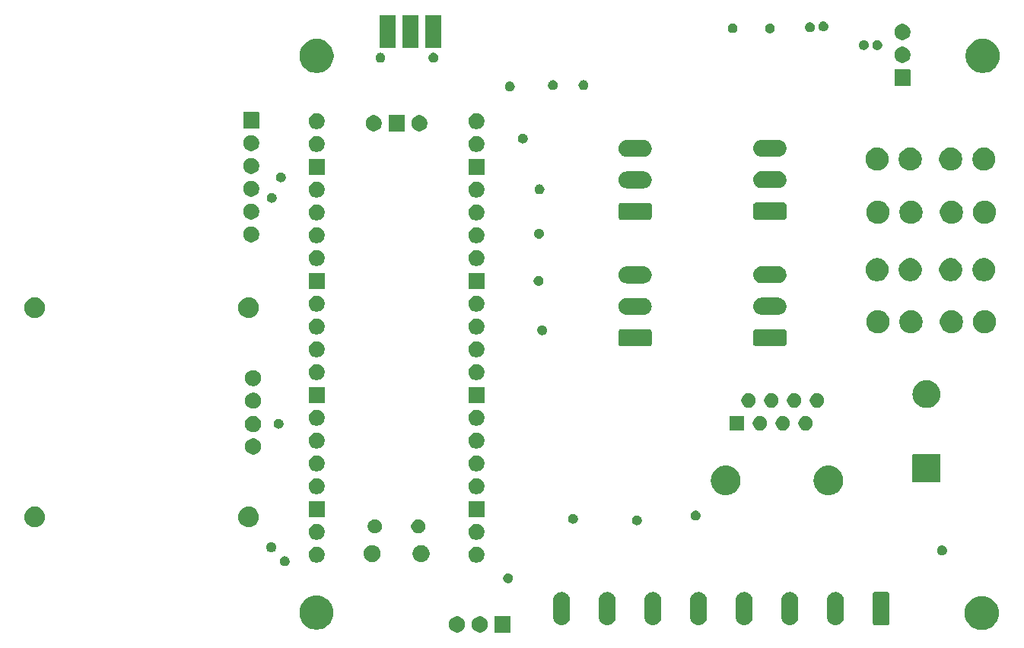
<source format=gbr>
%TF.GenerationSoftware,KiCad,Pcbnew,9.0.0*%
%TF.CreationDate,2025-04-09T14:29:41-04:00*%
%TF.ProjectId,WingsStation,57696e67-7353-4746-9174-696f6e2e6b69,v1*%
%TF.SameCoordinates,Original*%
%TF.FileFunction,Soldermask,Bot*%
%TF.FilePolarity,Negative*%
%FSLAX46Y46*%
G04 Gerber Fmt 4.6, Leading zero omitted, Abs format (unit mm)*
G04 Created by KiCad (PCBNEW 9.0.0) date 2025-04-09 14:29:41*
%MOMM*%
%LPD*%
G01*
G04 APERTURE LIST*
G04 APERTURE END LIST*
G36*
X-130246683Y-19517182D02*
G01*
X-130230138Y-19528238D01*
X-130219082Y-19544783D01*
X-130215200Y-19564300D01*
X-130215200Y-21264300D01*
X-130219082Y-21283817D01*
X-130230138Y-21300362D01*
X-130246683Y-21311418D01*
X-130266200Y-21315300D01*
X-131966200Y-21315300D01*
X-131985717Y-21311418D01*
X-132002262Y-21300362D01*
X-132013318Y-21283817D01*
X-132017200Y-21264300D01*
X-132017200Y-19564300D01*
X-132013318Y-19544783D01*
X-132002262Y-19528238D01*
X-131985717Y-19517182D01*
X-131966200Y-19513300D01*
X-130266200Y-19513300D01*
X-130246683Y-19517182D01*
G37*
G36*
X-135934654Y-19552097D02*
G01*
X-135771472Y-19619689D01*
X-135624612Y-19717818D01*
X-135499718Y-19842712D01*
X-135401589Y-19989572D01*
X-135333997Y-20152754D01*
X-135299539Y-20325987D01*
X-135299539Y-20502613D01*
X-135333997Y-20675846D01*
X-135401589Y-20839028D01*
X-135499718Y-20985888D01*
X-135624612Y-21110782D01*
X-135771472Y-21208911D01*
X-135934654Y-21276503D01*
X-136107887Y-21310961D01*
X-136284513Y-21310961D01*
X-136457746Y-21276503D01*
X-136620928Y-21208911D01*
X-136767788Y-21110782D01*
X-136892682Y-20985888D01*
X-136990811Y-20839028D01*
X-137058403Y-20675846D01*
X-137092861Y-20502613D01*
X-137092861Y-20325987D01*
X-137058403Y-20152754D01*
X-136990811Y-19989572D01*
X-136892682Y-19842712D01*
X-136767788Y-19717818D01*
X-136620928Y-19619689D01*
X-136457746Y-19552097D01*
X-136284513Y-19517639D01*
X-136107887Y-19517639D01*
X-135934654Y-19552097D01*
G37*
G36*
X-133394654Y-19552097D02*
G01*
X-133231472Y-19619689D01*
X-133084612Y-19717818D01*
X-132959718Y-19842712D01*
X-132861589Y-19989572D01*
X-132793997Y-20152754D01*
X-132759539Y-20325987D01*
X-132759539Y-20502613D01*
X-132793997Y-20675846D01*
X-132861589Y-20839028D01*
X-132959718Y-20985888D01*
X-133084612Y-21110782D01*
X-133231472Y-21208911D01*
X-133394654Y-21276503D01*
X-133567887Y-21310961D01*
X-133744513Y-21310961D01*
X-133917746Y-21276503D01*
X-134080928Y-21208911D01*
X-134227788Y-21110782D01*
X-134352682Y-20985888D01*
X-134450811Y-20839028D01*
X-134518403Y-20675846D01*
X-134552861Y-20502613D01*
X-134552861Y-20325987D01*
X-134518403Y-20152754D01*
X-134450811Y-19989572D01*
X-134352682Y-19842712D01*
X-134227788Y-19717818D01*
X-134080928Y-19619689D01*
X-133917746Y-19552097D01*
X-133744513Y-19517639D01*
X-133567887Y-19517639D01*
X-133394654Y-19552097D01*
G37*
G36*
X-77415333Y-17271827D02*
G01*
X-77175144Y-17336186D01*
X-76945409Y-17431345D01*
X-76730061Y-17555676D01*
X-76532784Y-17707053D01*
X-76356953Y-17882884D01*
X-76205576Y-18080161D01*
X-76081245Y-18295509D01*
X-75986086Y-18525244D01*
X-75921727Y-18765433D01*
X-75889270Y-19011969D01*
X-75889270Y-19260631D01*
X-75921727Y-19507167D01*
X-75986086Y-19747356D01*
X-76081245Y-19977091D01*
X-76205576Y-20192439D01*
X-76356953Y-20389716D01*
X-76532784Y-20565547D01*
X-76730061Y-20716924D01*
X-76945409Y-20841255D01*
X-77175144Y-20936414D01*
X-77415333Y-21000773D01*
X-77661869Y-21033230D01*
X-77910531Y-21033230D01*
X-78157067Y-21000773D01*
X-78397256Y-20936414D01*
X-78626991Y-20841255D01*
X-78842339Y-20716924D01*
X-79039616Y-20565547D01*
X-79215447Y-20389716D01*
X-79366824Y-20192439D01*
X-79491155Y-19977091D01*
X-79586314Y-19747356D01*
X-79650673Y-19507167D01*
X-79683130Y-19260631D01*
X-79683130Y-19011969D01*
X-79650673Y-18765433D01*
X-79586314Y-18525244D01*
X-79491155Y-18295509D01*
X-79366824Y-18080161D01*
X-79215447Y-17882884D01*
X-79039616Y-17707053D01*
X-78842339Y-17555676D01*
X-78626991Y-17431345D01*
X-78397256Y-17336186D01*
X-78157067Y-17271827D01*
X-77910531Y-17239370D01*
X-77661869Y-17239370D01*
X-77415333Y-17271827D01*
G37*
G36*
X-151465333Y-17221827D02*
G01*
X-151225144Y-17286186D01*
X-150995409Y-17381345D01*
X-150780061Y-17505676D01*
X-150582784Y-17657053D01*
X-150406953Y-17832884D01*
X-150255576Y-18030161D01*
X-150131245Y-18245509D01*
X-150036086Y-18475244D01*
X-149971727Y-18715433D01*
X-149939270Y-18961969D01*
X-149939270Y-19210631D01*
X-149971727Y-19457167D01*
X-150036086Y-19697356D01*
X-150131245Y-19927091D01*
X-150255576Y-20142439D01*
X-150406953Y-20339716D01*
X-150582784Y-20515547D01*
X-150780061Y-20666924D01*
X-150995409Y-20791255D01*
X-151225144Y-20886414D01*
X-151465333Y-20950773D01*
X-151711869Y-20983230D01*
X-151960531Y-20983230D01*
X-152207067Y-20950773D01*
X-152447256Y-20886414D01*
X-152676991Y-20791255D01*
X-152892339Y-20666924D01*
X-153089616Y-20515547D01*
X-153265447Y-20339716D01*
X-153416824Y-20142439D01*
X-153541155Y-19927091D01*
X-153636314Y-19697356D01*
X-153700673Y-19457167D01*
X-153733130Y-19210631D01*
X-153733130Y-18961969D01*
X-153700673Y-18715433D01*
X-153636314Y-18475244D01*
X-153541155Y-18245509D01*
X-153416824Y-18030161D01*
X-153265447Y-17832884D01*
X-153089616Y-17657053D01*
X-152892339Y-17505676D01*
X-152676991Y-17381345D01*
X-152447256Y-17286186D01*
X-152207067Y-17221827D01*
X-151960531Y-17189370D01*
X-151711869Y-17189370D01*
X-151465333Y-17221827D01*
G37*
G36*
X-88273286Y-16797295D02*
G01*
X-88257474Y-16804276D01*
X-88249669Y-16805513D01*
X-88217161Y-16822076D01*
X-88172094Y-16841976D01*
X-88093876Y-16920194D01*
X-88073974Y-16965267D01*
X-88057414Y-16997768D01*
X-88056179Y-17005570D01*
X-88049195Y-17021386D01*
X-88041200Y-17090300D01*
X-88041200Y-20190300D01*
X-88049195Y-20259214D01*
X-88056179Y-20275029D01*
X-88057414Y-20282831D01*
X-88073971Y-20315324D01*
X-88093876Y-20360406D01*
X-88172094Y-20438624D01*
X-88217176Y-20458529D01*
X-88249669Y-20475086D01*
X-88257471Y-20476321D01*
X-88273286Y-20483305D01*
X-88342200Y-20491300D01*
X-89642200Y-20491300D01*
X-89711114Y-20483305D01*
X-89726930Y-20476321D01*
X-89734732Y-20475086D01*
X-89767233Y-20458526D01*
X-89812306Y-20438624D01*
X-89890524Y-20360406D01*
X-89910424Y-20315339D01*
X-89926987Y-20282831D01*
X-89928224Y-20275026D01*
X-89935205Y-20259214D01*
X-89943200Y-20190300D01*
X-89943200Y-17090300D01*
X-89935205Y-17021386D01*
X-89928224Y-17005574D01*
X-89926987Y-16997768D01*
X-89910420Y-16965253D01*
X-89890524Y-16920194D01*
X-89812306Y-16841976D01*
X-89767247Y-16822080D01*
X-89734732Y-16805513D01*
X-89726926Y-16804276D01*
X-89711114Y-16797295D01*
X-89642200Y-16789300D01*
X-88342200Y-16789300D01*
X-88273286Y-16797295D01*
G37*
G36*
X-124469647Y-16793879D02*
G01*
X-124458986Y-16793879D01*
X-124417335Y-16802164D01*
X-124330284Y-16815951D01*
X-124302282Y-16825049D01*
X-124276139Y-16830250D01*
X-124239244Y-16845532D01*
X-124188416Y-16862048D01*
X-124140801Y-16886309D01*
X-124103902Y-16901593D01*
X-124081737Y-16916403D01*
X-124055507Y-16929768D01*
X-123984210Y-16981568D01*
X-123948892Y-17005167D01*
X-123941354Y-17012705D01*
X-123934830Y-17017445D01*
X-123829346Y-17122929D01*
X-123824607Y-17129452D01*
X-123817067Y-17136992D01*
X-123793466Y-17172314D01*
X-123741669Y-17243606D01*
X-123728306Y-17269833D01*
X-123713493Y-17292002D01*
X-123698207Y-17328905D01*
X-123673949Y-17376515D01*
X-123657436Y-17427335D01*
X-123642150Y-17464239D01*
X-123636949Y-17490386D01*
X-123627852Y-17518383D01*
X-123614067Y-17605423D01*
X-123605779Y-17647086D01*
X-123605020Y-17662541D01*
X-123604132Y-17668147D01*
X-123601684Y-17730450D01*
X-123601200Y-17740300D01*
X-123601200Y-19540300D01*
X-123601685Y-19550153D01*
X-123604132Y-19612452D01*
X-123605020Y-19618056D01*
X-123605779Y-19633514D01*
X-123614068Y-19675180D01*
X-123627852Y-19762216D01*
X-123636949Y-19790210D01*
X-123642150Y-19816361D01*
X-123657438Y-19853268D01*
X-123673949Y-19904084D01*
X-123698205Y-19951688D01*
X-123713493Y-19988598D01*
X-123728308Y-20010770D01*
X-123741669Y-20036993D01*
X-123793458Y-20108273D01*
X-123817067Y-20143608D01*
X-123824609Y-20151149D01*
X-123829346Y-20157670D01*
X-123934830Y-20263154D01*
X-123941351Y-20267891D01*
X-123948892Y-20275433D01*
X-123984227Y-20299042D01*
X-124055507Y-20350831D01*
X-124081730Y-20364192D01*
X-124103902Y-20379007D01*
X-124140812Y-20394295D01*
X-124188416Y-20418551D01*
X-124239232Y-20435062D01*
X-124276139Y-20450350D01*
X-124302290Y-20455551D01*
X-124330284Y-20464648D01*
X-124417325Y-20478433D01*
X-124458986Y-20486721D01*
X-124469647Y-20486721D01*
X-124477615Y-20487983D01*
X-124626785Y-20487983D01*
X-124634753Y-20486721D01*
X-124645414Y-20486721D01*
X-124687075Y-20478434D01*
X-124774117Y-20464648D01*
X-124802114Y-20455551D01*
X-124828261Y-20450350D01*
X-124865165Y-20435064D01*
X-124915985Y-20418551D01*
X-124963595Y-20394293D01*
X-125000498Y-20379007D01*
X-125022667Y-20364194D01*
X-125048894Y-20350831D01*
X-125120186Y-20299034D01*
X-125155508Y-20275433D01*
X-125163048Y-20267893D01*
X-125169571Y-20263154D01*
X-125275055Y-20157670D01*
X-125279795Y-20151146D01*
X-125287333Y-20143608D01*
X-125310932Y-20108290D01*
X-125362732Y-20036993D01*
X-125376097Y-20010763D01*
X-125390907Y-19988598D01*
X-125406191Y-19951699D01*
X-125430452Y-19904084D01*
X-125446968Y-19853256D01*
X-125462250Y-19816361D01*
X-125467451Y-19790218D01*
X-125476549Y-19762216D01*
X-125490338Y-19675156D01*
X-125498621Y-19633514D01*
X-125499380Y-19618065D01*
X-125500269Y-19612452D01*
X-125502717Y-19550137D01*
X-125503200Y-19540300D01*
X-125503200Y-17740300D01*
X-125502717Y-17730466D01*
X-125500269Y-17668147D01*
X-125499380Y-17662532D01*
X-125498621Y-17647086D01*
X-125490339Y-17605447D01*
X-125476549Y-17518383D01*
X-125467450Y-17490378D01*
X-125462250Y-17464239D01*
X-125446969Y-17427346D01*
X-125430452Y-17376515D01*
X-125406189Y-17328895D01*
X-125390907Y-17292002D01*
X-125376099Y-17269839D01*
X-125362732Y-17243606D01*
X-125310923Y-17172296D01*
X-125287333Y-17136992D01*
X-125279798Y-17129456D01*
X-125275055Y-17122929D01*
X-125169571Y-17017445D01*
X-125163044Y-17012702D01*
X-125155508Y-17005167D01*
X-125120204Y-16981577D01*
X-125048894Y-16929768D01*
X-125022661Y-16916401D01*
X-125000498Y-16901593D01*
X-124963605Y-16886311D01*
X-124915985Y-16862048D01*
X-124865154Y-16845531D01*
X-124828261Y-16830250D01*
X-124802122Y-16825050D01*
X-124774117Y-16815951D01*
X-124687064Y-16802163D01*
X-124645414Y-16793879D01*
X-124634753Y-16793879D01*
X-124626785Y-16792617D01*
X-124477615Y-16792617D01*
X-124469647Y-16793879D01*
G37*
G36*
X-119389647Y-16793879D02*
G01*
X-119378986Y-16793879D01*
X-119337335Y-16802164D01*
X-119250284Y-16815951D01*
X-119222282Y-16825049D01*
X-119196139Y-16830250D01*
X-119159244Y-16845532D01*
X-119108416Y-16862048D01*
X-119060801Y-16886309D01*
X-119023902Y-16901593D01*
X-119001737Y-16916403D01*
X-118975507Y-16929768D01*
X-118904210Y-16981568D01*
X-118868892Y-17005167D01*
X-118861354Y-17012705D01*
X-118854830Y-17017445D01*
X-118749346Y-17122929D01*
X-118744607Y-17129452D01*
X-118737067Y-17136992D01*
X-118713466Y-17172314D01*
X-118661669Y-17243606D01*
X-118648306Y-17269833D01*
X-118633493Y-17292002D01*
X-118618207Y-17328905D01*
X-118593949Y-17376515D01*
X-118577436Y-17427335D01*
X-118562150Y-17464239D01*
X-118556949Y-17490386D01*
X-118547852Y-17518383D01*
X-118534067Y-17605423D01*
X-118525779Y-17647086D01*
X-118525020Y-17662541D01*
X-118524132Y-17668147D01*
X-118521684Y-17730450D01*
X-118521200Y-17740300D01*
X-118521200Y-19540300D01*
X-118521685Y-19550153D01*
X-118524132Y-19612452D01*
X-118525020Y-19618056D01*
X-118525779Y-19633514D01*
X-118534068Y-19675180D01*
X-118547852Y-19762216D01*
X-118556949Y-19790210D01*
X-118562150Y-19816361D01*
X-118577438Y-19853268D01*
X-118593949Y-19904084D01*
X-118618205Y-19951688D01*
X-118633493Y-19988598D01*
X-118648308Y-20010770D01*
X-118661669Y-20036993D01*
X-118713458Y-20108273D01*
X-118737067Y-20143608D01*
X-118744609Y-20151149D01*
X-118749346Y-20157670D01*
X-118854830Y-20263154D01*
X-118861351Y-20267891D01*
X-118868892Y-20275433D01*
X-118904227Y-20299042D01*
X-118975507Y-20350831D01*
X-119001730Y-20364192D01*
X-119023902Y-20379007D01*
X-119060812Y-20394295D01*
X-119108416Y-20418551D01*
X-119159232Y-20435062D01*
X-119196139Y-20450350D01*
X-119222290Y-20455551D01*
X-119250284Y-20464648D01*
X-119337325Y-20478433D01*
X-119378986Y-20486721D01*
X-119389647Y-20486721D01*
X-119397615Y-20487983D01*
X-119546785Y-20487983D01*
X-119554753Y-20486721D01*
X-119565414Y-20486721D01*
X-119607075Y-20478434D01*
X-119694117Y-20464648D01*
X-119722114Y-20455551D01*
X-119748261Y-20450350D01*
X-119785165Y-20435064D01*
X-119835985Y-20418551D01*
X-119883595Y-20394293D01*
X-119920498Y-20379007D01*
X-119942667Y-20364194D01*
X-119968894Y-20350831D01*
X-120040186Y-20299034D01*
X-120075508Y-20275433D01*
X-120083048Y-20267893D01*
X-120089571Y-20263154D01*
X-120195055Y-20157670D01*
X-120199795Y-20151146D01*
X-120207333Y-20143608D01*
X-120230932Y-20108290D01*
X-120282732Y-20036993D01*
X-120296097Y-20010763D01*
X-120310907Y-19988598D01*
X-120326191Y-19951699D01*
X-120350452Y-19904084D01*
X-120366968Y-19853256D01*
X-120382250Y-19816361D01*
X-120387451Y-19790218D01*
X-120396549Y-19762216D01*
X-120410338Y-19675156D01*
X-120418621Y-19633514D01*
X-120419380Y-19618065D01*
X-120420269Y-19612452D01*
X-120422717Y-19550137D01*
X-120423200Y-19540300D01*
X-120423200Y-17740300D01*
X-120422717Y-17730466D01*
X-120420269Y-17668147D01*
X-120419380Y-17662532D01*
X-120418621Y-17647086D01*
X-120410339Y-17605447D01*
X-120396549Y-17518383D01*
X-120387450Y-17490378D01*
X-120382250Y-17464239D01*
X-120366969Y-17427346D01*
X-120350452Y-17376515D01*
X-120326189Y-17328895D01*
X-120310907Y-17292002D01*
X-120296099Y-17269839D01*
X-120282732Y-17243606D01*
X-120230923Y-17172296D01*
X-120207333Y-17136992D01*
X-120199798Y-17129456D01*
X-120195055Y-17122929D01*
X-120089571Y-17017445D01*
X-120083044Y-17012702D01*
X-120075508Y-17005167D01*
X-120040204Y-16981577D01*
X-119968894Y-16929768D01*
X-119942661Y-16916401D01*
X-119920498Y-16901593D01*
X-119883605Y-16886311D01*
X-119835985Y-16862048D01*
X-119785154Y-16845531D01*
X-119748261Y-16830250D01*
X-119722122Y-16825050D01*
X-119694117Y-16815951D01*
X-119607064Y-16802163D01*
X-119565414Y-16793879D01*
X-119554753Y-16793879D01*
X-119546785Y-16792617D01*
X-119397615Y-16792617D01*
X-119389647Y-16793879D01*
G37*
G36*
X-114309647Y-16793879D02*
G01*
X-114298986Y-16793879D01*
X-114257335Y-16802164D01*
X-114170284Y-16815951D01*
X-114142282Y-16825049D01*
X-114116139Y-16830250D01*
X-114079244Y-16845532D01*
X-114028416Y-16862048D01*
X-113980801Y-16886309D01*
X-113943902Y-16901593D01*
X-113921737Y-16916403D01*
X-113895507Y-16929768D01*
X-113824210Y-16981568D01*
X-113788892Y-17005167D01*
X-113781354Y-17012705D01*
X-113774830Y-17017445D01*
X-113669346Y-17122929D01*
X-113664607Y-17129452D01*
X-113657067Y-17136992D01*
X-113633466Y-17172314D01*
X-113581669Y-17243606D01*
X-113568306Y-17269833D01*
X-113553493Y-17292002D01*
X-113538207Y-17328905D01*
X-113513949Y-17376515D01*
X-113497436Y-17427335D01*
X-113482150Y-17464239D01*
X-113476949Y-17490386D01*
X-113467852Y-17518383D01*
X-113454067Y-17605423D01*
X-113445779Y-17647086D01*
X-113445020Y-17662541D01*
X-113444132Y-17668147D01*
X-113441684Y-17730450D01*
X-113441200Y-17740300D01*
X-113441200Y-19540300D01*
X-113441685Y-19550153D01*
X-113444132Y-19612452D01*
X-113445020Y-19618056D01*
X-113445779Y-19633514D01*
X-113454068Y-19675180D01*
X-113467852Y-19762216D01*
X-113476949Y-19790210D01*
X-113482150Y-19816361D01*
X-113497438Y-19853268D01*
X-113513949Y-19904084D01*
X-113538205Y-19951688D01*
X-113553493Y-19988598D01*
X-113568308Y-20010770D01*
X-113581669Y-20036993D01*
X-113633458Y-20108273D01*
X-113657067Y-20143608D01*
X-113664609Y-20151149D01*
X-113669346Y-20157670D01*
X-113774830Y-20263154D01*
X-113781351Y-20267891D01*
X-113788892Y-20275433D01*
X-113824227Y-20299042D01*
X-113895507Y-20350831D01*
X-113921730Y-20364192D01*
X-113943902Y-20379007D01*
X-113980812Y-20394295D01*
X-114028416Y-20418551D01*
X-114079232Y-20435062D01*
X-114116139Y-20450350D01*
X-114142290Y-20455551D01*
X-114170284Y-20464648D01*
X-114257325Y-20478433D01*
X-114298986Y-20486721D01*
X-114309647Y-20486721D01*
X-114317615Y-20487983D01*
X-114466785Y-20487983D01*
X-114474753Y-20486721D01*
X-114485414Y-20486721D01*
X-114527075Y-20478434D01*
X-114614117Y-20464648D01*
X-114642114Y-20455551D01*
X-114668261Y-20450350D01*
X-114705165Y-20435064D01*
X-114755985Y-20418551D01*
X-114803595Y-20394293D01*
X-114840498Y-20379007D01*
X-114862667Y-20364194D01*
X-114888894Y-20350831D01*
X-114960186Y-20299034D01*
X-114995508Y-20275433D01*
X-115003048Y-20267893D01*
X-115009571Y-20263154D01*
X-115115055Y-20157670D01*
X-115119795Y-20151146D01*
X-115127333Y-20143608D01*
X-115150932Y-20108290D01*
X-115202732Y-20036993D01*
X-115216097Y-20010763D01*
X-115230907Y-19988598D01*
X-115246191Y-19951699D01*
X-115270452Y-19904084D01*
X-115286968Y-19853256D01*
X-115302250Y-19816361D01*
X-115307451Y-19790218D01*
X-115316549Y-19762216D01*
X-115330338Y-19675156D01*
X-115338621Y-19633514D01*
X-115339380Y-19618065D01*
X-115340269Y-19612452D01*
X-115342717Y-19550137D01*
X-115343200Y-19540300D01*
X-115343200Y-17740300D01*
X-115342717Y-17730466D01*
X-115340269Y-17668147D01*
X-115339380Y-17662532D01*
X-115338621Y-17647086D01*
X-115330339Y-17605447D01*
X-115316549Y-17518383D01*
X-115307450Y-17490378D01*
X-115302250Y-17464239D01*
X-115286969Y-17427346D01*
X-115270452Y-17376515D01*
X-115246189Y-17328895D01*
X-115230907Y-17292002D01*
X-115216099Y-17269839D01*
X-115202732Y-17243606D01*
X-115150923Y-17172296D01*
X-115127333Y-17136992D01*
X-115119798Y-17129456D01*
X-115115055Y-17122929D01*
X-115009571Y-17017445D01*
X-115003044Y-17012702D01*
X-114995508Y-17005167D01*
X-114960204Y-16981577D01*
X-114888894Y-16929768D01*
X-114862661Y-16916401D01*
X-114840498Y-16901593D01*
X-114803605Y-16886311D01*
X-114755985Y-16862048D01*
X-114705154Y-16845531D01*
X-114668261Y-16830250D01*
X-114642122Y-16825050D01*
X-114614117Y-16815951D01*
X-114527064Y-16802163D01*
X-114485414Y-16793879D01*
X-114474753Y-16793879D01*
X-114466785Y-16792617D01*
X-114317615Y-16792617D01*
X-114309647Y-16793879D01*
G37*
G36*
X-109229647Y-16793879D02*
G01*
X-109218986Y-16793879D01*
X-109177335Y-16802164D01*
X-109090284Y-16815951D01*
X-109062282Y-16825049D01*
X-109036139Y-16830250D01*
X-108999244Y-16845532D01*
X-108948416Y-16862048D01*
X-108900801Y-16886309D01*
X-108863902Y-16901593D01*
X-108841737Y-16916403D01*
X-108815507Y-16929768D01*
X-108744210Y-16981568D01*
X-108708892Y-17005167D01*
X-108701354Y-17012705D01*
X-108694830Y-17017445D01*
X-108589346Y-17122929D01*
X-108584607Y-17129452D01*
X-108577067Y-17136992D01*
X-108553466Y-17172314D01*
X-108501669Y-17243606D01*
X-108488306Y-17269833D01*
X-108473493Y-17292002D01*
X-108458207Y-17328905D01*
X-108433949Y-17376515D01*
X-108417436Y-17427335D01*
X-108402150Y-17464239D01*
X-108396949Y-17490386D01*
X-108387852Y-17518383D01*
X-108374067Y-17605423D01*
X-108365779Y-17647086D01*
X-108365020Y-17662541D01*
X-108364132Y-17668147D01*
X-108361684Y-17730450D01*
X-108361200Y-17740300D01*
X-108361200Y-19540300D01*
X-108361685Y-19550153D01*
X-108364132Y-19612452D01*
X-108365020Y-19618056D01*
X-108365779Y-19633514D01*
X-108374068Y-19675180D01*
X-108387852Y-19762216D01*
X-108396949Y-19790210D01*
X-108402150Y-19816361D01*
X-108417438Y-19853268D01*
X-108433949Y-19904084D01*
X-108458205Y-19951688D01*
X-108473493Y-19988598D01*
X-108488308Y-20010770D01*
X-108501669Y-20036993D01*
X-108553458Y-20108273D01*
X-108577067Y-20143608D01*
X-108584609Y-20151149D01*
X-108589346Y-20157670D01*
X-108694830Y-20263154D01*
X-108701351Y-20267891D01*
X-108708892Y-20275433D01*
X-108744227Y-20299042D01*
X-108815507Y-20350831D01*
X-108841730Y-20364192D01*
X-108863902Y-20379007D01*
X-108900812Y-20394295D01*
X-108948416Y-20418551D01*
X-108999232Y-20435062D01*
X-109036139Y-20450350D01*
X-109062290Y-20455551D01*
X-109090284Y-20464648D01*
X-109177325Y-20478433D01*
X-109218986Y-20486721D01*
X-109229647Y-20486721D01*
X-109237615Y-20487983D01*
X-109386785Y-20487983D01*
X-109394753Y-20486721D01*
X-109405414Y-20486721D01*
X-109447075Y-20478434D01*
X-109534117Y-20464648D01*
X-109562114Y-20455551D01*
X-109588261Y-20450350D01*
X-109625165Y-20435064D01*
X-109675985Y-20418551D01*
X-109723595Y-20394293D01*
X-109760498Y-20379007D01*
X-109782667Y-20364194D01*
X-109808894Y-20350831D01*
X-109880186Y-20299034D01*
X-109915508Y-20275433D01*
X-109923048Y-20267893D01*
X-109929571Y-20263154D01*
X-110035055Y-20157670D01*
X-110039795Y-20151146D01*
X-110047333Y-20143608D01*
X-110070932Y-20108290D01*
X-110122732Y-20036993D01*
X-110136097Y-20010763D01*
X-110150907Y-19988598D01*
X-110166191Y-19951699D01*
X-110190452Y-19904084D01*
X-110206968Y-19853256D01*
X-110222250Y-19816361D01*
X-110227451Y-19790218D01*
X-110236549Y-19762216D01*
X-110250338Y-19675156D01*
X-110258621Y-19633514D01*
X-110259380Y-19618065D01*
X-110260269Y-19612452D01*
X-110262717Y-19550137D01*
X-110263200Y-19540300D01*
X-110263200Y-17740300D01*
X-110262717Y-17730466D01*
X-110260269Y-17668147D01*
X-110259380Y-17662532D01*
X-110258621Y-17647086D01*
X-110250339Y-17605447D01*
X-110236549Y-17518383D01*
X-110227450Y-17490378D01*
X-110222250Y-17464239D01*
X-110206969Y-17427346D01*
X-110190452Y-17376515D01*
X-110166189Y-17328895D01*
X-110150907Y-17292002D01*
X-110136099Y-17269839D01*
X-110122732Y-17243606D01*
X-110070923Y-17172296D01*
X-110047333Y-17136992D01*
X-110039798Y-17129456D01*
X-110035055Y-17122929D01*
X-109929571Y-17017445D01*
X-109923044Y-17012702D01*
X-109915508Y-17005167D01*
X-109880204Y-16981577D01*
X-109808894Y-16929768D01*
X-109782661Y-16916401D01*
X-109760498Y-16901593D01*
X-109723605Y-16886311D01*
X-109675985Y-16862048D01*
X-109625154Y-16845531D01*
X-109588261Y-16830250D01*
X-109562122Y-16825050D01*
X-109534117Y-16815951D01*
X-109447064Y-16802163D01*
X-109405414Y-16793879D01*
X-109394753Y-16793879D01*
X-109386785Y-16792617D01*
X-109237615Y-16792617D01*
X-109229647Y-16793879D01*
G37*
G36*
X-104149647Y-16793879D02*
G01*
X-104138986Y-16793879D01*
X-104097335Y-16802164D01*
X-104010284Y-16815951D01*
X-103982282Y-16825049D01*
X-103956139Y-16830250D01*
X-103919244Y-16845532D01*
X-103868416Y-16862048D01*
X-103820801Y-16886309D01*
X-103783902Y-16901593D01*
X-103761737Y-16916403D01*
X-103735507Y-16929768D01*
X-103664210Y-16981568D01*
X-103628892Y-17005167D01*
X-103621354Y-17012705D01*
X-103614830Y-17017445D01*
X-103509346Y-17122929D01*
X-103504607Y-17129452D01*
X-103497067Y-17136992D01*
X-103473466Y-17172314D01*
X-103421669Y-17243606D01*
X-103408306Y-17269833D01*
X-103393493Y-17292002D01*
X-103378207Y-17328905D01*
X-103353949Y-17376515D01*
X-103337436Y-17427335D01*
X-103322150Y-17464239D01*
X-103316949Y-17490386D01*
X-103307852Y-17518383D01*
X-103294067Y-17605423D01*
X-103285779Y-17647086D01*
X-103285020Y-17662541D01*
X-103284132Y-17668147D01*
X-103281684Y-17730450D01*
X-103281200Y-17740300D01*
X-103281200Y-19540300D01*
X-103281685Y-19550153D01*
X-103284132Y-19612452D01*
X-103285020Y-19618056D01*
X-103285779Y-19633514D01*
X-103294068Y-19675180D01*
X-103307852Y-19762216D01*
X-103316949Y-19790210D01*
X-103322150Y-19816361D01*
X-103337438Y-19853268D01*
X-103353949Y-19904084D01*
X-103378205Y-19951688D01*
X-103393493Y-19988598D01*
X-103408308Y-20010770D01*
X-103421669Y-20036993D01*
X-103473458Y-20108273D01*
X-103497067Y-20143608D01*
X-103504609Y-20151149D01*
X-103509346Y-20157670D01*
X-103614830Y-20263154D01*
X-103621351Y-20267891D01*
X-103628892Y-20275433D01*
X-103664227Y-20299042D01*
X-103735507Y-20350831D01*
X-103761730Y-20364192D01*
X-103783902Y-20379007D01*
X-103820812Y-20394295D01*
X-103868416Y-20418551D01*
X-103919232Y-20435062D01*
X-103956139Y-20450350D01*
X-103982290Y-20455551D01*
X-104010284Y-20464648D01*
X-104097325Y-20478433D01*
X-104138986Y-20486721D01*
X-104149647Y-20486721D01*
X-104157615Y-20487983D01*
X-104306785Y-20487983D01*
X-104314753Y-20486721D01*
X-104325414Y-20486721D01*
X-104367075Y-20478434D01*
X-104454117Y-20464648D01*
X-104482114Y-20455551D01*
X-104508261Y-20450350D01*
X-104545165Y-20435064D01*
X-104595985Y-20418551D01*
X-104643595Y-20394293D01*
X-104680498Y-20379007D01*
X-104702667Y-20364194D01*
X-104728894Y-20350831D01*
X-104800186Y-20299034D01*
X-104835508Y-20275433D01*
X-104843048Y-20267893D01*
X-104849571Y-20263154D01*
X-104955055Y-20157670D01*
X-104959795Y-20151146D01*
X-104967333Y-20143608D01*
X-104990932Y-20108290D01*
X-105042732Y-20036993D01*
X-105056097Y-20010763D01*
X-105070907Y-19988598D01*
X-105086191Y-19951699D01*
X-105110452Y-19904084D01*
X-105126968Y-19853256D01*
X-105142250Y-19816361D01*
X-105147451Y-19790218D01*
X-105156549Y-19762216D01*
X-105170338Y-19675156D01*
X-105178621Y-19633514D01*
X-105179380Y-19618065D01*
X-105180269Y-19612452D01*
X-105182717Y-19550137D01*
X-105183200Y-19540300D01*
X-105183200Y-17740300D01*
X-105182717Y-17730466D01*
X-105180269Y-17668147D01*
X-105179380Y-17662532D01*
X-105178621Y-17647086D01*
X-105170339Y-17605447D01*
X-105156549Y-17518383D01*
X-105147450Y-17490378D01*
X-105142250Y-17464239D01*
X-105126969Y-17427346D01*
X-105110452Y-17376515D01*
X-105086189Y-17328895D01*
X-105070907Y-17292002D01*
X-105056099Y-17269839D01*
X-105042732Y-17243606D01*
X-104990923Y-17172296D01*
X-104967333Y-17136992D01*
X-104959798Y-17129456D01*
X-104955055Y-17122929D01*
X-104849571Y-17017445D01*
X-104843044Y-17012702D01*
X-104835508Y-17005167D01*
X-104800204Y-16981577D01*
X-104728894Y-16929768D01*
X-104702661Y-16916401D01*
X-104680498Y-16901593D01*
X-104643605Y-16886311D01*
X-104595985Y-16862048D01*
X-104545154Y-16845531D01*
X-104508261Y-16830250D01*
X-104482122Y-16825050D01*
X-104454117Y-16815951D01*
X-104367064Y-16802163D01*
X-104325414Y-16793879D01*
X-104314753Y-16793879D01*
X-104306785Y-16792617D01*
X-104157615Y-16792617D01*
X-104149647Y-16793879D01*
G37*
G36*
X-99069647Y-16793879D02*
G01*
X-99058986Y-16793879D01*
X-99017335Y-16802164D01*
X-98930284Y-16815951D01*
X-98902282Y-16825049D01*
X-98876139Y-16830250D01*
X-98839244Y-16845532D01*
X-98788416Y-16862048D01*
X-98740801Y-16886309D01*
X-98703902Y-16901593D01*
X-98681737Y-16916403D01*
X-98655507Y-16929768D01*
X-98584210Y-16981568D01*
X-98548892Y-17005167D01*
X-98541354Y-17012705D01*
X-98534830Y-17017445D01*
X-98429346Y-17122929D01*
X-98424607Y-17129452D01*
X-98417067Y-17136992D01*
X-98393466Y-17172314D01*
X-98341669Y-17243606D01*
X-98328306Y-17269833D01*
X-98313493Y-17292002D01*
X-98298207Y-17328905D01*
X-98273949Y-17376515D01*
X-98257436Y-17427335D01*
X-98242150Y-17464239D01*
X-98236949Y-17490386D01*
X-98227852Y-17518383D01*
X-98214067Y-17605423D01*
X-98205779Y-17647086D01*
X-98205020Y-17662541D01*
X-98204132Y-17668147D01*
X-98201684Y-17730450D01*
X-98201200Y-17740300D01*
X-98201200Y-19540300D01*
X-98201685Y-19550153D01*
X-98204132Y-19612452D01*
X-98205020Y-19618056D01*
X-98205779Y-19633514D01*
X-98214068Y-19675180D01*
X-98227852Y-19762216D01*
X-98236949Y-19790210D01*
X-98242150Y-19816361D01*
X-98257438Y-19853268D01*
X-98273949Y-19904084D01*
X-98298205Y-19951688D01*
X-98313493Y-19988598D01*
X-98328308Y-20010770D01*
X-98341669Y-20036993D01*
X-98393458Y-20108273D01*
X-98417067Y-20143608D01*
X-98424609Y-20151149D01*
X-98429346Y-20157670D01*
X-98534830Y-20263154D01*
X-98541351Y-20267891D01*
X-98548892Y-20275433D01*
X-98584227Y-20299042D01*
X-98655507Y-20350831D01*
X-98681730Y-20364192D01*
X-98703902Y-20379007D01*
X-98740812Y-20394295D01*
X-98788416Y-20418551D01*
X-98839232Y-20435062D01*
X-98876139Y-20450350D01*
X-98902290Y-20455551D01*
X-98930284Y-20464648D01*
X-99017325Y-20478433D01*
X-99058986Y-20486721D01*
X-99069647Y-20486721D01*
X-99077615Y-20487983D01*
X-99226785Y-20487983D01*
X-99234753Y-20486721D01*
X-99245414Y-20486721D01*
X-99287075Y-20478434D01*
X-99374117Y-20464648D01*
X-99402114Y-20455551D01*
X-99428261Y-20450350D01*
X-99465165Y-20435064D01*
X-99515985Y-20418551D01*
X-99563595Y-20394293D01*
X-99600498Y-20379007D01*
X-99622667Y-20364194D01*
X-99648894Y-20350831D01*
X-99720186Y-20299034D01*
X-99755508Y-20275433D01*
X-99763048Y-20267893D01*
X-99769571Y-20263154D01*
X-99875055Y-20157670D01*
X-99879795Y-20151146D01*
X-99887333Y-20143608D01*
X-99910932Y-20108290D01*
X-99962732Y-20036993D01*
X-99976097Y-20010763D01*
X-99990907Y-19988598D01*
X-100006191Y-19951699D01*
X-100030452Y-19904084D01*
X-100046968Y-19853256D01*
X-100062250Y-19816361D01*
X-100067451Y-19790218D01*
X-100076549Y-19762216D01*
X-100090338Y-19675156D01*
X-100098621Y-19633514D01*
X-100099380Y-19618065D01*
X-100100269Y-19612452D01*
X-100102717Y-19550137D01*
X-100103200Y-19540300D01*
X-100103200Y-17740300D01*
X-100102717Y-17730466D01*
X-100100269Y-17668147D01*
X-100099380Y-17662532D01*
X-100098621Y-17647086D01*
X-100090339Y-17605447D01*
X-100076549Y-17518383D01*
X-100067450Y-17490378D01*
X-100062250Y-17464239D01*
X-100046969Y-17427346D01*
X-100030452Y-17376515D01*
X-100006189Y-17328895D01*
X-99990907Y-17292002D01*
X-99976099Y-17269839D01*
X-99962732Y-17243606D01*
X-99910923Y-17172296D01*
X-99887333Y-17136992D01*
X-99879798Y-17129456D01*
X-99875055Y-17122929D01*
X-99769571Y-17017445D01*
X-99763044Y-17012702D01*
X-99755508Y-17005167D01*
X-99720204Y-16981577D01*
X-99648894Y-16929768D01*
X-99622661Y-16916401D01*
X-99600498Y-16901593D01*
X-99563605Y-16886311D01*
X-99515985Y-16862048D01*
X-99465154Y-16845531D01*
X-99428261Y-16830250D01*
X-99402122Y-16825050D01*
X-99374117Y-16815951D01*
X-99287064Y-16802163D01*
X-99245414Y-16793879D01*
X-99234753Y-16793879D01*
X-99226785Y-16792617D01*
X-99077615Y-16792617D01*
X-99069647Y-16793879D01*
G37*
G36*
X-93989647Y-16793879D02*
G01*
X-93978986Y-16793879D01*
X-93937335Y-16802164D01*
X-93850284Y-16815951D01*
X-93822282Y-16825049D01*
X-93796139Y-16830250D01*
X-93759244Y-16845532D01*
X-93708416Y-16862048D01*
X-93660801Y-16886309D01*
X-93623902Y-16901593D01*
X-93601737Y-16916403D01*
X-93575507Y-16929768D01*
X-93504210Y-16981568D01*
X-93468892Y-17005167D01*
X-93461354Y-17012705D01*
X-93454830Y-17017445D01*
X-93349346Y-17122929D01*
X-93344607Y-17129452D01*
X-93337067Y-17136992D01*
X-93313466Y-17172314D01*
X-93261669Y-17243606D01*
X-93248306Y-17269833D01*
X-93233493Y-17292002D01*
X-93218207Y-17328905D01*
X-93193949Y-17376515D01*
X-93177436Y-17427335D01*
X-93162150Y-17464239D01*
X-93156949Y-17490386D01*
X-93147852Y-17518383D01*
X-93134067Y-17605423D01*
X-93125779Y-17647086D01*
X-93125020Y-17662541D01*
X-93124132Y-17668147D01*
X-93121684Y-17730450D01*
X-93121200Y-17740300D01*
X-93121200Y-19540300D01*
X-93121685Y-19550153D01*
X-93124132Y-19612452D01*
X-93125020Y-19618056D01*
X-93125779Y-19633514D01*
X-93134068Y-19675180D01*
X-93147852Y-19762216D01*
X-93156949Y-19790210D01*
X-93162150Y-19816361D01*
X-93177438Y-19853268D01*
X-93193949Y-19904084D01*
X-93218205Y-19951688D01*
X-93233493Y-19988598D01*
X-93248308Y-20010770D01*
X-93261669Y-20036993D01*
X-93313458Y-20108273D01*
X-93337067Y-20143608D01*
X-93344609Y-20151149D01*
X-93349346Y-20157670D01*
X-93454830Y-20263154D01*
X-93461351Y-20267891D01*
X-93468892Y-20275433D01*
X-93504227Y-20299042D01*
X-93575507Y-20350831D01*
X-93601730Y-20364192D01*
X-93623902Y-20379007D01*
X-93660812Y-20394295D01*
X-93708416Y-20418551D01*
X-93759232Y-20435062D01*
X-93796139Y-20450350D01*
X-93822290Y-20455551D01*
X-93850284Y-20464648D01*
X-93937325Y-20478433D01*
X-93978986Y-20486721D01*
X-93989647Y-20486721D01*
X-93997615Y-20487983D01*
X-94146785Y-20487983D01*
X-94154753Y-20486721D01*
X-94165414Y-20486721D01*
X-94207075Y-20478434D01*
X-94294117Y-20464648D01*
X-94322114Y-20455551D01*
X-94348261Y-20450350D01*
X-94385165Y-20435064D01*
X-94435985Y-20418551D01*
X-94483595Y-20394293D01*
X-94520498Y-20379007D01*
X-94542667Y-20364194D01*
X-94568894Y-20350831D01*
X-94640186Y-20299034D01*
X-94675508Y-20275433D01*
X-94683048Y-20267893D01*
X-94689571Y-20263154D01*
X-94795055Y-20157670D01*
X-94799795Y-20151146D01*
X-94807333Y-20143608D01*
X-94830932Y-20108290D01*
X-94882732Y-20036993D01*
X-94896097Y-20010763D01*
X-94910907Y-19988598D01*
X-94926191Y-19951699D01*
X-94950452Y-19904084D01*
X-94966968Y-19853256D01*
X-94982250Y-19816361D01*
X-94987451Y-19790218D01*
X-94996549Y-19762216D01*
X-95010338Y-19675156D01*
X-95018621Y-19633514D01*
X-95019380Y-19618065D01*
X-95020269Y-19612452D01*
X-95022717Y-19550137D01*
X-95023200Y-19540300D01*
X-95023200Y-17740300D01*
X-95022717Y-17730466D01*
X-95020269Y-17668147D01*
X-95019380Y-17662532D01*
X-95018621Y-17647086D01*
X-95010339Y-17605447D01*
X-94996549Y-17518383D01*
X-94987450Y-17490378D01*
X-94982250Y-17464239D01*
X-94966969Y-17427346D01*
X-94950452Y-17376515D01*
X-94926189Y-17328895D01*
X-94910907Y-17292002D01*
X-94896099Y-17269839D01*
X-94882732Y-17243606D01*
X-94830923Y-17172296D01*
X-94807333Y-17136992D01*
X-94799798Y-17129456D01*
X-94795055Y-17122929D01*
X-94689571Y-17017445D01*
X-94683044Y-17012702D01*
X-94675508Y-17005167D01*
X-94640204Y-16981577D01*
X-94568894Y-16929768D01*
X-94542661Y-16916401D01*
X-94520498Y-16901593D01*
X-94483605Y-16886311D01*
X-94435985Y-16862048D01*
X-94385154Y-16845531D01*
X-94348261Y-16830250D01*
X-94322122Y-16825050D01*
X-94294117Y-16815951D01*
X-94207064Y-16802163D01*
X-94165414Y-16793879D01*
X-94154753Y-16793879D01*
X-94146785Y-16792617D01*
X-93997615Y-16792617D01*
X-93989647Y-16793879D01*
G37*
G36*
X-130454916Y-14718014D02*
G01*
X-130444280Y-14718014D01*
X-130413634Y-14726225D01*
X-130356430Y-14737604D01*
X-130329431Y-14748787D01*
X-130305341Y-14755242D01*
X-130283746Y-14767710D01*
X-130256747Y-14778893D01*
X-130208260Y-14811292D01*
X-130180772Y-14827162D01*
X-130173247Y-14834687D01*
X-130167035Y-14838838D01*
X-130090739Y-14915134D01*
X-130086589Y-14921345D01*
X-130079062Y-14928872D01*
X-130063191Y-14956362D01*
X-130030794Y-15004846D01*
X-130019613Y-15031842D01*
X-130007142Y-15053441D01*
X-130000687Y-15077534D01*
X-129989505Y-15104529D01*
X-129978128Y-15161728D01*
X-129969914Y-15192380D01*
X-129969914Y-15203016D01*
X-129968455Y-15210351D01*
X-129968455Y-15318248D01*
X-129969914Y-15325582D01*
X-129969914Y-15336220D01*
X-129978128Y-15366874D01*
X-129989505Y-15424070D01*
X-130000686Y-15451063D01*
X-130007142Y-15475159D01*
X-130019614Y-15496760D01*
X-130030794Y-15523753D01*
X-130063186Y-15572229D01*
X-130079062Y-15599728D01*
X-130086591Y-15607256D01*
X-130090739Y-15613465D01*
X-130167035Y-15689761D01*
X-130173244Y-15693909D01*
X-130180772Y-15701438D01*
X-130208271Y-15717314D01*
X-130256747Y-15749706D01*
X-130283740Y-15760886D01*
X-130305341Y-15773358D01*
X-130329437Y-15779814D01*
X-130356430Y-15790995D01*
X-130413627Y-15802372D01*
X-130444280Y-15810586D01*
X-130454916Y-15810586D01*
X-130462251Y-15812045D01*
X-130570149Y-15812045D01*
X-130577484Y-15810586D01*
X-130588120Y-15810586D01*
X-130618772Y-15802372D01*
X-130675971Y-15790995D01*
X-130702966Y-15779813D01*
X-130727059Y-15773358D01*
X-130748658Y-15760887D01*
X-130775654Y-15749706D01*
X-130824138Y-15717309D01*
X-130851628Y-15701438D01*
X-130859155Y-15693911D01*
X-130865366Y-15689761D01*
X-130941662Y-15613465D01*
X-130945813Y-15607253D01*
X-130953338Y-15599728D01*
X-130969208Y-15572240D01*
X-131001607Y-15523753D01*
X-131012790Y-15496754D01*
X-131025258Y-15475159D01*
X-131031713Y-15451069D01*
X-131042896Y-15424070D01*
X-131054275Y-15366868D01*
X-131062486Y-15336220D01*
X-131062486Y-15325582D01*
X-131063945Y-15318248D01*
X-131063945Y-15210351D01*
X-131062486Y-15203016D01*
X-131062486Y-15192380D01*
X-131054275Y-15161734D01*
X-131042896Y-15104529D01*
X-131031712Y-15077527D01*
X-131025258Y-15053441D01*
X-131012792Y-15031848D01*
X-131001607Y-15004846D01*
X-130969204Y-14956351D01*
X-130953338Y-14928872D01*
X-130945815Y-14921348D01*
X-130941662Y-14915134D01*
X-130865366Y-14838838D01*
X-130859152Y-14834685D01*
X-130851628Y-14827162D01*
X-130824149Y-14811296D01*
X-130775654Y-14778893D01*
X-130748652Y-14767708D01*
X-130727059Y-14755242D01*
X-130702973Y-14748788D01*
X-130675971Y-14737604D01*
X-130618766Y-14726225D01*
X-130588120Y-14718014D01*
X-130577484Y-14718014D01*
X-130570149Y-14716555D01*
X-130462251Y-14716555D01*
X-130454916Y-14718014D01*
G37*
G36*
X-155304916Y-12818014D02*
G01*
X-155294280Y-12818014D01*
X-155263634Y-12826225D01*
X-155206430Y-12837604D01*
X-155179431Y-12848787D01*
X-155155341Y-12855242D01*
X-155133746Y-12867710D01*
X-155106747Y-12878893D01*
X-155058260Y-12911292D01*
X-155030772Y-12927162D01*
X-155023247Y-12934687D01*
X-155017035Y-12938838D01*
X-154940739Y-13015134D01*
X-154936589Y-13021345D01*
X-154929062Y-13028872D01*
X-154913191Y-13056362D01*
X-154880794Y-13104846D01*
X-154869613Y-13131842D01*
X-154857142Y-13153441D01*
X-154850687Y-13177534D01*
X-154839505Y-13204529D01*
X-154828128Y-13261728D01*
X-154819914Y-13292380D01*
X-154819914Y-13303016D01*
X-154818455Y-13310351D01*
X-154818455Y-13418248D01*
X-154819914Y-13425582D01*
X-154819914Y-13436220D01*
X-154828128Y-13466874D01*
X-154839505Y-13524070D01*
X-154850686Y-13551063D01*
X-154857142Y-13575159D01*
X-154869614Y-13596760D01*
X-154880794Y-13623753D01*
X-154913186Y-13672229D01*
X-154929062Y-13699728D01*
X-154936591Y-13707256D01*
X-154940739Y-13713465D01*
X-155017035Y-13789761D01*
X-155023244Y-13793909D01*
X-155030772Y-13801438D01*
X-155058271Y-13817314D01*
X-155106747Y-13849706D01*
X-155133740Y-13860886D01*
X-155155341Y-13873358D01*
X-155179437Y-13879814D01*
X-155206430Y-13890995D01*
X-155263627Y-13902372D01*
X-155294280Y-13910586D01*
X-155304916Y-13910586D01*
X-155312251Y-13912045D01*
X-155420149Y-13912045D01*
X-155427484Y-13910586D01*
X-155438120Y-13910586D01*
X-155468772Y-13902372D01*
X-155525971Y-13890995D01*
X-155552966Y-13879813D01*
X-155577059Y-13873358D01*
X-155598658Y-13860887D01*
X-155625654Y-13849706D01*
X-155674138Y-13817309D01*
X-155701628Y-13801438D01*
X-155709155Y-13793911D01*
X-155715366Y-13789761D01*
X-155791662Y-13713465D01*
X-155795813Y-13707253D01*
X-155803338Y-13699728D01*
X-155819208Y-13672240D01*
X-155851607Y-13623753D01*
X-155862790Y-13596754D01*
X-155875258Y-13575159D01*
X-155881713Y-13551069D01*
X-155892896Y-13524070D01*
X-155904275Y-13466868D01*
X-155912486Y-13436220D01*
X-155912486Y-13425582D01*
X-155913945Y-13418248D01*
X-155913945Y-13310351D01*
X-155912486Y-13303016D01*
X-155912486Y-13292380D01*
X-155904275Y-13261734D01*
X-155892896Y-13204529D01*
X-155881712Y-13177527D01*
X-155875258Y-13153441D01*
X-155862792Y-13131848D01*
X-155851607Y-13104846D01*
X-155819204Y-13056351D01*
X-155803338Y-13028872D01*
X-155795815Y-13021348D01*
X-155791662Y-13015134D01*
X-155715366Y-12938838D01*
X-155709152Y-12934685D01*
X-155701628Y-12927162D01*
X-155674149Y-12911296D01*
X-155625654Y-12878893D01*
X-155598652Y-12867708D01*
X-155577059Y-12855242D01*
X-155552973Y-12848788D01*
X-155525971Y-12837604D01*
X-155468766Y-12826225D01*
X-155438120Y-12818014D01*
X-155427484Y-12818014D01*
X-155420149Y-12816555D01*
X-155312251Y-12816555D01*
X-155304916Y-12818014D01*
G37*
G36*
X-151544654Y-11782097D02*
G01*
X-151381472Y-11849689D01*
X-151234612Y-11947818D01*
X-151109718Y-12072712D01*
X-151011589Y-12219572D01*
X-150943997Y-12382754D01*
X-150909539Y-12555987D01*
X-150909539Y-12732613D01*
X-150943997Y-12905846D01*
X-151011589Y-13069028D01*
X-151109718Y-13215888D01*
X-151234612Y-13340782D01*
X-151381472Y-13438911D01*
X-151544654Y-13506503D01*
X-151717887Y-13540961D01*
X-151894513Y-13540961D01*
X-152067746Y-13506503D01*
X-152230928Y-13438911D01*
X-152377788Y-13340782D01*
X-152502682Y-13215888D01*
X-152600811Y-13069028D01*
X-152668403Y-12905846D01*
X-152702861Y-12732613D01*
X-152702861Y-12555987D01*
X-152668403Y-12382754D01*
X-152600811Y-12219572D01*
X-152502682Y-12072712D01*
X-152377788Y-11947818D01*
X-152230928Y-11849689D01*
X-152067746Y-11782097D01*
X-151894513Y-11747639D01*
X-151717887Y-11747639D01*
X-151544654Y-11782097D01*
G37*
G36*
X-133764654Y-11782097D02*
G01*
X-133601472Y-11849689D01*
X-133454612Y-11947818D01*
X-133329718Y-12072712D01*
X-133231589Y-12219572D01*
X-133163997Y-12382754D01*
X-133129539Y-12555987D01*
X-133129539Y-12732613D01*
X-133163997Y-12905846D01*
X-133231589Y-13069028D01*
X-133329718Y-13215888D01*
X-133454612Y-13340782D01*
X-133601472Y-13438911D01*
X-133764654Y-13506503D01*
X-133937887Y-13540961D01*
X-134114513Y-13540961D01*
X-134287746Y-13506503D01*
X-134450928Y-13438911D01*
X-134597788Y-13340782D01*
X-134722682Y-13215888D01*
X-134820811Y-13069028D01*
X-134888403Y-12905846D01*
X-134922861Y-12732613D01*
X-134922861Y-12555987D01*
X-134888403Y-12382754D01*
X-134820811Y-12219572D01*
X-134722682Y-12072712D01*
X-134597788Y-11947818D01*
X-134450928Y-11849689D01*
X-134287746Y-11782097D01*
X-134114513Y-11747639D01*
X-133937887Y-11747639D01*
X-133764654Y-11782097D01*
G37*
G36*
X-145558647Y-11567879D02*
G01*
X-145547986Y-11567879D01*
X-145506335Y-11576164D01*
X-145419284Y-11589951D01*
X-145391282Y-11599049D01*
X-145365139Y-11604250D01*
X-145328244Y-11619532D01*
X-145277416Y-11636048D01*
X-145229801Y-11660309D01*
X-145192902Y-11675593D01*
X-145170737Y-11690403D01*
X-145144507Y-11703768D01*
X-145073210Y-11755568D01*
X-145037892Y-11779167D01*
X-145030354Y-11786705D01*
X-145023830Y-11791445D01*
X-144918346Y-11896929D01*
X-144913607Y-11903452D01*
X-144906067Y-11910992D01*
X-144882466Y-11946314D01*
X-144830669Y-12017606D01*
X-144817306Y-12043833D01*
X-144802493Y-12066002D01*
X-144787207Y-12102905D01*
X-144762949Y-12150515D01*
X-144746436Y-12201335D01*
X-144731150Y-12238239D01*
X-144725949Y-12264386D01*
X-144716852Y-12292383D01*
X-144703066Y-12379425D01*
X-144694779Y-12421086D01*
X-144694779Y-12431747D01*
X-144693517Y-12439715D01*
X-144693517Y-12588884D01*
X-144694779Y-12596851D01*
X-144694779Y-12607514D01*
X-144703067Y-12649177D01*
X-144716852Y-12736216D01*
X-144725949Y-12764210D01*
X-144731150Y-12790361D01*
X-144746438Y-12827268D01*
X-144762949Y-12878084D01*
X-144787205Y-12925688D01*
X-144802493Y-12962598D01*
X-144817308Y-12984770D01*
X-144830669Y-13010993D01*
X-144882458Y-13082273D01*
X-144906067Y-13117608D01*
X-144913609Y-13125149D01*
X-144918346Y-13131670D01*
X-145023830Y-13237154D01*
X-145030351Y-13241891D01*
X-145037892Y-13249433D01*
X-145073227Y-13273042D01*
X-145144507Y-13324831D01*
X-145170730Y-13338192D01*
X-145192902Y-13353007D01*
X-145229812Y-13368295D01*
X-145277416Y-13392551D01*
X-145328232Y-13409062D01*
X-145365139Y-13424350D01*
X-145391290Y-13429551D01*
X-145419284Y-13438648D01*
X-145506325Y-13452433D01*
X-145547986Y-13460721D01*
X-145558647Y-13460721D01*
X-145566615Y-13461983D01*
X-145715785Y-13461983D01*
X-145723753Y-13460721D01*
X-145734414Y-13460721D01*
X-145776075Y-13452434D01*
X-145863117Y-13438648D01*
X-145891114Y-13429551D01*
X-145917261Y-13424350D01*
X-145954165Y-13409064D01*
X-146004985Y-13392551D01*
X-146052595Y-13368293D01*
X-146089498Y-13353007D01*
X-146111667Y-13338194D01*
X-146137894Y-13324831D01*
X-146209186Y-13273034D01*
X-146244508Y-13249433D01*
X-146252048Y-13241893D01*
X-146258571Y-13237154D01*
X-146364055Y-13131670D01*
X-146368795Y-13125146D01*
X-146376333Y-13117608D01*
X-146399932Y-13082290D01*
X-146451732Y-13010993D01*
X-146465097Y-12984763D01*
X-146479907Y-12962598D01*
X-146495191Y-12925699D01*
X-146519452Y-12878084D01*
X-146535968Y-12827256D01*
X-146551250Y-12790361D01*
X-146556451Y-12764218D01*
X-146565549Y-12736216D01*
X-146579336Y-12649167D01*
X-146587621Y-12607514D01*
X-146587621Y-12596852D01*
X-146588883Y-12588884D01*
X-146588883Y-12439715D01*
X-146587621Y-12431746D01*
X-146587621Y-12421086D01*
X-146579337Y-12379436D01*
X-146565549Y-12292383D01*
X-146556450Y-12264378D01*
X-146551250Y-12238239D01*
X-146535969Y-12201346D01*
X-146519452Y-12150515D01*
X-146495189Y-12102895D01*
X-146479907Y-12066002D01*
X-146465099Y-12043839D01*
X-146451732Y-12017606D01*
X-146399923Y-11946296D01*
X-146376333Y-11910992D01*
X-146368798Y-11903456D01*
X-146364055Y-11896929D01*
X-146258571Y-11791445D01*
X-146252044Y-11786702D01*
X-146244508Y-11779167D01*
X-146209204Y-11755577D01*
X-146137894Y-11703768D01*
X-146111661Y-11690401D01*
X-146089498Y-11675593D01*
X-146052605Y-11660311D01*
X-146004985Y-11636048D01*
X-145954154Y-11619531D01*
X-145917261Y-11604250D01*
X-145891122Y-11599050D01*
X-145863117Y-11589951D01*
X-145776064Y-11576163D01*
X-145734414Y-11567879D01*
X-145723753Y-11567879D01*
X-145715785Y-11566617D01*
X-145566615Y-11566617D01*
X-145558647Y-11567879D01*
G37*
G36*
X-140108647Y-11567879D02*
G01*
X-140097986Y-11567879D01*
X-140056335Y-11576164D01*
X-139969284Y-11589951D01*
X-139941282Y-11599049D01*
X-139915139Y-11604250D01*
X-139878244Y-11619532D01*
X-139827416Y-11636048D01*
X-139779801Y-11660309D01*
X-139742902Y-11675593D01*
X-139720737Y-11690403D01*
X-139694507Y-11703768D01*
X-139623210Y-11755568D01*
X-139587892Y-11779167D01*
X-139580354Y-11786705D01*
X-139573830Y-11791445D01*
X-139468346Y-11896929D01*
X-139463607Y-11903452D01*
X-139456067Y-11910992D01*
X-139432466Y-11946314D01*
X-139380669Y-12017606D01*
X-139367306Y-12043833D01*
X-139352493Y-12066002D01*
X-139337207Y-12102905D01*
X-139312949Y-12150515D01*
X-139296436Y-12201335D01*
X-139281150Y-12238239D01*
X-139275949Y-12264386D01*
X-139266852Y-12292383D01*
X-139253066Y-12379425D01*
X-139244779Y-12421086D01*
X-139244779Y-12431747D01*
X-139243517Y-12439715D01*
X-139243517Y-12588884D01*
X-139244779Y-12596851D01*
X-139244779Y-12607514D01*
X-139253067Y-12649177D01*
X-139266852Y-12736216D01*
X-139275949Y-12764210D01*
X-139281150Y-12790361D01*
X-139296438Y-12827268D01*
X-139312949Y-12878084D01*
X-139337205Y-12925688D01*
X-139352493Y-12962598D01*
X-139367308Y-12984770D01*
X-139380669Y-13010993D01*
X-139432458Y-13082273D01*
X-139456067Y-13117608D01*
X-139463609Y-13125149D01*
X-139468346Y-13131670D01*
X-139573830Y-13237154D01*
X-139580351Y-13241891D01*
X-139587892Y-13249433D01*
X-139623227Y-13273042D01*
X-139694507Y-13324831D01*
X-139720730Y-13338192D01*
X-139742902Y-13353007D01*
X-139779812Y-13368295D01*
X-139827416Y-13392551D01*
X-139878232Y-13409062D01*
X-139915139Y-13424350D01*
X-139941290Y-13429551D01*
X-139969284Y-13438648D01*
X-140056325Y-13452433D01*
X-140097986Y-13460721D01*
X-140108647Y-13460721D01*
X-140116615Y-13461983D01*
X-140265785Y-13461983D01*
X-140273753Y-13460721D01*
X-140284414Y-13460721D01*
X-140326075Y-13452434D01*
X-140413117Y-13438648D01*
X-140441114Y-13429551D01*
X-140467261Y-13424350D01*
X-140504165Y-13409064D01*
X-140554985Y-13392551D01*
X-140602595Y-13368293D01*
X-140639498Y-13353007D01*
X-140661667Y-13338194D01*
X-140687894Y-13324831D01*
X-140759186Y-13273034D01*
X-140794508Y-13249433D01*
X-140802048Y-13241893D01*
X-140808571Y-13237154D01*
X-140914055Y-13131670D01*
X-140918795Y-13125146D01*
X-140926333Y-13117608D01*
X-140949932Y-13082290D01*
X-141001732Y-13010993D01*
X-141015097Y-12984763D01*
X-141029907Y-12962598D01*
X-141045191Y-12925699D01*
X-141069452Y-12878084D01*
X-141085968Y-12827256D01*
X-141101250Y-12790361D01*
X-141106451Y-12764218D01*
X-141115549Y-12736216D01*
X-141129336Y-12649167D01*
X-141137621Y-12607514D01*
X-141137621Y-12596852D01*
X-141138883Y-12588884D01*
X-141138883Y-12439715D01*
X-141137621Y-12431746D01*
X-141137621Y-12421086D01*
X-141129337Y-12379436D01*
X-141115549Y-12292383D01*
X-141106450Y-12264378D01*
X-141101250Y-12238239D01*
X-141085969Y-12201346D01*
X-141069452Y-12150515D01*
X-141045189Y-12102895D01*
X-141029907Y-12066002D01*
X-141015099Y-12043839D01*
X-141001732Y-12017606D01*
X-140949923Y-11946296D01*
X-140926333Y-11910992D01*
X-140918798Y-11903456D01*
X-140914055Y-11896929D01*
X-140808571Y-11791445D01*
X-140802044Y-11786702D01*
X-140794508Y-11779167D01*
X-140759204Y-11755577D01*
X-140687894Y-11703768D01*
X-140661661Y-11690401D01*
X-140639498Y-11675593D01*
X-140602605Y-11660311D01*
X-140554985Y-11636048D01*
X-140504154Y-11619531D01*
X-140467261Y-11604250D01*
X-140441122Y-11599050D01*
X-140413117Y-11589951D01*
X-140326064Y-11576163D01*
X-140284414Y-11567879D01*
X-140273753Y-11567879D01*
X-140265785Y-11566617D01*
X-140116615Y-11566617D01*
X-140108647Y-11567879D01*
G37*
G36*
X-82154916Y-11618014D02*
G01*
X-82144280Y-11618014D01*
X-82113634Y-11626225D01*
X-82056430Y-11637604D01*
X-82029431Y-11648787D01*
X-82005341Y-11655242D01*
X-81983746Y-11667710D01*
X-81956747Y-11678893D01*
X-81908260Y-11711292D01*
X-81880772Y-11727162D01*
X-81873247Y-11734687D01*
X-81867035Y-11738838D01*
X-81790739Y-11815134D01*
X-81786589Y-11821345D01*
X-81779062Y-11828872D01*
X-81763191Y-11856362D01*
X-81730794Y-11904846D01*
X-81719613Y-11931842D01*
X-81707142Y-11953441D01*
X-81700687Y-11977534D01*
X-81689505Y-12004529D01*
X-81678128Y-12061728D01*
X-81669914Y-12092380D01*
X-81669914Y-12103016D01*
X-81668455Y-12110351D01*
X-81668455Y-12218248D01*
X-81669914Y-12225582D01*
X-81669914Y-12236220D01*
X-81678128Y-12266874D01*
X-81689505Y-12324070D01*
X-81700686Y-12351063D01*
X-81707142Y-12375159D01*
X-81719614Y-12396760D01*
X-81730794Y-12423753D01*
X-81763186Y-12472229D01*
X-81779062Y-12499728D01*
X-81786591Y-12507256D01*
X-81790739Y-12513465D01*
X-81867035Y-12589761D01*
X-81873244Y-12593909D01*
X-81880772Y-12601438D01*
X-81908271Y-12617314D01*
X-81956747Y-12649706D01*
X-81983740Y-12660886D01*
X-82005341Y-12673358D01*
X-82029437Y-12679814D01*
X-82056430Y-12690995D01*
X-82113627Y-12702372D01*
X-82144280Y-12710586D01*
X-82154916Y-12710586D01*
X-82162251Y-12712045D01*
X-82270149Y-12712045D01*
X-82277484Y-12710586D01*
X-82288120Y-12710586D01*
X-82318772Y-12702372D01*
X-82375971Y-12690995D01*
X-82402966Y-12679813D01*
X-82427059Y-12673358D01*
X-82448658Y-12660887D01*
X-82475654Y-12649706D01*
X-82524138Y-12617309D01*
X-82551628Y-12601438D01*
X-82559155Y-12593911D01*
X-82565366Y-12589761D01*
X-82641662Y-12513465D01*
X-82645813Y-12507253D01*
X-82653338Y-12499728D01*
X-82669208Y-12472240D01*
X-82701607Y-12423753D01*
X-82712790Y-12396754D01*
X-82725258Y-12375159D01*
X-82731713Y-12351069D01*
X-82742896Y-12324070D01*
X-82754275Y-12266868D01*
X-82762486Y-12236220D01*
X-82762486Y-12225582D01*
X-82763945Y-12218248D01*
X-82763945Y-12110351D01*
X-82762486Y-12103016D01*
X-82762486Y-12092380D01*
X-82754275Y-12061734D01*
X-82742896Y-12004529D01*
X-82731712Y-11977527D01*
X-82725258Y-11953441D01*
X-82712792Y-11931848D01*
X-82701607Y-11904846D01*
X-82669204Y-11856351D01*
X-82653338Y-11828872D01*
X-82645815Y-11821348D01*
X-82641662Y-11815134D01*
X-82565366Y-11738838D01*
X-82559152Y-11734685D01*
X-82551628Y-11727162D01*
X-82524149Y-11711296D01*
X-82475654Y-11678893D01*
X-82448652Y-11667708D01*
X-82427059Y-11655242D01*
X-82402973Y-11648788D01*
X-82375971Y-11637604D01*
X-82318766Y-11626225D01*
X-82288120Y-11618014D01*
X-82277484Y-11618014D01*
X-82270149Y-11616555D01*
X-82162251Y-11616555D01*
X-82154916Y-11618014D01*
G37*
G36*
X-156804916Y-11268014D02*
G01*
X-156794280Y-11268014D01*
X-156763634Y-11276225D01*
X-156706430Y-11287604D01*
X-156679431Y-11298787D01*
X-156655341Y-11305242D01*
X-156633746Y-11317710D01*
X-156606747Y-11328893D01*
X-156558260Y-11361292D01*
X-156530772Y-11377162D01*
X-156523247Y-11384687D01*
X-156517035Y-11388838D01*
X-156440739Y-11465134D01*
X-156436589Y-11471345D01*
X-156429062Y-11478872D01*
X-156413191Y-11506362D01*
X-156380794Y-11554846D01*
X-156369613Y-11581842D01*
X-156357142Y-11603441D01*
X-156350687Y-11627534D01*
X-156339505Y-11654529D01*
X-156328128Y-11711728D01*
X-156319914Y-11742380D01*
X-156319914Y-11753016D01*
X-156318455Y-11760351D01*
X-156318455Y-11868248D01*
X-156319914Y-11875582D01*
X-156319914Y-11886220D01*
X-156328128Y-11916874D01*
X-156339505Y-11974070D01*
X-156350686Y-12001063D01*
X-156357142Y-12025159D01*
X-156369614Y-12046760D01*
X-156380794Y-12073753D01*
X-156413186Y-12122229D01*
X-156429062Y-12149728D01*
X-156436591Y-12157256D01*
X-156440739Y-12163465D01*
X-156517035Y-12239761D01*
X-156523244Y-12243909D01*
X-156530772Y-12251438D01*
X-156558271Y-12267314D01*
X-156606747Y-12299706D01*
X-156633740Y-12310886D01*
X-156655341Y-12323358D01*
X-156679437Y-12329814D01*
X-156706430Y-12340995D01*
X-156763627Y-12352372D01*
X-156794280Y-12360586D01*
X-156804916Y-12360586D01*
X-156812251Y-12362045D01*
X-156920149Y-12362045D01*
X-156927484Y-12360586D01*
X-156938120Y-12360586D01*
X-156968772Y-12352372D01*
X-157025971Y-12340995D01*
X-157052966Y-12329813D01*
X-157077059Y-12323358D01*
X-157098658Y-12310887D01*
X-157125654Y-12299706D01*
X-157174138Y-12267309D01*
X-157201628Y-12251438D01*
X-157209155Y-12243911D01*
X-157215366Y-12239761D01*
X-157291662Y-12163465D01*
X-157295813Y-12157253D01*
X-157303338Y-12149728D01*
X-157319208Y-12122240D01*
X-157351607Y-12073753D01*
X-157362790Y-12046754D01*
X-157375258Y-12025159D01*
X-157381713Y-12001069D01*
X-157392896Y-11974070D01*
X-157404275Y-11916868D01*
X-157412486Y-11886220D01*
X-157412486Y-11875582D01*
X-157413945Y-11868248D01*
X-157413945Y-11760351D01*
X-157412486Y-11753016D01*
X-157412486Y-11742380D01*
X-157404275Y-11711734D01*
X-157392896Y-11654529D01*
X-157381712Y-11627527D01*
X-157375258Y-11603441D01*
X-157362792Y-11581848D01*
X-157351607Y-11554846D01*
X-157319204Y-11506351D01*
X-157303338Y-11478872D01*
X-157295815Y-11471348D01*
X-157291662Y-11465134D01*
X-157215366Y-11388838D01*
X-157209152Y-11384685D01*
X-157201628Y-11377162D01*
X-157174149Y-11361296D01*
X-157125654Y-11328893D01*
X-157098652Y-11317708D01*
X-157077059Y-11305242D01*
X-157052973Y-11298788D01*
X-157025971Y-11287604D01*
X-156968766Y-11276225D01*
X-156938120Y-11268014D01*
X-156927484Y-11268014D01*
X-156920149Y-11266555D01*
X-156812251Y-11266555D01*
X-156804916Y-11268014D01*
G37*
G36*
X-151544654Y-9242097D02*
G01*
X-151381472Y-9309689D01*
X-151234612Y-9407818D01*
X-151109718Y-9532712D01*
X-151011589Y-9679572D01*
X-150943997Y-9842754D01*
X-150909539Y-10015987D01*
X-150909539Y-10192613D01*
X-150943997Y-10365846D01*
X-151011589Y-10529028D01*
X-151109718Y-10675888D01*
X-151234612Y-10800782D01*
X-151381472Y-10898911D01*
X-151544654Y-10966503D01*
X-151717887Y-11000961D01*
X-151894513Y-11000961D01*
X-152067746Y-10966503D01*
X-152230928Y-10898911D01*
X-152377788Y-10800782D01*
X-152502682Y-10675888D01*
X-152600811Y-10529028D01*
X-152668403Y-10365846D01*
X-152702861Y-10192613D01*
X-152702861Y-10015987D01*
X-152668403Y-9842754D01*
X-152600811Y-9679572D01*
X-152502682Y-9532712D01*
X-152377788Y-9407818D01*
X-152230928Y-9309689D01*
X-152067746Y-9242097D01*
X-151894513Y-9207639D01*
X-151717887Y-9207639D01*
X-151544654Y-9242097D01*
G37*
G36*
X-133764654Y-9242097D02*
G01*
X-133601472Y-9309689D01*
X-133454612Y-9407818D01*
X-133329718Y-9532712D01*
X-133231589Y-9679572D01*
X-133163997Y-9842754D01*
X-133129539Y-10015987D01*
X-133129539Y-10192613D01*
X-133163997Y-10365846D01*
X-133231589Y-10529028D01*
X-133329718Y-10675888D01*
X-133454612Y-10800782D01*
X-133601472Y-10898911D01*
X-133764654Y-10966503D01*
X-133937887Y-11000961D01*
X-134114513Y-11000961D01*
X-134287746Y-10966503D01*
X-134450928Y-10898911D01*
X-134597788Y-10800782D01*
X-134722682Y-10675888D01*
X-134820811Y-10529028D01*
X-134888403Y-10365846D01*
X-134922861Y-10192613D01*
X-134922861Y-10015987D01*
X-134888403Y-9842754D01*
X-134820811Y-9679572D01*
X-134722682Y-9532712D01*
X-134597788Y-9407818D01*
X-134450928Y-9309689D01*
X-134287746Y-9242097D01*
X-134114513Y-9207639D01*
X-133937887Y-9207639D01*
X-133764654Y-9242097D01*
G37*
G36*
X-145108682Y-8717791D02*
G01*
X-144963611Y-8777881D01*
X-144833051Y-8865119D01*
X-144722019Y-8976151D01*
X-144634781Y-9106711D01*
X-144574691Y-9251782D01*
X-144544057Y-9405788D01*
X-144544057Y-9562812D01*
X-144574691Y-9716818D01*
X-144634781Y-9861889D01*
X-144722019Y-9992449D01*
X-144833051Y-10103481D01*
X-144963611Y-10190719D01*
X-145108682Y-10250809D01*
X-145262688Y-10281443D01*
X-145419712Y-10281443D01*
X-145573718Y-10250809D01*
X-145718789Y-10190719D01*
X-145849349Y-10103481D01*
X-145960381Y-9992449D01*
X-146047619Y-9861889D01*
X-146107709Y-9716818D01*
X-146138343Y-9562812D01*
X-146138343Y-9405788D01*
X-146107709Y-9251782D01*
X-146047619Y-9106711D01*
X-145960381Y-8976151D01*
X-145849349Y-8865119D01*
X-145718789Y-8777881D01*
X-145573718Y-8717791D01*
X-145419712Y-8687157D01*
X-145262688Y-8687157D01*
X-145108682Y-8717791D01*
G37*
G36*
X-140258682Y-8717791D02*
G01*
X-140113611Y-8777881D01*
X-139983051Y-8865119D01*
X-139872019Y-8976151D01*
X-139784781Y-9106711D01*
X-139724691Y-9251782D01*
X-139694057Y-9405788D01*
X-139694057Y-9562812D01*
X-139724691Y-9716818D01*
X-139784781Y-9861889D01*
X-139872019Y-9992449D01*
X-139983051Y-10103481D01*
X-140113611Y-10190719D01*
X-140258682Y-10250809D01*
X-140412688Y-10281443D01*
X-140569712Y-10281443D01*
X-140723718Y-10250809D01*
X-140868789Y-10190719D01*
X-140999349Y-10103481D01*
X-141110381Y-9992449D01*
X-141197619Y-9861889D01*
X-141257709Y-9716818D01*
X-141288343Y-9562812D01*
X-141288343Y-9405788D01*
X-141257709Y-9251782D01*
X-141197619Y-9106711D01*
X-141110381Y-8976151D01*
X-140999349Y-8865119D01*
X-140868789Y-8777881D01*
X-140723718Y-8717791D01*
X-140569712Y-8687157D01*
X-140412688Y-8687157D01*
X-140258682Y-8717791D01*
G37*
G36*
X-182919504Y-7327102D02*
G01*
X-182747731Y-7382915D01*
X-182586804Y-7464911D01*
X-182440685Y-7571073D01*
X-182312973Y-7698785D01*
X-182206811Y-7844904D01*
X-182124815Y-8005831D01*
X-182069002Y-8177604D01*
X-182040748Y-8355994D01*
X-182040748Y-8536606D01*
X-182069002Y-8714996D01*
X-182124815Y-8886769D01*
X-182206811Y-9047696D01*
X-182312973Y-9193815D01*
X-182440685Y-9321527D01*
X-182586804Y-9427689D01*
X-182747731Y-9509685D01*
X-182919504Y-9565498D01*
X-183097894Y-9593752D01*
X-183278506Y-9593752D01*
X-183456896Y-9565498D01*
X-183628669Y-9509685D01*
X-183789596Y-9427689D01*
X-183935715Y-9321527D01*
X-184063427Y-9193815D01*
X-184169589Y-9047696D01*
X-184251585Y-8886769D01*
X-184307398Y-8714996D01*
X-184335652Y-8536606D01*
X-184335652Y-8355994D01*
X-184307398Y-8177604D01*
X-184251585Y-8005831D01*
X-184169589Y-7844904D01*
X-184063427Y-7698785D01*
X-183935715Y-7571073D01*
X-183789596Y-7464911D01*
X-183628669Y-7382915D01*
X-183456896Y-7327102D01*
X-183278506Y-7298848D01*
X-183097894Y-7298848D01*
X-182919504Y-7327102D01*
G37*
G36*
X-159119504Y-7327102D02*
G01*
X-158947731Y-7382915D01*
X-158786804Y-7464911D01*
X-158640685Y-7571073D01*
X-158512973Y-7698785D01*
X-158406811Y-7844904D01*
X-158324815Y-8005831D01*
X-158269002Y-8177604D01*
X-158240748Y-8355994D01*
X-158240748Y-8536606D01*
X-158269002Y-8714996D01*
X-158324815Y-8886769D01*
X-158406811Y-9047696D01*
X-158512973Y-9193815D01*
X-158640685Y-9321527D01*
X-158786804Y-9427689D01*
X-158947731Y-9509685D01*
X-159119504Y-9565498D01*
X-159297894Y-9593752D01*
X-159478506Y-9593752D01*
X-159656896Y-9565498D01*
X-159828669Y-9509685D01*
X-159989596Y-9427689D01*
X-160135715Y-9321527D01*
X-160263427Y-9193815D01*
X-160369589Y-9047696D01*
X-160451585Y-8886769D01*
X-160507398Y-8714996D01*
X-160535652Y-8536606D01*
X-160535652Y-8355994D01*
X-160507398Y-8177604D01*
X-160451585Y-8005831D01*
X-160369589Y-7844904D01*
X-160263427Y-7698785D01*
X-160135715Y-7571073D01*
X-159989596Y-7464911D01*
X-159828669Y-7382915D01*
X-159656896Y-7327102D01*
X-159478506Y-7298848D01*
X-159297894Y-7298848D01*
X-159119504Y-7327102D01*
G37*
G36*
X-116104916Y-8268012D02*
G01*
X-116094280Y-8268012D01*
X-116063634Y-8276223D01*
X-116006430Y-8287602D01*
X-115979431Y-8298785D01*
X-115955341Y-8305240D01*
X-115933746Y-8317708D01*
X-115906747Y-8328891D01*
X-115858260Y-8361290D01*
X-115830772Y-8377160D01*
X-115823247Y-8384685D01*
X-115817035Y-8388836D01*
X-115740739Y-8465132D01*
X-115736589Y-8471343D01*
X-115729062Y-8478870D01*
X-115713191Y-8506360D01*
X-115680794Y-8554844D01*
X-115669613Y-8581840D01*
X-115657142Y-8603439D01*
X-115650687Y-8627532D01*
X-115639505Y-8654527D01*
X-115628128Y-8711726D01*
X-115619914Y-8742378D01*
X-115619914Y-8753014D01*
X-115618455Y-8760349D01*
X-115618455Y-8868246D01*
X-115619914Y-8875580D01*
X-115619914Y-8886218D01*
X-115628128Y-8916872D01*
X-115639505Y-8974068D01*
X-115650686Y-9001061D01*
X-115657142Y-9025157D01*
X-115669614Y-9046758D01*
X-115680794Y-9073751D01*
X-115713186Y-9122227D01*
X-115729062Y-9149726D01*
X-115736591Y-9157254D01*
X-115740739Y-9163463D01*
X-115817035Y-9239759D01*
X-115823244Y-9243907D01*
X-115830772Y-9251436D01*
X-115858271Y-9267312D01*
X-115906747Y-9299704D01*
X-115933740Y-9310884D01*
X-115955341Y-9323356D01*
X-115979437Y-9329812D01*
X-116006430Y-9340993D01*
X-116063627Y-9352370D01*
X-116094280Y-9360584D01*
X-116104916Y-9360584D01*
X-116112251Y-9362043D01*
X-116220149Y-9362043D01*
X-116227484Y-9360584D01*
X-116238120Y-9360584D01*
X-116268772Y-9352370D01*
X-116325971Y-9340993D01*
X-116352966Y-9329811D01*
X-116377059Y-9323356D01*
X-116398658Y-9310885D01*
X-116425654Y-9299704D01*
X-116474138Y-9267307D01*
X-116501628Y-9251436D01*
X-116509155Y-9243909D01*
X-116515366Y-9239759D01*
X-116591662Y-9163463D01*
X-116595813Y-9157251D01*
X-116603338Y-9149726D01*
X-116619208Y-9122238D01*
X-116651607Y-9073751D01*
X-116662790Y-9046752D01*
X-116675258Y-9025157D01*
X-116681713Y-9001067D01*
X-116692896Y-8974068D01*
X-116704275Y-8916866D01*
X-116712486Y-8886218D01*
X-116712486Y-8875580D01*
X-116713945Y-8868246D01*
X-116713945Y-8760349D01*
X-116712486Y-8753014D01*
X-116712486Y-8742378D01*
X-116704275Y-8711732D01*
X-116692896Y-8654527D01*
X-116681712Y-8627525D01*
X-116675258Y-8603439D01*
X-116662792Y-8581846D01*
X-116651607Y-8554844D01*
X-116619204Y-8506349D01*
X-116603338Y-8478870D01*
X-116595815Y-8471346D01*
X-116591662Y-8465132D01*
X-116515366Y-8388836D01*
X-116509152Y-8384683D01*
X-116501628Y-8377160D01*
X-116474149Y-8361294D01*
X-116425654Y-8328891D01*
X-116398652Y-8317706D01*
X-116377059Y-8305240D01*
X-116352973Y-8298786D01*
X-116325971Y-8287602D01*
X-116268766Y-8276223D01*
X-116238120Y-8268012D01*
X-116227484Y-8268012D01*
X-116220149Y-8266553D01*
X-116112251Y-8266553D01*
X-116104916Y-8268012D01*
G37*
G36*
X-123220916Y-8102014D02*
G01*
X-123210280Y-8102014D01*
X-123179634Y-8110225D01*
X-123122430Y-8121604D01*
X-123095431Y-8132787D01*
X-123071341Y-8139242D01*
X-123049746Y-8151710D01*
X-123022747Y-8162893D01*
X-122974260Y-8195292D01*
X-122946772Y-8211162D01*
X-122939247Y-8218687D01*
X-122933035Y-8222838D01*
X-122856739Y-8299134D01*
X-122852589Y-8305345D01*
X-122845062Y-8312872D01*
X-122829191Y-8340362D01*
X-122796794Y-8388846D01*
X-122785613Y-8415842D01*
X-122773142Y-8437441D01*
X-122766687Y-8461534D01*
X-122755505Y-8488529D01*
X-122744128Y-8545728D01*
X-122735914Y-8576380D01*
X-122735914Y-8587016D01*
X-122734455Y-8594351D01*
X-122734455Y-8702248D01*
X-122735914Y-8709582D01*
X-122735914Y-8720220D01*
X-122744128Y-8750874D01*
X-122755505Y-8808070D01*
X-122766686Y-8835063D01*
X-122773142Y-8859159D01*
X-122785614Y-8880760D01*
X-122796794Y-8907753D01*
X-122829186Y-8956229D01*
X-122845062Y-8983728D01*
X-122852591Y-8991256D01*
X-122856739Y-8997465D01*
X-122933035Y-9073761D01*
X-122939244Y-9077909D01*
X-122946772Y-9085438D01*
X-122974271Y-9101314D01*
X-123022747Y-9133706D01*
X-123049740Y-9144886D01*
X-123071341Y-9157358D01*
X-123095437Y-9163814D01*
X-123122430Y-9174995D01*
X-123179627Y-9186372D01*
X-123210280Y-9194586D01*
X-123220916Y-9194586D01*
X-123228251Y-9196045D01*
X-123336149Y-9196045D01*
X-123343484Y-9194586D01*
X-123354120Y-9194586D01*
X-123384772Y-9186372D01*
X-123441971Y-9174995D01*
X-123468966Y-9163813D01*
X-123493059Y-9157358D01*
X-123514658Y-9144887D01*
X-123541654Y-9133706D01*
X-123590138Y-9101309D01*
X-123617628Y-9085438D01*
X-123625155Y-9077911D01*
X-123631366Y-9073761D01*
X-123707662Y-8997465D01*
X-123711813Y-8991253D01*
X-123719338Y-8983728D01*
X-123735208Y-8956240D01*
X-123767607Y-8907753D01*
X-123778790Y-8880754D01*
X-123791258Y-8859159D01*
X-123797713Y-8835069D01*
X-123808896Y-8808070D01*
X-123820275Y-8750868D01*
X-123828486Y-8720220D01*
X-123828486Y-8709582D01*
X-123829945Y-8702248D01*
X-123829945Y-8594351D01*
X-123828486Y-8587016D01*
X-123828486Y-8576380D01*
X-123820275Y-8545734D01*
X-123808896Y-8488529D01*
X-123797712Y-8461527D01*
X-123791258Y-8437441D01*
X-123778792Y-8415848D01*
X-123767607Y-8388846D01*
X-123735204Y-8340351D01*
X-123719338Y-8312872D01*
X-123711815Y-8305348D01*
X-123707662Y-8299134D01*
X-123631366Y-8222838D01*
X-123625152Y-8218685D01*
X-123617628Y-8211162D01*
X-123590149Y-8195296D01*
X-123541654Y-8162893D01*
X-123514652Y-8151708D01*
X-123493059Y-8139242D01*
X-123468973Y-8132788D01*
X-123441971Y-8121604D01*
X-123384766Y-8110225D01*
X-123354120Y-8102014D01*
X-123343484Y-8102014D01*
X-123336149Y-8100555D01*
X-123228251Y-8100555D01*
X-123220916Y-8102014D01*
G37*
G36*
X-109573665Y-7736765D02*
G01*
X-109563029Y-7736765D01*
X-109532383Y-7744976D01*
X-109475179Y-7756355D01*
X-109448180Y-7767538D01*
X-109424090Y-7773993D01*
X-109402495Y-7786461D01*
X-109375496Y-7797644D01*
X-109327009Y-7830043D01*
X-109299521Y-7845913D01*
X-109291996Y-7853438D01*
X-109285784Y-7857589D01*
X-109209488Y-7933885D01*
X-109205338Y-7940096D01*
X-109197811Y-7947623D01*
X-109181940Y-7975113D01*
X-109149543Y-8023597D01*
X-109138362Y-8050593D01*
X-109125891Y-8072192D01*
X-109119436Y-8096285D01*
X-109108254Y-8123280D01*
X-109096877Y-8180479D01*
X-109088663Y-8211131D01*
X-109088663Y-8221767D01*
X-109087204Y-8229102D01*
X-109087204Y-8336999D01*
X-109088663Y-8344333D01*
X-109088663Y-8354971D01*
X-109096877Y-8385625D01*
X-109108254Y-8442821D01*
X-109119435Y-8469814D01*
X-109125891Y-8493910D01*
X-109138363Y-8515511D01*
X-109149543Y-8542504D01*
X-109181935Y-8590980D01*
X-109197811Y-8618479D01*
X-109205340Y-8626007D01*
X-109209488Y-8632216D01*
X-109285784Y-8708512D01*
X-109291993Y-8712660D01*
X-109299521Y-8720189D01*
X-109327020Y-8736065D01*
X-109375496Y-8768457D01*
X-109402489Y-8779637D01*
X-109424090Y-8792109D01*
X-109448186Y-8798565D01*
X-109475179Y-8809746D01*
X-109532376Y-8821123D01*
X-109563029Y-8829337D01*
X-109573665Y-8829337D01*
X-109581000Y-8830796D01*
X-109688898Y-8830796D01*
X-109696233Y-8829337D01*
X-109706869Y-8829337D01*
X-109737521Y-8821123D01*
X-109794720Y-8809746D01*
X-109821715Y-8798564D01*
X-109845808Y-8792109D01*
X-109867407Y-8779638D01*
X-109894403Y-8768457D01*
X-109942887Y-8736060D01*
X-109970377Y-8720189D01*
X-109977904Y-8712662D01*
X-109984115Y-8708512D01*
X-110060411Y-8632216D01*
X-110064562Y-8626004D01*
X-110072087Y-8618479D01*
X-110087957Y-8590991D01*
X-110120356Y-8542504D01*
X-110131539Y-8515505D01*
X-110144007Y-8493910D01*
X-110150462Y-8469820D01*
X-110161645Y-8442821D01*
X-110173024Y-8385619D01*
X-110181235Y-8354971D01*
X-110181235Y-8344333D01*
X-110182694Y-8336999D01*
X-110182694Y-8229102D01*
X-110181235Y-8221767D01*
X-110181235Y-8211131D01*
X-110173024Y-8180485D01*
X-110161645Y-8123280D01*
X-110150461Y-8096278D01*
X-110144007Y-8072192D01*
X-110131541Y-8050599D01*
X-110120356Y-8023597D01*
X-110087953Y-7975102D01*
X-110072087Y-7947623D01*
X-110064564Y-7940099D01*
X-110060411Y-7933885D01*
X-109984115Y-7857589D01*
X-109977901Y-7853436D01*
X-109970377Y-7845913D01*
X-109942898Y-7830047D01*
X-109894403Y-7797644D01*
X-109867401Y-7786459D01*
X-109845808Y-7773993D01*
X-109821722Y-7767539D01*
X-109794720Y-7756355D01*
X-109737515Y-7744976D01*
X-109706869Y-7736765D01*
X-109696233Y-7736765D01*
X-109688898Y-7735306D01*
X-109581000Y-7735306D01*
X-109573665Y-7736765D01*
G37*
G36*
X-150936683Y-6667182D02*
G01*
X-150920138Y-6678238D01*
X-150909082Y-6694783D01*
X-150905200Y-6714300D01*
X-150905200Y-8414300D01*
X-150909082Y-8433817D01*
X-150920138Y-8450362D01*
X-150936683Y-8461418D01*
X-150956200Y-8465300D01*
X-152656200Y-8465300D01*
X-152675717Y-8461418D01*
X-152692262Y-8450362D01*
X-152703318Y-8433817D01*
X-152707200Y-8414300D01*
X-152707200Y-6714300D01*
X-152703318Y-6694783D01*
X-152692262Y-6678238D01*
X-152675717Y-6667182D01*
X-152656200Y-6663300D01*
X-150956200Y-6663300D01*
X-150936683Y-6667182D01*
G37*
G36*
X-133156683Y-6667182D02*
G01*
X-133140138Y-6678238D01*
X-133129082Y-6694783D01*
X-133125200Y-6714300D01*
X-133125200Y-8414300D01*
X-133129082Y-8433817D01*
X-133140138Y-8450362D01*
X-133156683Y-8461418D01*
X-133176200Y-8465300D01*
X-134876200Y-8465300D01*
X-134895717Y-8461418D01*
X-134912262Y-8450362D01*
X-134923318Y-8433817D01*
X-134927200Y-8414300D01*
X-134927200Y-6714300D01*
X-134923318Y-6694783D01*
X-134912262Y-6678238D01*
X-134895717Y-6667182D01*
X-134876200Y-6663300D01*
X-133176200Y-6663300D01*
X-133156683Y-6667182D01*
G37*
G36*
X-106168470Y-2718389D02*
G01*
X-106156664Y-2718389D01*
X-106098537Y-2727595D01*
X-105964158Y-2745286D01*
X-105931363Y-2754073D01*
X-105900782Y-2758917D01*
X-105841971Y-2778026D01*
X-105755589Y-2801172D01*
X-105700476Y-2824000D01*
X-105654390Y-2838975D01*
X-105611213Y-2860974D01*
X-105556101Y-2883803D01*
X-105478661Y-2928513D01*
X-105423555Y-2956591D01*
X-105398503Y-2974792D01*
X-105369104Y-2991766D01*
X-105261549Y-3074295D01*
X-105213961Y-3108870D01*
X-105205621Y-3117210D01*
X-105197799Y-3123212D01*
X-105045113Y-3275898D01*
X-105039112Y-3283719D01*
X-105030770Y-3292061D01*
X-104996192Y-3339654D01*
X-104913667Y-3447203D01*
X-104896695Y-3476599D01*
X-104878491Y-3501655D01*
X-104850411Y-3556766D01*
X-104805704Y-3634200D01*
X-104782879Y-3689306D01*
X-104760875Y-3732490D01*
X-104745899Y-3778582D01*
X-104723073Y-3833688D01*
X-104699931Y-3920057D01*
X-104680817Y-3978882D01*
X-104675973Y-4009469D01*
X-104667187Y-4042257D01*
X-104649497Y-4176627D01*
X-104640289Y-4234764D01*
X-104640289Y-4246569D01*
X-104639003Y-4256338D01*
X-104639003Y-4472261D01*
X-104640289Y-4482029D01*
X-104640289Y-4493836D01*
X-104649498Y-4551977D01*
X-104667187Y-4686342D01*
X-104675972Y-4719127D01*
X-104680817Y-4749718D01*
X-104699932Y-4808546D01*
X-104723073Y-4894911D01*
X-104745898Y-4950013D01*
X-104760875Y-4996110D01*
X-104782881Y-5039297D01*
X-104805704Y-5094399D01*
X-104850407Y-5171825D01*
X-104878491Y-5226945D01*
X-104896698Y-5252004D01*
X-104913667Y-5281396D01*
X-104996178Y-5388927D01*
X-105030770Y-5436539D01*
X-105039115Y-5444883D01*
X-105045113Y-5452701D01*
X-105197799Y-5605387D01*
X-105205617Y-5611385D01*
X-105213961Y-5619730D01*
X-105261573Y-5654322D01*
X-105369104Y-5736833D01*
X-105398496Y-5753802D01*
X-105423555Y-5772009D01*
X-105478675Y-5800093D01*
X-105556101Y-5844796D01*
X-105611203Y-5867619D01*
X-105654390Y-5889625D01*
X-105700487Y-5904602D01*
X-105755589Y-5927427D01*
X-105841954Y-5950568D01*
X-105900782Y-5969683D01*
X-105931373Y-5974528D01*
X-105964158Y-5983313D01*
X-106098523Y-6001002D01*
X-106156664Y-6010211D01*
X-106168471Y-6010211D01*
X-106178239Y-6011497D01*
X-106394161Y-6011497D01*
X-106403929Y-6010211D01*
X-106415736Y-6010211D01*
X-106473876Y-6001002D01*
X-106608243Y-5983313D01*
X-106641031Y-5974527D01*
X-106671618Y-5969683D01*
X-106730443Y-5950569D01*
X-106816812Y-5927427D01*
X-106871918Y-5904601D01*
X-106918010Y-5889625D01*
X-106961194Y-5867621D01*
X-107016300Y-5844796D01*
X-107093734Y-5800089D01*
X-107148845Y-5772009D01*
X-107173901Y-5753805D01*
X-107203297Y-5736833D01*
X-107310846Y-5654308D01*
X-107358439Y-5619730D01*
X-107366781Y-5611388D01*
X-107374602Y-5605387D01*
X-107527288Y-5452701D01*
X-107533290Y-5444879D01*
X-107541630Y-5436539D01*
X-107576205Y-5388951D01*
X-107658734Y-5281396D01*
X-107675708Y-5251997D01*
X-107693909Y-5226945D01*
X-107721987Y-5171839D01*
X-107766697Y-5094399D01*
X-107789526Y-5039287D01*
X-107811525Y-4996110D01*
X-107826500Y-4950024D01*
X-107849328Y-4894911D01*
X-107872474Y-4808529D01*
X-107891583Y-4749718D01*
X-107896427Y-4719137D01*
X-107905214Y-4686342D01*
X-107922905Y-4551963D01*
X-107932111Y-4493836D01*
X-107932111Y-4482029D01*
X-107933397Y-4472261D01*
X-107933397Y-4256338D01*
X-107932111Y-4246569D01*
X-107932111Y-4234764D01*
X-107922906Y-4176641D01*
X-107905214Y-4042257D01*
X-107896427Y-4009460D01*
X-107891583Y-3978882D01*
X-107872476Y-3920075D01*
X-107849328Y-3833688D01*
X-107826498Y-3778571D01*
X-107811525Y-3732490D01*
X-107789528Y-3689316D01*
X-107766697Y-3634200D01*
X-107721983Y-3556751D01*
X-107693909Y-3501655D01*
X-107675711Y-3476606D01*
X-107658734Y-3447203D01*
X-107576191Y-3339629D01*
X-107541630Y-3292061D01*
X-107533294Y-3283724D01*
X-107527288Y-3275898D01*
X-107374602Y-3123212D01*
X-107366776Y-3117206D01*
X-107358439Y-3108870D01*
X-107310871Y-3074309D01*
X-107203297Y-2991766D01*
X-107173894Y-2974789D01*
X-107148845Y-2956591D01*
X-107093749Y-2928517D01*
X-107016300Y-2883803D01*
X-106961184Y-2860972D01*
X-106918010Y-2838975D01*
X-106871929Y-2824002D01*
X-106816812Y-2801172D01*
X-106730425Y-2778024D01*
X-106671618Y-2758917D01*
X-106641040Y-2754073D01*
X-106608243Y-2745286D01*
X-106473862Y-2727595D01*
X-106415736Y-2718389D01*
X-106403930Y-2718389D01*
X-106394161Y-2717103D01*
X-106178239Y-2717103D01*
X-106168470Y-2718389D01*
G37*
G36*
X-94738470Y-2718389D02*
G01*
X-94726664Y-2718389D01*
X-94668537Y-2727595D01*
X-94534158Y-2745286D01*
X-94501363Y-2754073D01*
X-94470782Y-2758917D01*
X-94411971Y-2778026D01*
X-94325589Y-2801172D01*
X-94270476Y-2824000D01*
X-94224390Y-2838975D01*
X-94181213Y-2860974D01*
X-94126101Y-2883803D01*
X-94048661Y-2928513D01*
X-93993555Y-2956591D01*
X-93968503Y-2974792D01*
X-93939104Y-2991766D01*
X-93831549Y-3074295D01*
X-93783961Y-3108870D01*
X-93775621Y-3117210D01*
X-93767799Y-3123212D01*
X-93615113Y-3275898D01*
X-93609112Y-3283719D01*
X-93600770Y-3292061D01*
X-93566192Y-3339654D01*
X-93483667Y-3447203D01*
X-93466695Y-3476599D01*
X-93448491Y-3501655D01*
X-93420411Y-3556766D01*
X-93375704Y-3634200D01*
X-93352879Y-3689306D01*
X-93330875Y-3732490D01*
X-93315899Y-3778582D01*
X-93293073Y-3833688D01*
X-93269931Y-3920057D01*
X-93250817Y-3978882D01*
X-93245973Y-4009469D01*
X-93237187Y-4042257D01*
X-93219497Y-4176627D01*
X-93210289Y-4234764D01*
X-93210289Y-4246569D01*
X-93209003Y-4256338D01*
X-93209003Y-4472261D01*
X-93210289Y-4482029D01*
X-93210289Y-4493836D01*
X-93219498Y-4551977D01*
X-93237187Y-4686342D01*
X-93245972Y-4719127D01*
X-93250817Y-4749718D01*
X-93269932Y-4808546D01*
X-93293073Y-4894911D01*
X-93315898Y-4950013D01*
X-93330875Y-4996110D01*
X-93352881Y-5039297D01*
X-93375704Y-5094399D01*
X-93420407Y-5171825D01*
X-93448491Y-5226945D01*
X-93466698Y-5252004D01*
X-93483667Y-5281396D01*
X-93566178Y-5388927D01*
X-93600770Y-5436539D01*
X-93609115Y-5444883D01*
X-93615113Y-5452701D01*
X-93767799Y-5605387D01*
X-93775617Y-5611385D01*
X-93783961Y-5619730D01*
X-93831573Y-5654322D01*
X-93939104Y-5736833D01*
X-93968496Y-5753802D01*
X-93993555Y-5772009D01*
X-94048675Y-5800093D01*
X-94126101Y-5844796D01*
X-94181203Y-5867619D01*
X-94224390Y-5889625D01*
X-94270487Y-5904602D01*
X-94325589Y-5927427D01*
X-94411954Y-5950568D01*
X-94470782Y-5969683D01*
X-94501373Y-5974528D01*
X-94534158Y-5983313D01*
X-94668523Y-6001002D01*
X-94726664Y-6010211D01*
X-94738471Y-6010211D01*
X-94748239Y-6011497D01*
X-94964161Y-6011497D01*
X-94973929Y-6010211D01*
X-94985736Y-6010211D01*
X-95043876Y-6001002D01*
X-95178243Y-5983313D01*
X-95211031Y-5974527D01*
X-95241618Y-5969683D01*
X-95300443Y-5950569D01*
X-95386812Y-5927427D01*
X-95441918Y-5904601D01*
X-95488010Y-5889625D01*
X-95531194Y-5867621D01*
X-95586300Y-5844796D01*
X-95663734Y-5800089D01*
X-95718845Y-5772009D01*
X-95743901Y-5753805D01*
X-95773297Y-5736833D01*
X-95880846Y-5654308D01*
X-95928439Y-5619730D01*
X-95936781Y-5611388D01*
X-95944602Y-5605387D01*
X-96097288Y-5452701D01*
X-96103290Y-5444879D01*
X-96111630Y-5436539D01*
X-96146205Y-5388951D01*
X-96228734Y-5281396D01*
X-96245708Y-5251997D01*
X-96263909Y-5226945D01*
X-96291987Y-5171839D01*
X-96336697Y-5094399D01*
X-96359526Y-5039287D01*
X-96381525Y-4996110D01*
X-96396500Y-4950024D01*
X-96419328Y-4894911D01*
X-96442474Y-4808529D01*
X-96461583Y-4749718D01*
X-96466427Y-4719137D01*
X-96475214Y-4686342D01*
X-96492905Y-4551963D01*
X-96502111Y-4493836D01*
X-96502111Y-4482029D01*
X-96503397Y-4472261D01*
X-96503397Y-4256338D01*
X-96502111Y-4246569D01*
X-96502111Y-4234764D01*
X-96492906Y-4176641D01*
X-96475214Y-4042257D01*
X-96466427Y-4009460D01*
X-96461583Y-3978882D01*
X-96442476Y-3920075D01*
X-96419328Y-3833688D01*
X-96396498Y-3778571D01*
X-96381525Y-3732490D01*
X-96359528Y-3689316D01*
X-96336697Y-3634200D01*
X-96291983Y-3556751D01*
X-96263909Y-3501655D01*
X-96245711Y-3476606D01*
X-96228734Y-3447203D01*
X-96146191Y-3339629D01*
X-96111630Y-3292061D01*
X-96103294Y-3283724D01*
X-96097288Y-3275898D01*
X-95944602Y-3123212D01*
X-95936776Y-3117206D01*
X-95928439Y-3108870D01*
X-95880871Y-3074309D01*
X-95773297Y-2991766D01*
X-95743894Y-2974789D01*
X-95718845Y-2956591D01*
X-95663749Y-2928517D01*
X-95586300Y-2883803D01*
X-95531184Y-2860972D01*
X-95488010Y-2838975D01*
X-95441929Y-2824002D01*
X-95386812Y-2801172D01*
X-95300425Y-2778024D01*
X-95241618Y-2758917D01*
X-95211040Y-2754073D01*
X-95178243Y-2745286D01*
X-95043862Y-2727595D01*
X-94985736Y-2718389D01*
X-94973930Y-2718389D01*
X-94964161Y-2717103D01*
X-94748239Y-2717103D01*
X-94738470Y-2718389D01*
G37*
G36*
X-151544654Y-4162097D02*
G01*
X-151381472Y-4229689D01*
X-151234612Y-4327818D01*
X-151109718Y-4452712D01*
X-151011589Y-4599572D01*
X-150943997Y-4762754D01*
X-150909539Y-4935987D01*
X-150909539Y-5112613D01*
X-150943997Y-5285846D01*
X-151011589Y-5449028D01*
X-151109718Y-5595888D01*
X-151234612Y-5720782D01*
X-151381472Y-5818911D01*
X-151544654Y-5886503D01*
X-151717887Y-5920961D01*
X-151894513Y-5920961D01*
X-152067746Y-5886503D01*
X-152230928Y-5818911D01*
X-152377788Y-5720782D01*
X-152502682Y-5595888D01*
X-152600811Y-5449028D01*
X-152668403Y-5285846D01*
X-152702861Y-5112613D01*
X-152702861Y-4935987D01*
X-152668403Y-4762754D01*
X-152600811Y-4599572D01*
X-152502682Y-4452712D01*
X-152377788Y-4327818D01*
X-152230928Y-4229689D01*
X-152067746Y-4162097D01*
X-151894513Y-4127639D01*
X-151717887Y-4127639D01*
X-151544654Y-4162097D01*
G37*
G36*
X-133764654Y-4162097D02*
G01*
X-133601472Y-4229689D01*
X-133454612Y-4327818D01*
X-133329718Y-4452712D01*
X-133231589Y-4599572D01*
X-133163997Y-4762754D01*
X-133129539Y-4935987D01*
X-133129539Y-5112613D01*
X-133163997Y-5285846D01*
X-133231589Y-5449028D01*
X-133329718Y-5595888D01*
X-133454612Y-5720782D01*
X-133601472Y-5818911D01*
X-133764654Y-5886503D01*
X-133937887Y-5920961D01*
X-134114513Y-5920961D01*
X-134287746Y-5886503D01*
X-134450928Y-5818911D01*
X-134597788Y-5720782D01*
X-134722682Y-5595888D01*
X-134820811Y-5449028D01*
X-134888403Y-5285846D01*
X-134922861Y-5112613D01*
X-134922861Y-4935987D01*
X-134888403Y-4762754D01*
X-134820811Y-4599572D01*
X-134722682Y-4452712D01*
X-134597788Y-4327818D01*
X-134450928Y-4229689D01*
X-134287746Y-4162097D01*
X-134114513Y-4127639D01*
X-133937887Y-4127639D01*
X-133764654Y-4162097D01*
G37*
G36*
X-82432883Y-1465142D02*
G01*
X-82416338Y-1476198D01*
X-82405282Y-1492743D01*
X-82401400Y-1512260D01*
X-82401400Y-4512260D01*
X-82405282Y-4531777D01*
X-82416338Y-4548322D01*
X-82432883Y-4559378D01*
X-82452400Y-4563260D01*
X-85452400Y-4563260D01*
X-85471917Y-4559378D01*
X-85488462Y-4548322D01*
X-85499518Y-4531777D01*
X-85503400Y-4512260D01*
X-85503400Y-1512260D01*
X-85499518Y-1492743D01*
X-85488462Y-1476198D01*
X-85471917Y-1465142D01*
X-85452400Y-1461260D01*
X-82452400Y-1461260D01*
X-82432883Y-1465142D01*
G37*
G36*
X-151544654Y-1622097D02*
G01*
X-151381472Y-1689689D01*
X-151234612Y-1787818D01*
X-151109718Y-1912712D01*
X-151011589Y-2059572D01*
X-150943997Y-2222754D01*
X-150909539Y-2395987D01*
X-150909539Y-2572613D01*
X-150943997Y-2745846D01*
X-151011589Y-2909028D01*
X-151109718Y-3055888D01*
X-151234612Y-3180782D01*
X-151381472Y-3278911D01*
X-151544654Y-3346503D01*
X-151717887Y-3380961D01*
X-151894513Y-3380961D01*
X-152067746Y-3346503D01*
X-152230928Y-3278911D01*
X-152377788Y-3180782D01*
X-152502682Y-3055888D01*
X-152600811Y-2909028D01*
X-152668403Y-2745846D01*
X-152702861Y-2572613D01*
X-152702861Y-2395987D01*
X-152668403Y-2222754D01*
X-152600811Y-2059572D01*
X-152502682Y-1912712D01*
X-152377788Y-1787818D01*
X-152230928Y-1689689D01*
X-152067746Y-1622097D01*
X-151894513Y-1587639D01*
X-151717887Y-1587639D01*
X-151544654Y-1622097D01*
G37*
G36*
X-133764654Y-1622097D02*
G01*
X-133601472Y-1689689D01*
X-133454612Y-1787818D01*
X-133329718Y-1912712D01*
X-133231589Y-2059572D01*
X-133163997Y-2222754D01*
X-133129539Y-2395987D01*
X-133129539Y-2572613D01*
X-133163997Y-2745846D01*
X-133231589Y-2909028D01*
X-133329718Y-3055888D01*
X-133454612Y-3180782D01*
X-133601472Y-3278911D01*
X-133764654Y-3346503D01*
X-133937887Y-3380961D01*
X-134114513Y-3380961D01*
X-134287746Y-3346503D01*
X-134450928Y-3278911D01*
X-134597788Y-3180782D01*
X-134722682Y-3055888D01*
X-134820811Y-2909028D01*
X-134888403Y-2745846D01*
X-134922861Y-2572613D01*
X-134922861Y-2395987D01*
X-134888403Y-2222754D01*
X-134820811Y-2059572D01*
X-134722682Y-1912712D01*
X-134597788Y-1787818D01*
X-134450928Y-1689689D01*
X-134287746Y-1622097D01*
X-134114513Y-1587639D01*
X-133937887Y-1587639D01*
X-133764654Y-1622097D01*
G37*
G36*
X-158626654Y265903D02*
G01*
X-158463472Y198311D01*
X-158316612Y100182D01*
X-158191718Y-24712D01*
X-158093589Y-171572D01*
X-158025997Y-334754D01*
X-157991539Y-507987D01*
X-157991539Y-684613D01*
X-158025997Y-857846D01*
X-158093589Y-1021028D01*
X-158191718Y-1167888D01*
X-158316612Y-1292782D01*
X-158463472Y-1390911D01*
X-158626654Y-1458503D01*
X-158799887Y-1492961D01*
X-158976513Y-1492961D01*
X-159149746Y-1458503D01*
X-159312928Y-1390911D01*
X-159459788Y-1292782D01*
X-159584682Y-1167888D01*
X-159682811Y-1021028D01*
X-159750403Y-857846D01*
X-159784861Y-684613D01*
X-159784861Y-507987D01*
X-159750403Y-334754D01*
X-159682811Y-171572D01*
X-159584682Y-24712D01*
X-159459788Y100182D01*
X-159312928Y198311D01*
X-159149746Y265903D01*
X-158976513Y300361D01*
X-158799887Y300361D01*
X-158626654Y265903D01*
G37*
G36*
X-151544654Y917903D02*
G01*
X-151381472Y850311D01*
X-151234612Y752182D01*
X-151109718Y627288D01*
X-151011589Y480428D01*
X-150943997Y317246D01*
X-150909539Y144013D01*
X-150909539Y-32613D01*
X-150943997Y-205846D01*
X-151011589Y-369028D01*
X-151109718Y-515888D01*
X-151234612Y-640782D01*
X-151381472Y-738911D01*
X-151544654Y-806503D01*
X-151717887Y-840961D01*
X-151894513Y-840961D01*
X-152067746Y-806503D01*
X-152230928Y-738911D01*
X-152377788Y-640782D01*
X-152502682Y-515888D01*
X-152600811Y-369028D01*
X-152668403Y-205846D01*
X-152702861Y-32613D01*
X-152702861Y144013D01*
X-152668403Y317246D01*
X-152600811Y480428D01*
X-152502682Y627288D01*
X-152377788Y752182D01*
X-152230928Y850311D01*
X-152067746Y917903D01*
X-151894513Y952361D01*
X-151717887Y952361D01*
X-151544654Y917903D01*
G37*
G36*
X-133764654Y917903D02*
G01*
X-133601472Y850311D01*
X-133454612Y752182D01*
X-133329718Y627288D01*
X-133231589Y480428D01*
X-133163997Y317246D01*
X-133129539Y144013D01*
X-133129539Y-32613D01*
X-133163997Y-205846D01*
X-133231589Y-369028D01*
X-133329718Y-515888D01*
X-133454612Y-640782D01*
X-133601472Y-738911D01*
X-133764654Y-806503D01*
X-133937887Y-840961D01*
X-134114513Y-840961D01*
X-134287746Y-806503D01*
X-134450928Y-738911D01*
X-134597788Y-640782D01*
X-134722682Y-515888D01*
X-134820811Y-369028D01*
X-134888403Y-205846D01*
X-134922861Y-32613D01*
X-134922861Y144013D01*
X-134888403Y317246D01*
X-134820811Y480428D01*
X-134722682Y627288D01*
X-134597788Y752182D01*
X-134450928Y850311D01*
X-134287746Y917903D01*
X-134114513Y952361D01*
X-133937887Y952361D01*
X-133764654Y917903D01*
G37*
G36*
X-158626654Y2765903D02*
G01*
X-158463472Y2698311D01*
X-158316612Y2600182D01*
X-158191718Y2475288D01*
X-158093589Y2328428D01*
X-158025997Y2165246D01*
X-157991539Y1992013D01*
X-157991539Y1815387D01*
X-158025997Y1642154D01*
X-158093589Y1478972D01*
X-158191718Y1332112D01*
X-158316612Y1207218D01*
X-158463472Y1109089D01*
X-158626654Y1041497D01*
X-158799887Y1007039D01*
X-158976513Y1007039D01*
X-159149746Y1041497D01*
X-159312928Y1109089D01*
X-159459788Y1207218D01*
X-159584682Y1332112D01*
X-159682811Y1478972D01*
X-159750403Y1642154D01*
X-159784861Y1815387D01*
X-159784861Y1992013D01*
X-159750403Y2165246D01*
X-159682811Y2328428D01*
X-159584682Y2475288D01*
X-159459788Y2600182D01*
X-159312928Y2698311D01*
X-159149746Y2765903D01*
X-158976513Y2800361D01*
X-158799887Y2800361D01*
X-158626654Y2765903D01*
G37*
G36*
X-104246683Y2782818D02*
G01*
X-104230138Y2771762D01*
X-104219082Y2755217D01*
X-104215200Y2735700D01*
X-104215200Y1235700D01*
X-104219082Y1216183D01*
X-104230138Y1199638D01*
X-104246683Y1188582D01*
X-104266200Y1184700D01*
X-105766200Y1184700D01*
X-105785717Y1188582D01*
X-105802262Y1199638D01*
X-105813318Y1216183D01*
X-105817200Y1235700D01*
X-105817200Y2735700D01*
X-105813318Y2755217D01*
X-105802262Y2771762D01*
X-105785717Y2782818D01*
X-105766200Y2786700D01*
X-104266200Y2786700D01*
X-104246683Y2782818D01*
G37*
G36*
X-102243682Y2752209D02*
G01*
X-102098611Y2692119D01*
X-101968051Y2604881D01*
X-101857019Y2493849D01*
X-101769781Y2363289D01*
X-101709691Y2218218D01*
X-101679057Y2064212D01*
X-101679057Y1907188D01*
X-101709691Y1753182D01*
X-101769781Y1608111D01*
X-101857019Y1477551D01*
X-101968051Y1366519D01*
X-102098611Y1279281D01*
X-102243682Y1219191D01*
X-102397688Y1188557D01*
X-102554712Y1188557D01*
X-102708718Y1219191D01*
X-102853789Y1279281D01*
X-102984349Y1366519D01*
X-103095381Y1477551D01*
X-103182619Y1608111D01*
X-103242709Y1753182D01*
X-103273343Y1907188D01*
X-103273343Y2064212D01*
X-103242709Y2218218D01*
X-103182619Y2363289D01*
X-103095381Y2493849D01*
X-102984349Y2604881D01*
X-102853789Y2692119D01*
X-102708718Y2752209D01*
X-102554712Y2782843D01*
X-102397688Y2782843D01*
X-102243682Y2752209D01*
G37*
G36*
X-99703682Y2752209D02*
G01*
X-99558611Y2692119D01*
X-99428051Y2604881D01*
X-99317019Y2493849D01*
X-99229781Y2363289D01*
X-99169691Y2218218D01*
X-99139057Y2064212D01*
X-99139057Y1907188D01*
X-99169691Y1753182D01*
X-99229781Y1608111D01*
X-99317019Y1477551D01*
X-99428051Y1366519D01*
X-99558611Y1279281D01*
X-99703682Y1219191D01*
X-99857688Y1188557D01*
X-100014712Y1188557D01*
X-100168718Y1219191D01*
X-100313789Y1279281D01*
X-100444349Y1366519D01*
X-100555381Y1477551D01*
X-100642619Y1608111D01*
X-100702709Y1753182D01*
X-100733343Y1907188D01*
X-100733343Y2064212D01*
X-100702709Y2218218D01*
X-100642619Y2363289D01*
X-100555381Y2493849D01*
X-100444349Y2604881D01*
X-100313789Y2692119D01*
X-100168718Y2752209D01*
X-100014712Y2782843D01*
X-99857688Y2782843D01*
X-99703682Y2752209D01*
G37*
G36*
X-97163682Y2752209D02*
G01*
X-97018611Y2692119D01*
X-96888051Y2604881D01*
X-96777019Y2493849D01*
X-96689781Y2363289D01*
X-96629691Y2218218D01*
X-96599057Y2064212D01*
X-96599057Y1907188D01*
X-96629691Y1753182D01*
X-96689781Y1608111D01*
X-96777019Y1477551D01*
X-96888051Y1366519D01*
X-97018611Y1279281D01*
X-97163682Y1219191D01*
X-97317688Y1188557D01*
X-97474712Y1188557D01*
X-97628718Y1219191D01*
X-97773789Y1279281D01*
X-97904349Y1366519D01*
X-98015381Y1477551D01*
X-98102619Y1608111D01*
X-98162709Y1753182D01*
X-98193343Y1907188D01*
X-98193343Y2064212D01*
X-98162709Y2218218D01*
X-98102619Y2363289D01*
X-98015381Y2493849D01*
X-97904349Y2604881D01*
X-97773789Y2692119D01*
X-97628718Y2752209D01*
X-97474712Y2782843D01*
X-97317688Y2782843D01*
X-97163682Y2752209D01*
G37*
G36*
X-155986916Y2479986D02*
G01*
X-155976280Y2479986D01*
X-155945634Y2471775D01*
X-155888430Y2460396D01*
X-155861431Y2449213D01*
X-155837341Y2442758D01*
X-155815746Y2430290D01*
X-155788747Y2419107D01*
X-155740260Y2386708D01*
X-155712772Y2370838D01*
X-155705247Y2363313D01*
X-155699035Y2359162D01*
X-155622739Y2282866D01*
X-155618589Y2276655D01*
X-155611062Y2269128D01*
X-155595191Y2241638D01*
X-155562794Y2193154D01*
X-155551613Y2166158D01*
X-155539142Y2144559D01*
X-155532687Y2120466D01*
X-155521505Y2093471D01*
X-155510128Y2036272D01*
X-155501914Y2005620D01*
X-155501914Y1994984D01*
X-155500455Y1987649D01*
X-155500455Y1879752D01*
X-155501914Y1872418D01*
X-155501914Y1861780D01*
X-155510128Y1831126D01*
X-155521505Y1773930D01*
X-155532686Y1746937D01*
X-155539142Y1722841D01*
X-155551614Y1701240D01*
X-155562794Y1674247D01*
X-155595186Y1625771D01*
X-155611062Y1598272D01*
X-155618591Y1590744D01*
X-155622739Y1584535D01*
X-155699035Y1508239D01*
X-155705244Y1504091D01*
X-155712772Y1496562D01*
X-155740271Y1480686D01*
X-155788747Y1448294D01*
X-155815740Y1437114D01*
X-155837341Y1424642D01*
X-155861437Y1418186D01*
X-155888430Y1407005D01*
X-155945627Y1395628D01*
X-155976280Y1387414D01*
X-155986916Y1387414D01*
X-155994251Y1385955D01*
X-156102149Y1385955D01*
X-156109484Y1387414D01*
X-156120120Y1387414D01*
X-156150772Y1395628D01*
X-156207971Y1407005D01*
X-156234966Y1418187D01*
X-156259059Y1424642D01*
X-156280658Y1437113D01*
X-156307654Y1448294D01*
X-156356138Y1480691D01*
X-156383628Y1496562D01*
X-156391155Y1504089D01*
X-156397366Y1508239D01*
X-156473662Y1584535D01*
X-156477813Y1590747D01*
X-156485338Y1598272D01*
X-156501208Y1625760D01*
X-156533607Y1674247D01*
X-156544790Y1701246D01*
X-156557258Y1722841D01*
X-156563713Y1746931D01*
X-156574896Y1773930D01*
X-156586275Y1831132D01*
X-156594486Y1861780D01*
X-156594486Y1872418D01*
X-156595945Y1879752D01*
X-156595945Y1987649D01*
X-156594486Y1994984D01*
X-156594486Y2005620D01*
X-156586275Y2036266D01*
X-156574896Y2093471D01*
X-156563712Y2120473D01*
X-156557258Y2144559D01*
X-156544792Y2166152D01*
X-156533607Y2193154D01*
X-156501204Y2241649D01*
X-156485338Y2269128D01*
X-156477815Y2276652D01*
X-156473662Y2282866D01*
X-156397366Y2359162D01*
X-156391152Y2363315D01*
X-156383628Y2370838D01*
X-156356149Y2386704D01*
X-156307654Y2419107D01*
X-156280652Y2430292D01*
X-156259059Y2442758D01*
X-156234973Y2449212D01*
X-156207971Y2460396D01*
X-156150766Y2471775D01*
X-156120120Y2479986D01*
X-156109484Y2479986D01*
X-156102149Y2481445D01*
X-155994251Y2481445D01*
X-155986916Y2479986D01*
G37*
G36*
X-151544654Y3457903D02*
G01*
X-151381472Y3390311D01*
X-151234612Y3292182D01*
X-151109718Y3167288D01*
X-151011589Y3020428D01*
X-150943997Y2857246D01*
X-150909539Y2684013D01*
X-150909539Y2507387D01*
X-150943997Y2334154D01*
X-151011589Y2170972D01*
X-151109718Y2024112D01*
X-151234612Y1899218D01*
X-151381472Y1801089D01*
X-151544654Y1733497D01*
X-151717887Y1699039D01*
X-151894513Y1699039D01*
X-152067746Y1733497D01*
X-152230928Y1801089D01*
X-152377788Y1899218D01*
X-152502682Y2024112D01*
X-152600811Y2170972D01*
X-152668403Y2334154D01*
X-152702861Y2507387D01*
X-152702861Y2684013D01*
X-152668403Y2857246D01*
X-152600811Y3020428D01*
X-152502682Y3167288D01*
X-152377788Y3292182D01*
X-152230928Y3390311D01*
X-152067746Y3457903D01*
X-151894513Y3492361D01*
X-151717887Y3492361D01*
X-151544654Y3457903D01*
G37*
G36*
X-133764654Y3457903D02*
G01*
X-133601472Y3390311D01*
X-133454612Y3292182D01*
X-133329718Y3167288D01*
X-133231589Y3020428D01*
X-133163997Y2857246D01*
X-133129539Y2684013D01*
X-133129539Y2507387D01*
X-133163997Y2334154D01*
X-133231589Y2170972D01*
X-133329718Y2024112D01*
X-133454612Y1899218D01*
X-133601472Y1801089D01*
X-133764654Y1733497D01*
X-133937887Y1699039D01*
X-134114513Y1699039D01*
X-134287746Y1733497D01*
X-134450928Y1801089D01*
X-134597788Y1899218D01*
X-134722682Y2024112D01*
X-134820811Y2170972D01*
X-134888403Y2334154D01*
X-134922861Y2507387D01*
X-134922861Y2684013D01*
X-134888403Y2857246D01*
X-134820811Y3020428D01*
X-134722682Y3167288D01*
X-134597788Y3292182D01*
X-134450928Y3390311D01*
X-134287746Y3457903D01*
X-134114513Y3492361D01*
X-133937887Y3492361D01*
X-133764654Y3457903D01*
G37*
G36*
X-158626654Y5365903D02*
G01*
X-158463472Y5298311D01*
X-158316612Y5200182D01*
X-158191718Y5075288D01*
X-158093589Y4928428D01*
X-158025997Y4765246D01*
X-157991539Y4592013D01*
X-157991539Y4415387D01*
X-158025997Y4242154D01*
X-158093589Y4078972D01*
X-158191718Y3932112D01*
X-158316612Y3807218D01*
X-158463472Y3709089D01*
X-158626654Y3641497D01*
X-158799887Y3607039D01*
X-158976513Y3607039D01*
X-159149746Y3641497D01*
X-159312928Y3709089D01*
X-159459788Y3807218D01*
X-159584682Y3932112D01*
X-159682811Y4078972D01*
X-159750403Y4242154D01*
X-159784861Y4415387D01*
X-159784861Y4592013D01*
X-159750403Y4765246D01*
X-159682811Y4928428D01*
X-159584682Y5075288D01*
X-159459788Y5200182D01*
X-159312928Y5298311D01*
X-159149746Y5365903D01*
X-158976513Y5400361D01*
X-158799887Y5400361D01*
X-158626654Y5365903D01*
G37*
G36*
X-83841918Y6783879D02*
G01*
X-83830710Y6783879D01*
X-83775512Y6775137D01*
X-83649866Y6758595D01*
X-83619211Y6750381D01*
X-83590326Y6745806D01*
X-83534780Y6727758D01*
X-83453933Y6706095D01*
X-83402350Y6684729D01*
X-83358858Y6670597D01*
X-83318114Y6649837D01*
X-83266530Y6628470D01*
X-83194047Y6586622D01*
X-83142005Y6560105D01*
X-83118345Y6542915D01*
X-83090861Y6527047D01*
X-82990326Y6449904D01*
X-82945106Y6417050D01*
X-82937181Y6409125D01*
X-82929934Y6403564D01*
X-82786497Y6260127D01*
X-82780937Y6252881D01*
X-82773010Y6244954D01*
X-82740153Y6199730D01*
X-82663014Y6099200D01*
X-82647148Y6071719D01*
X-82629955Y6048055D01*
X-82603436Y5996008D01*
X-82561591Y5923531D01*
X-82540227Y5871954D01*
X-82519463Y5831202D01*
X-82505330Y5787705D01*
X-82483966Y5736128D01*
X-82462307Y5655294D01*
X-82444254Y5599734D01*
X-82439679Y5570844D01*
X-82431466Y5540195D01*
X-82414926Y5414561D01*
X-82406181Y5359350D01*
X-82406181Y5348142D01*
X-82404988Y5339080D01*
X-82404988Y5136241D01*
X-82406181Y5127180D01*
X-82406181Y5115970D01*
X-82414927Y5060755D01*
X-82431466Y4935126D01*
X-82439678Y4904480D01*
X-82444254Y4875586D01*
X-82462309Y4820022D01*
X-82483966Y4739193D01*
X-82505329Y4687621D01*
X-82519463Y4644118D01*
X-82540229Y4603363D01*
X-82561591Y4551790D01*
X-82603432Y4479322D01*
X-82629955Y4427265D01*
X-82647151Y4403598D01*
X-82663014Y4376121D01*
X-82740139Y4275610D01*
X-82773010Y4230366D01*
X-82780941Y4222436D01*
X-82786497Y4215194D01*
X-82929934Y4071757D01*
X-82937176Y4066201D01*
X-82945106Y4058270D01*
X-82990350Y4025399D01*
X-83090861Y3948274D01*
X-83118338Y3932411D01*
X-83142005Y3915215D01*
X-83194062Y3888692D01*
X-83266530Y3846851D01*
X-83318103Y3825489D01*
X-83358858Y3804723D01*
X-83402361Y3790589D01*
X-83453933Y3769226D01*
X-83534762Y3747569D01*
X-83590326Y3729514D01*
X-83619220Y3724938D01*
X-83649866Y3716726D01*
X-83775498Y3700186D01*
X-83830710Y3691441D01*
X-83841919Y3691441D01*
X-83850980Y3690248D01*
X-84053820Y3690248D01*
X-84062881Y3691441D01*
X-84074090Y3691441D01*
X-84129301Y3700186D01*
X-84254935Y3716726D01*
X-84285584Y3724939D01*
X-84314474Y3729514D01*
X-84370034Y3747567D01*
X-84450868Y3769226D01*
X-84502445Y3790590D01*
X-84545942Y3804723D01*
X-84586694Y3825487D01*
X-84638271Y3846851D01*
X-84710748Y3888696D01*
X-84762795Y3915215D01*
X-84786459Y3932408D01*
X-84813940Y3948274D01*
X-84914470Y4025413D01*
X-84959694Y4058270D01*
X-84967621Y4066197D01*
X-84974867Y4071757D01*
X-85118304Y4215194D01*
X-85123865Y4222441D01*
X-85131790Y4230366D01*
X-85164644Y4275586D01*
X-85241787Y4376121D01*
X-85257655Y4403605D01*
X-85274845Y4427265D01*
X-85301362Y4479307D01*
X-85343210Y4551790D01*
X-85364577Y4603374D01*
X-85385337Y4644118D01*
X-85399469Y4687610D01*
X-85420835Y4739193D01*
X-85442498Y4820040D01*
X-85460546Y4875586D01*
X-85465121Y4904471D01*
X-85473335Y4935126D01*
X-85489876Y5060769D01*
X-85498619Y5115970D01*
X-85498619Y5127180D01*
X-85499812Y5136241D01*
X-85499812Y5339080D01*
X-85498619Y5348142D01*
X-85498619Y5359350D01*
X-85489877Y5414547D01*
X-85473335Y5540195D01*
X-85465121Y5570853D01*
X-85460546Y5599734D01*
X-85442500Y5655277D01*
X-85420835Y5736128D01*
X-85399467Y5787716D01*
X-85385337Y5831202D01*
X-85364579Y5871943D01*
X-85343210Y5923531D01*
X-85301358Y5996023D01*
X-85274845Y6048055D01*
X-85257658Y6071712D01*
X-85241787Y6099200D01*
X-85164630Y6199754D01*
X-85131790Y6244954D01*
X-85123868Y6252877D01*
X-85118304Y6260127D01*
X-84974867Y6403564D01*
X-84967617Y6409128D01*
X-84959694Y6417050D01*
X-84914494Y6449890D01*
X-84813940Y6527047D01*
X-84786452Y6542918D01*
X-84762795Y6560105D01*
X-84710763Y6586618D01*
X-84638271Y6628470D01*
X-84586683Y6649839D01*
X-84545942Y6670597D01*
X-84502456Y6684727D01*
X-84450868Y6706095D01*
X-84370017Y6727760D01*
X-84314474Y6745806D01*
X-84285593Y6750381D01*
X-84254935Y6758595D01*
X-84129287Y6775137D01*
X-84074090Y6783879D01*
X-84062882Y6783879D01*
X-84053820Y6785072D01*
X-83850980Y6785072D01*
X-83841918Y6783879D01*
G37*
G36*
X-103513682Y5292209D02*
G01*
X-103368611Y5232119D01*
X-103238051Y5144881D01*
X-103127019Y5033849D01*
X-103039781Y4903289D01*
X-102979691Y4758218D01*
X-102949057Y4604212D01*
X-102949057Y4447188D01*
X-102979691Y4293182D01*
X-103039781Y4148111D01*
X-103127019Y4017551D01*
X-103238051Y3906519D01*
X-103368611Y3819281D01*
X-103513682Y3759191D01*
X-103667688Y3728557D01*
X-103824712Y3728557D01*
X-103978718Y3759191D01*
X-104123789Y3819281D01*
X-104254349Y3906519D01*
X-104365381Y4017551D01*
X-104452619Y4148111D01*
X-104512709Y4293182D01*
X-104543343Y4447188D01*
X-104543343Y4604212D01*
X-104512709Y4758218D01*
X-104452619Y4903289D01*
X-104365381Y5033849D01*
X-104254349Y5144881D01*
X-104123789Y5232119D01*
X-103978718Y5292209D01*
X-103824712Y5322843D01*
X-103667688Y5322843D01*
X-103513682Y5292209D01*
G37*
G36*
X-100973682Y5292209D02*
G01*
X-100828611Y5232119D01*
X-100698051Y5144881D01*
X-100587019Y5033849D01*
X-100499781Y4903289D01*
X-100439691Y4758218D01*
X-100409057Y4604212D01*
X-100409057Y4447188D01*
X-100439691Y4293182D01*
X-100499781Y4148111D01*
X-100587019Y4017551D01*
X-100698051Y3906519D01*
X-100828611Y3819281D01*
X-100973682Y3759191D01*
X-101127688Y3728557D01*
X-101284712Y3728557D01*
X-101438718Y3759191D01*
X-101583789Y3819281D01*
X-101714349Y3906519D01*
X-101825381Y4017551D01*
X-101912619Y4148111D01*
X-101972709Y4293182D01*
X-102003343Y4447188D01*
X-102003343Y4604212D01*
X-101972709Y4758218D01*
X-101912619Y4903289D01*
X-101825381Y5033849D01*
X-101714349Y5144881D01*
X-101583789Y5232119D01*
X-101438718Y5292209D01*
X-101284712Y5322843D01*
X-101127688Y5322843D01*
X-100973682Y5292209D01*
G37*
G36*
X-98433682Y5292209D02*
G01*
X-98288611Y5232119D01*
X-98158051Y5144881D01*
X-98047019Y5033849D01*
X-97959781Y4903289D01*
X-97899691Y4758218D01*
X-97869057Y4604212D01*
X-97869057Y4447188D01*
X-97899691Y4293182D01*
X-97959781Y4148111D01*
X-98047019Y4017551D01*
X-98158051Y3906519D01*
X-98288611Y3819281D01*
X-98433682Y3759191D01*
X-98587688Y3728557D01*
X-98744712Y3728557D01*
X-98898718Y3759191D01*
X-99043789Y3819281D01*
X-99174349Y3906519D01*
X-99285381Y4017551D01*
X-99372619Y4148111D01*
X-99432709Y4293182D01*
X-99463343Y4447188D01*
X-99463343Y4604212D01*
X-99432709Y4758218D01*
X-99372619Y4903289D01*
X-99285381Y5033849D01*
X-99174349Y5144881D01*
X-99043789Y5232119D01*
X-98898718Y5292209D01*
X-98744712Y5322843D01*
X-98587688Y5322843D01*
X-98433682Y5292209D01*
G37*
G36*
X-95893682Y5292209D02*
G01*
X-95748611Y5232119D01*
X-95618051Y5144881D01*
X-95507019Y5033849D01*
X-95419781Y4903289D01*
X-95359691Y4758218D01*
X-95329057Y4604212D01*
X-95329057Y4447188D01*
X-95359691Y4293182D01*
X-95419781Y4148111D01*
X-95507019Y4017551D01*
X-95618051Y3906519D01*
X-95748611Y3819281D01*
X-95893682Y3759191D01*
X-96047688Y3728557D01*
X-96204712Y3728557D01*
X-96358718Y3759191D01*
X-96503789Y3819281D01*
X-96634349Y3906519D01*
X-96745381Y4017551D01*
X-96832619Y4148111D01*
X-96892709Y4293182D01*
X-96923343Y4447188D01*
X-96923343Y4604212D01*
X-96892709Y4758218D01*
X-96832619Y4903289D01*
X-96745381Y5033849D01*
X-96634349Y5144881D01*
X-96503789Y5232119D01*
X-96358718Y5292209D01*
X-96204712Y5322843D01*
X-96047688Y5322843D01*
X-95893682Y5292209D01*
G37*
G36*
X-150936683Y6032818D02*
G01*
X-150920138Y6021762D01*
X-150909082Y6005217D01*
X-150905200Y5985700D01*
X-150905200Y4285700D01*
X-150909082Y4266183D01*
X-150920138Y4249638D01*
X-150936683Y4238582D01*
X-150956200Y4234700D01*
X-152656200Y4234700D01*
X-152675717Y4238582D01*
X-152692262Y4249638D01*
X-152703318Y4266183D01*
X-152707200Y4285700D01*
X-152707200Y5985700D01*
X-152703318Y6005217D01*
X-152692262Y6021762D01*
X-152675717Y6032818D01*
X-152656200Y6036700D01*
X-150956200Y6036700D01*
X-150936683Y6032818D01*
G37*
G36*
X-133156683Y6032818D02*
G01*
X-133140138Y6021762D01*
X-133129082Y6005217D01*
X-133125200Y5985700D01*
X-133125200Y4285700D01*
X-133129082Y4266183D01*
X-133140138Y4249638D01*
X-133156683Y4238582D01*
X-133176200Y4234700D01*
X-134876200Y4234700D01*
X-134895717Y4238582D01*
X-134912262Y4249638D01*
X-134923318Y4266183D01*
X-134927200Y4285700D01*
X-134927200Y5985700D01*
X-134923318Y6005217D01*
X-134912262Y6021762D01*
X-134895717Y6032818D01*
X-134876200Y6036700D01*
X-133176200Y6036700D01*
X-133156683Y6032818D01*
G37*
G36*
X-158626654Y7865903D02*
G01*
X-158463472Y7798311D01*
X-158316612Y7700182D01*
X-158191718Y7575288D01*
X-158093589Y7428428D01*
X-158025997Y7265246D01*
X-157991539Y7092013D01*
X-157991539Y6915387D01*
X-158025997Y6742154D01*
X-158093589Y6578972D01*
X-158191718Y6432112D01*
X-158316612Y6307218D01*
X-158463472Y6209089D01*
X-158626654Y6141497D01*
X-158799887Y6107039D01*
X-158976513Y6107039D01*
X-159149746Y6141497D01*
X-159312928Y6209089D01*
X-159459788Y6307218D01*
X-159584682Y6432112D01*
X-159682811Y6578972D01*
X-159750403Y6742154D01*
X-159784861Y6915387D01*
X-159784861Y7092013D01*
X-159750403Y7265246D01*
X-159682811Y7428428D01*
X-159584682Y7575288D01*
X-159459788Y7700182D01*
X-159312928Y7798311D01*
X-159149746Y7865903D01*
X-158976513Y7900361D01*
X-158799887Y7900361D01*
X-158626654Y7865903D01*
G37*
G36*
X-151544654Y8537903D02*
G01*
X-151381472Y8470311D01*
X-151234612Y8372182D01*
X-151109718Y8247288D01*
X-151011589Y8100428D01*
X-150943997Y7937246D01*
X-150909539Y7764013D01*
X-150909539Y7587387D01*
X-150943997Y7414154D01*
X-151011589Y7250972D01*
X-151109718Y7104112D01*
X-151234612Y6979218D01*
X-151381472Y6881089D01*
X-151544654Y6813497D01*
X-151717887Y6779039D01*
X-151894513Y6779039D01*
X-152067746Y6813497D01*
X-152230928Y6881089D01*
X-152377788Y6979218D01*
X-152502682Y7104112D01*
X-152600811Y7250972D01*
X-152668403Y7414154D01*
X-152702861Y7587387D01*
X-152702861Y7764013D01*
X-152668403Y7937246D01*
X-152600811Y8100428D01*
X-152502682Y8247288D01*
X-152377788Y8372182D01*
X-152230928Y8470311D01*
X-152067746Y8537903D01*
X-151894513Y8572361D01*
X-151717887Y8572361D01*
X-151544654Y8537903D01*
G37*
G36*
X-133764654Y8537903D02*
G01*
X-133601472Y8470311D01*
X-133454612Y8372182D01*
X-133329718Y8247288D01*
X-133231589Y8100428D01*
X-133163997Y7937246D01*
X-133129539Y7764013D01*
X-133129539Y7587387D01*
X-133163997Y7414154D01*
X-133231589Y7250972D01*
X-133329718Y7104112D01*
X-133454612Y6979218D01*
X-133601472Y6881089D01*
X-133764654Y6813497D01*
X-133937887Y6779039D01*
X-134114513Y6779039D01*
X-134287746Y6813497D01*
X-134450928Y6881089D01*
X-134597788Y6979218D01*
X-134722682Y7104112D01*
X-134820811Y7250972D01*
X-134888403Y7414154D01*
X-134922861Y7587387D01*
X-134922861Y7764013D01*
X-134888403Y7937246D01*
X-134820811Y8100428D01*
X-134722682Y8247288D01*
X-134597788Y8372182D01*
X-134450928Y8470311D01*
X-134287746Y8537903D01*
X-134114513Y8572361D01*
X-133937887Y8572361D01*
X-133764654Y8537903D01*
G37*
G36*
X-151544654Y11077903D02*
G01*
X-151381472Y11010311D01*
X-151234612Y10912182D01*
X-151109718Y10787288D01*
X-151011589Y10640428D01*
X-150943997Y10477246D01*
X-150909539Y10304013D01*
X-150909539Y10127387D01*
X-150943997Y9954154D01*
X-151011589Y9790972D01*
X-151109718Y9644112D01*
X-151234612Y9519218D01*
X-151381472Y9421089D01*
X-151544654Y9353497D01*
X-151717887Y9319039D01*
X-151894513Y9319039D01*
X-152067746Y9353497D01*
X-152230928Y9421089D01*
X-152377788Y9519218D01*
X-152502682Y9644112D01*
X-152600811Y9790972D01*
X-152668403Y9954154D01*
X-152702861Y10127387D01*
X-152702861Y10304013D01*
X-152668403Y10477246D01*
X-152600811Y10640428D01*
X-152502682Y10787288D01*
X-152377788Y10912182D01*
X-152230928Y11010311D01*
X-152067746Y11077903D01*
X-151894513Y11112361D01*
X-151717887Y11112361D01*
X-151544654Y11077903D01*
G37*
G36*
X-133764654Y11077903D02*
G01*
X-133601472Y11010311D01*
X-133454612Y10912182D01*
X-133329718Y10787288D01*
X-133231589Y10640428D01*
X-133163997Y10477246D01*
X-133129539Y10304013D01*
X-133129539Y10127387D01*
X-133163997Y9954154D01*
X-133231589Y9790972D01*
X-133329718Y9644112D01*
X-133454612Y9519218D01*
X-133601472Y9421089D01*
X-133764654Y9353497D01*
X-133937887Y9319039D01*
X-134114513Y9319039D01*
X-134287746Y9353497D01*
X-134450928Y9421089D01*
X-134597788Y9519218D01*
X-134722682Y9644112D01*
X-134820811Y9790972D01*
X-134888403Y9954154D01*
X-134922861Y10127387D01*
X-134922861Y10304013D01*
X-134888403Y10477246D01*
X-134820811Y10640428D01*
X-134722682Y10787288D01*
X-134597788Y10912182D01*
X-134450928Y11010311D01*
X-134287746Y11077903D01*
X-134114513Y11112361D01*
X-133937887Y11112361D01*
X-133764654Y11077903D01*
G37*
G36*
X-114754786Y12446205D02*
G01*
X-114738974Y12439224D01*
X-114731169Y12437987D01*
X-114698661Y12421424D01*
X-114653594Y12401524D01*
X-114575376Y12323306D01*
X-114555474Y12278233D01*
X-114538914Y12245732D01*
X-114537679Y12237930D01*
X-114530695Y12222114D01*
X-114522700Y12153200D01*
X-114522700Y10853200D01*
X-114530695Y10784286D01*
X-114537679Y10768471D01*
X-114538914Y10760669D01*
X-114555471Y10728176D01*
X-114575376Y10683094D01*
X-114653594Y10604876D01*
X-114698676Y10584971D01*
X-114731169Y10568414D01*
X-114738971Y10567179D01*
X-114754786Y10560195D01*
X-114823700Y10552200D01*
X-117923700Y10552200D01*
X-117992614Y10560195D01*
X-118008430Y10567179D01*
X-118016232Y10568414D01*
X-118048733Y10584974D01*
X-118093806Y10604876D01*
X-118172024Y10683094D01*
X-118191924Y10728161D01*
X-118208487Y10760669D01*
X-118209724Y10768474D01*
X-118216705Y10784286D01*
X-118224700Y10853200D01*
X-118224700Y12153200D01*
X-118216705Y12222114D01*
X-118209724Y12237926D01*
X-118208487Y12245732D01*
X-118191920Y12278247D01*
X-118172024Y12323306D01*
X-118093806Y12401524D01*
X-118048747Y12421420D01*
X-118016232Y12437987D01*
X-118008426Y12439224D01*
X-117992614Y12446205D01*
X-117923700Y12454200D01*
X-114823700Y12454200D01*
X-114754786Y12446205D01*
G37*
G36*
X-99754786Y12463705D02*
G01*
X-99738974Y12456724D01*
X-99731169Y12455487D01*
X-99698661Y12438924D01*
X-99653594Y12419024D01*
X-99575376Y12340806D01*
X-99555474Y12295733D01*
X-99538914Y12263232D01*
X-99537679Y12255430D01*
X-99530695Y12239614D01*
X-99522700Y12170700D01*
X-99522700Y10870700D01*
X-99530695Y10801786D01*
X-99537679Y10785971D01*
X-99538914Y10778169D01*
X-99555471Y10745676D01*
X-99575376Y10700594D01*
X-99653594Y10622376D01*
X-99698676Y10602471D01*
X-99731169Y10585914D01*
X-99738971Y10584679D01*
X-99754786Y10577695D01*
X-99823700Y10569700D01*
X-102923700Y10569700D01*
X-102992614Y10577695D01*
X-103008430Y10584679D01*
X-103016232Y10585914D01*
X-103048733Y10602474D01*
X-103093806Y10622376D01*
X-103172024Y10700594D01*
X-103191924Y10745661D01*
X-103208487Y10778169D01*
X-103209724Y10785974D01*
X-103216705Y10801786D01*
X-103224700Y10870700D01*
X-103224700Y12170700D01*
X-103216705Y12239614D01*
X-103209724Y12255426D01*
X-103208487Y12263232D01*
X-103191920Y12295747D01*
X-103172024Y12340806D01*
X-103093806Y12419024D01*
X-103048747Y12438920D01*
X-103016232Y12455487D01*
X-103008426Y12456724D01*
X-102992614Y12463705D01*
X-102923700Y12471700D01*
X-99823700Y12471700D01*
X-99754786Y12463705D01*
G37*
G36*
X-126654916Y12881986D02*
G01*
X-126644280Y12881986D01*
X-126613634Y12873775D01*
X-126556430Y12862396D01*
X-126529431Y12851213D01*
X-126505341Y12844758D01*
X-126483746Y12832290D01*
X-126456747Y12821107D01*
X-126408260Y12788708D01*
X-126380772Y12772838D01*
X-126373247Y12765313D01*
X-126367035Y12761162D01*
X-126290739Y12684866D01*
X-126286589Y12678655D01*
X-126279062Y12671128D01*
X-126263191Y12643638D01*
X-126230794Y12595154D01*
X-126219613Y12568158D01*
X-126207142Y12546559D01*
X-126200687Y12522466D01*
X-126189505Y12495471D01*
X-126178128Y12438272D01*
X-126169914Y12407620D01*
X-126169914Y12396984D01*
X-126168455Y12389649D01*
X-126168455Y12281752D01*
X-126169914Y12274418D01*
X-126169914Y12263780D01*
X-126178128Y12233126D01*
X-126189505Y12175930D01*
X-126200686Y12148937D01*
X-126207142Y12124841D01*
X-126219614Y12103240D01*
X-126230794Y12076247D01*
X-126263186Y12027771D01*
X-126279062Y12000272D01*
X-126286591Y11992744D01*
X-126290739Y11986535D01*
X-126367035Y11910239D01*
X-126373244Y11906091D01*
X-126380772Y11898562D01*
X-126408271Y11882686D01*
X-126456747Y11850294D01*
X-126483740Y11839114D01*
X-126505341Y11826642D01*
X-126529437Y11820186D01*
X-126556430Y11809005D01*
X-126613627Y11797628D01*
X-126644280Y11789414D01*
X-126654916Y11789414D01*
X-126662251Y11787955D01*
X-126770149Y11787955D01*
X-126777484Y11789414D01*
X-126788120Y11789414D01*
X-126818772Y11797628D01*
X-126875971Y11809005D01*
X-126902966Y11820187D01*
X-126927059Y11826642D01*
X-126948658Y11839113D01*
X-126975654Y11850294D01*
X-127024138Y11882691D01*
X-127051628Y11898562D01*
X-127059155Y11906089D01*
X-127065366Y11910239D01*
X-127141662Y11986535D01*
X-127145813Y11992747D01*
X-127153338Y12000272D01*
X-127169208Y12027760D01*
X-127201607Y12076247D01*
X-127212790Y12103246D01*
X-127225258Y12124841D01*
X-127231713Y12148931D01*
X-127242896Y12175930D01*
X-127254275Y12233132D01*
X-127262486Y12263780D01*
X-127262486Y12274418D01*
X-127263945Y12281752D01*
X-127263945Y12389649D01*
X-127262486Y12396984D01*
X-127262486Y12407620D01*
X-127254275Y12438266D01*
X-127242896Y12495471D01*
X-127231712Y12522473D01*
X-127225258Y12546559D01*
X-127212792Y12568152D01*
X-127201607Y12595154D01*
X-127169204Y12643649D01*
X-127153338Y12671128D01*
X-127145815Y12678652D01*
X-127141662Y12684866D01*
X-127065366Y12761162D01*
X-127059152Y12765315D01*
X-127051628Y12772838D01*
X-127024149Y12788704D01*
X-126975654Y12821107D01*
X-126948652Y12832292D01*
X-126927059Y12844758D01*
X-126902973Y12851212D01*
X-126875971Y12862396D01*
X-126818766Y12873775D01*
X-126788120Y12881986D01*
X-126777484Y12881986D01*
X-126770149Y12883445D01*
X-126662251Y12883445D01*
X-126654916Y12881986D01*
G37*
G36*
X-151544654Y13617903D02*
G01*
X-151381472Y13550311D01*
X-151234612Y13452182D01*
X-151109718Y13327288D01*
X-151011589Y13180428D01*
X-150943997Y13017246D01*
X-150909539Y12844013D01*
X-150909539Y12667387D01*
X-150943997Y12494154D01*
X-151011589Y12330972D01*
X-151109718Y12184112D01*
X-151234612Y12059218D01*
X-151381472Y11961089D01*
X-151544654Y11893497D01*
X-151717887Y11859039D01*
X-151894513Y11859039D01*
X-152067746Y11893497D01*
X-152230928Y11961089D01*
X-152377788Y12059218D01*
X-152502682Y12184112D01*
X-152600811Y12330972D01*
X-152668403Y12494154D01*
X-152702861Y12667387D01*
X-152702861Y12844013D01*
X-152668403Y13017246D01*
X-152600811Y13180428D01*
X-152502682Y13327288D01*
X-152377788Y13452182D01*
X-152230928Y13550311D01*
X-152067746Y13617903D01*
X-151894513Y13652361D01*
X-151717887Y13652361D01*
X-151544654Y13617903D01*
G37*
G36*
X-133764654Y13617903D02*
G01*
X-133601472Y13550311D01*
X-133454612Y13452182D01*
X-133329718Y13327288D01*
X-133231589Y13180428D01*
X-133163997Y13017246D01*
X-133129539Y12844013D01*
X-133129539Y12667387D01*
X-133163997Y12494154D01*
X-133231589Y12330972D01*
X-133329718Y12184112D01*
X-133454612Y12059218D01*
X-133601472Y11961089D01*
X-133764654Y11893497D01*
X-133937887Y11859039D01*
X-134114513Y11859039D01*
X-134287746Y11893497D01*
X-134450928Y11961089D01*
X-134597788Y12059218D01*
X-134722682Y12184112D01*
X-134820811Y12330972D01*
X-134888403Y12494154D01*
X-134922861Y12667387D01*
X-134922861Y12844013D01*
X-134888403Y13017246D01*
X-134820811Y13180428D01*
X-134722682Y13327288D01*
X-134597788Y13452182D01*
X-134450928Y13550311D01*
X-134287746Y13617903D01*
X-134114513Y13652361D01*
X-133937887Y13652361D01*
X-133764654Y13617903D01*
G37*
G36*
X-89065406Y14538599D02*
G01*
X-88873112Y14476119D01*
X-88692961Y14384327D01*
X-88529386Y14265483D01*
X-88386417Y14122514D01*
X-88267573Y13958939D01*
X-88175781Y13778788D01*
X-88113301Y13586494D01*
X-88081672Y13386795D01*
X-88081672Y13184605D01*
X-88113301Y12984906D01*
X-88175781Y12792612D01*
X-88267573Y12612461D01*
X-88386417Y12448886D01*
X-88529386Y12305917D01*
X-88692961Y12187073D01*
X-88873112Y12095281D01*
X-89065406Y12032801D01*
X-89265105Y12001172D01*
X-89467295Y12001172D01*
X-89666994Y12032801D01*
X-89859288Y12095281D01*
X-90039439Y12187073D01*
X-90203014Y12305917D01*
X-90345983Y12448886D01*
X-90464827Y12612461D01*
X-90556619Y12792612D01*
X-90619099Y12984906D01*
X-90650728Y13184605D01*
X-90650728Y13386795D01*
X-90619099Y13586494D01*
X-90556619Y13778788D01*
X-90464827Y13958939D01*
X-90345983Y14122514D01*
X-90203014Y14265483D01*
X-90039439Y14384327D01*
X-89859288Y14476119D01*
X-89666994Y14538599D01*
X-89467295Y14570228D01*
X-89265105Y14570228D01*
X-89065406Y14538599D01*
G37*
G36*
X-85365406Y14538599D02*
G01*
X-85173112Y14476119D01*
X-84992961Y14384327D01*
X-84829386Y14265483D01*
X-84686417Y14122514D01*
X-84567573Y13958939D01*
X-84475781Y13778788D01*
X-84413301Y13586494D01*
X-84381672Y13386795D01*
X-84381672Y13184605D01*
X-84413301Y12984906D01*
X-84475781Y12792612D01*
X-84567573Y12612461D01*
X-84686417Y12448886D01*
X-84829386Y12305917D01*
X-84992961Y12187073D01*
X-85173112Y12095281D01*
X-85365406Y12032801D01*
X-85565105Y12001172D01*
X-85767295Y12001172D01*
X-85966994Y12032801D01*
X-86159288Y12095281D01*
X-86339439Y12187073D01*
X-86503014Y12305917D01*
X-86645983Y12448886D01*
X-86764827Y12612461D01*
X-86856619Y12792612D01*
X-86919099Y12984906D01*
X-86950728Y13184605D01*
X-86950728Y13386795D01*
X-86919099Y13586494D01*
X-86856619Y13778788D01*
X-86764827Y13958939D01*
X-86645983Y14122514D01*
X-86503014Y14265483D01*
X-86339439Y14384327D01*
X-86159288Y14476119D01*
X-85966994Y14538599D01*
X-85767295Y14570228D01*
X-85565105Y14570228D01*
X-85365406Y14538599D01*
G37*
G36*
X-80865406Y14538599D02*
G01*
X-80673112Y14476119D01*
X-80492961Y14384327D01*
X-80329386Y14265483D01*
X-80186417Y14122514D01*
X-80067573Y13958939D01*
X-79975781Y13778788D01*
X-79913301Y13586494D01*
X-79881672Y13386795D01*
X-79881672Y13184605D01*
X-79913301Y12984906D01*
X-79975781Y12792612D01*
X-80067573Y12612461D01*
X-80186417Y12448886D01*
X-80329386Y12305917D01*
X-80492961Y12187073D01*
X-80673112Y12095281D01*
X-80865406Y12032801D01*
X-81065105Y12001172D01*
X-81267295Y12001172D01*
X-81466994Y12032801D01*
X-81659288Y12095281D01*
X-81839439Y12187073D01*
X-82003014Y12305917D01*
X-82145983Y12448886D01*
X-82264827Y12612461D01*
X-82356619Y12792612D01*
X-82419099Y12984906D01*
X-82450728Y13184605D01*
X-82450728Y13386795D01*
X-82419099Y13586494D01*
X-82356619Y13778788D01*
X-82264827Y13958939D01*
X-82145983Y14122514D01*
X-82003014Y14265483D01*
X-81839439Y14384327D01*
X-81659288Y14476119D01*
X-81466994Y14538599D01*
X-81267295Y14570228D01*
X-81065105Y14570228D01*
X-80865406Y14538599D01*
G37*
G36*
X-77165406Y14538599D02*
G01*
X-76973112Y14476119D01*
X-76792961Y14384327D01*
X-76629386Y14265483D01*
X-76486417Y14122514D01*
X-76367573Y13958939D01*
X-76275781Y13778788D01*
X-76213301Y13586494D01*
X-76181672Y13386795D01*
X-76181672Y13184605D01*
X-76213301Y12984906D01*
X-76275781Y12792612D01*
X-76367573Y12612461D01*
X-76486417Y12448886D01*
X-76629386Y12305917D01*
X-76792961Y12187073D01*
X-76973112Y12095281D01*
X-77165406Y12032801D01*
X-77365105Y12001172D01*
X-77567295Y12001172D01*
X-77766994Y12032801D01*
X-77959288Y12095281D01*
X-78139439Y12187073D01*
X-78303014Y12305917D01*
X-78445983Y12448886D01*
X-78564827Y12612461D01*
X-78656619Y12792612D01*
X-78719099Y12984906D01*
X-78750728Y13184605D01*
X-78750728Y13386795D01*
X-78719099Y13586494D01*
X-78656619Y13778788D01*
X-78564827Y13958939D01*
X-78445983Y14122514D01*
X-78303014Y14265483D01*
X-78139439Y14384327D01*
X-77959288Y14476119D01*
X-77766994Y14538599D01*
X-77567295Y14570228D01*
X-77365105Y14570228D01*
X-77165406Y14538599D01*
G37*
G36*
X-182919504Y15972898D02*
G01*
X-182747731Y15917085D01*
X-182586804Y15835089D01*
X-182440685Y15728927D01*
X-182312973Y15601215D01*
X-182206811Y15455096D01*
X-182124815Y15294169D01*
X-182069002Y15122396D01*
X-182040748Y14944006D01*
X-182040748Y14763394D01*
X-182069002Y14585004D01*
X-182124815Y14413231D01*
X-182206811Y14252304D01*
X-182312973Y14106185D01*
X-182440685Y13978473D01*
X-182586804Y13872311D01*
X-182747731Y13790315D01*
X-182919504Y13734502D01*
X-183097894Y13706248D01*
X-183278506Y13706248D01*
X-183456896Y13734502D01*
X-183628669Y13790315D01*
X-183789596Y13872311D01*
X-183935715Y13978473D01*
X-184063427Y14106185D01*
X-184169589Y14252304D01*
X-184251585Y14413231D01*
X-184307398Y14585004D01*
X-184335652Y14763394D01*
X-184335652Y14944006D01*
X-184307398Y15122396D01*
X-184251585Y15294169D01*
X-184169589Y15455096D01*
X-184063427Y15601215D01*
X-183935715Y15728927D01*
X-183789596Y15835089D01*
X-183628669Y15917085D01*
X-183456896Y15972898D01*
X-183278506Y16001152D01*
X-183097894Y16001152D01*
X-182919504Y15972898D01*
G37*
G36*
X-159119504Y15972898D02*
G01*
X-158947731Y15917085D01*
X-158786804Y15835089D01*
X-158640685Y15728927D01*
X-158512973Y15601215D01*
X-158406811Y15455096D01*
X-158324815Y15294169D01*
X-158269002Y15122396D01*
X-158240748Y14944006D01*
X-158240748Y14763394D01*
X-158269002Y14585004D01*
X-158324815Y14413231D01*
X-158406811Y14252304D01*
X-158512973Y14106185D01*
X-158640685Y13978473D01*
X-158786804Y13872311D01*
X-158947731Y13790315D01*
X-159119504Y13734502D01*
X-159297894Y13706248D01*
X-159478506Y13706248D01*
X-159656896Y13734502D01*
X-159828669Y13790315D01*
X-159989596Y13872311D01*
X-160135715Y13978473D01*
X-160263427Y14106185D01*
X-160369589Y14252304D01*
X-160451585Y14413231D01*
X-160507398Y14585004D01*
X-160535652Y14763394D01*
X-160535652Y14944006D01*
X-160507398Y15122396D01*
X-160451585Y15294169D01*
X-160369589Y15455096D01*
X-160263427Y15601215D01*
X-160135715Y15728927D01*
X-159989596Y15835089D01*
X-159828669Y15917085D01*
X-159656896Y15972898D01*
X-159478506Y16001152D01*
X-159297894Y16001152D01*
X-159119504Y15972898D01*
G37*
G36*
X-115463863Y15953717D02*
G01*
X-115401548Y15951269D01*
X-115395935Y15950380D01*
X-115380486Y15949621D01*
X-115338844Y15941338D01*
X-115251784Y15927549D01*
X-115223782Y15918451D01*
X-115197639Y15913250D01*
X-115160744Y15897968D01*
X-115109916Y15881452D01*
X-115062301Y15857191D01*
X-115025402Y15841907D01*
X-115003237Y15827097D01*
X-114977007Y15813732D01*
X-114905710Y15761932D01*
X-114870392Y15738333D01*
X-114862854Y15730795D01*
X-114856330Y15726055D01*
X-114750846Y15620571D01*
X-114746107Y15614048D01*
X-114738567Y15606508D01*
X-114714966Y15571186D01*
X-114663169Y15499894D01*
X-114649806Y15473667D01*
X-114634993Y15451498D01*
X-114619707Y15414595D01*
X-114595449Y15366985D01*
X-114578936Y15316165D01*
X-114563650Y15279261D01*
X-114558449Y15253114D01*
X-114549352Y15225117D01*
X-114535566Y15138075D01*
X-114527279Y15096414D01*
X-114527279Y15085753D01*
X-114526017Y15077785D01*
X-114526017Y14928616D01*
X-114527279Y14920649D01*
X-114527279Y14909986D01*
X-114535567Y14868323D01*
X-114549352Y14781284D01*
X-114558449Y14753290D01*
X-114563650Y14727139D01*
X-114578938Y14690232D01*
X-114595449Y14639416D01*
X-114619705Y14591812D01*
X-114634993Y14554902D01*
X-114649808Y14532730D01*
X-114663169Y14506507D01*
X-114714958Y14435227D01*
X-114738567Y14399892D01*
X-114746109Y14392351D01*
X-114750846Y14385830D01*
X-114856330Y14280346D01*
X-114862851Y14275609D01*
X-114870392Y14268067D01*
X-114905727Y14244458D01*
X-114977007Y14192669D01*
X-115003230Y14179308D01*
X-115025402Y14164493D01*
X-115062312Y14149205D01*
X-115109916Y14124949D01*
X-115160732Y14108438D01*
X-115197639Y14093150D01*
X-115223790Y14087949D01*
X-115251784Y14078852D01*
X-115338820Y14065068D01*
X-115380486Y14056779D01*
X-115395944Y14056020D01*
X-115401548Y14055132D01*
X-115463847Y14052685D01*
X-115473700Y14052200D01*
X-115476165Y14052200D01*
X-117271235Y14052200D01*
X-117273700Y14052200D01*
X-117283554Y14052685D01*
X-117345853Y14055132D01*
X-117351459Y14056020D01*
X-117366914Y14056779D01*
X-117408577Y14065067D01*
X-117495617Y14078852D01*
X-117523614Y14087949D01*
X-117549761Y14093150D01*
X-117586665Y14108436D01*
X-117637485Y14124949D01*
X-117685095Y14149207D01*
X-117721998Y14164493D01*
X-117744167Y14179306D01*
X-117770394Y14192669D01*
X-117841686Y14244466D01*
X-117877008Y14268067D01*
X-117884548Y14275607D01*
X-117891071Y14280346D01*
X-117996555Y14385830D01*
X-118001295Y14392354D01*
X-118008833Y14399892D01*
X-118032432Y14435210D01*
X-118084232Y14506507D01*
X-118097597Y14532737D01*
X-118112407Y14554902D01*
X-118127691Y14591801D01*
X-118151952Y14639416D01*
X-118168468Y14690244D01*
X-118183750Y14727139D01*
X-118188951Y14753282D01*
X-118198049Y14781284D01*
X-118211836Y14868333D01*
X-118220121Y14909986D01*
X-118220121Y14920648D01*
X-118221383Y14928616D01*
X-118221383Y15077785D01*
X-118220121Y15085754D01*
X-118220121Y15096414D01*
X-118211837Y15138064D01*
X-118198049Y15225117D01*
X-118188950Y15253122D01*
X-118183750Y15279261D01*
X-118168469Y15316154D01*
X-118151952Y15366985D01*
X-118127689Y15414605D01*
X-118112407Y15451498D01*
X-118097599Y15473661D01*
X-118084232Y15499894D01*
X-118032423Y15571204D01*
X-118008833Y15606508D01*
X-118001298Y15614044D01*
X-117996555Y15620571D01*
X-117891071Y15726055D01*
X-117884544Y15730798D01*
X-117877008Y15738333D01*
X-117841704Y15761923D01*
X-117770394Y15813732D01*
X-117744161Y15827099D01*
X-117721998Y15841907D01*
X-117685105Y15857189D01*
X-117637485Y15881452D01*
X-117586654Y15897969D01*
X-117549761Y15913250D01*
X-117523622Y15918450D01*
X-117495617Y15927549D01*
X-117408553Y15941339D01*
X-117366914Y15949621D01*
X-117351468Y15950380D01*
X-117345853Y15951269D01*
X-117283537Y15953717D01*
X-117273700Y15954200D01*
X-115473700Y15954200D01*
X-115463863Y15953717D01*
G37*
G36*
X-100463863Y15971217D02*
G01*
X-100401548Y15968769D01*
X-100395935Y15967880D01*
X-100380486Y15967121D01*
X-100338844Y15958838D01*
X-100251784Y15945049D01*
X-100223782Y15935951D01*
X-100197639Y15930750D01*
X-100160744Y15915468D01*
X-100109916Y15898952D01*
X-100062301Y15874691D01*
X-100025402Y15859407D01*
X-100003237Y15844597D01*
X-99977007Y15831232D01*
X-99905710Y15779432D01*
X-99870392Y15755833D01*
X-99862854Y15748295D01*
X-99856330Y15743555D01*
X-99750846Y15638071D01*
X-99746107Y15631548D01*
X-99738567Y15624008D01*
X-99714966Y15588686D01*
X-99663169Y15517394D01*
X-99649806Y15491167D01*
X-99634993Y15468998D01*
X-99619707Y15432095D01*
X-99595449Y15384485D01*
X-99578936Y15333665D01*
X-99563650Y15296761D01*
X-99558449Y15270614D01*
X-99549352Y15242617D01*
X-99535566Y15155575D01*
X-99527279Y15113914D01*
X-99527279Y15103253D01*
X-99526017Y15095285D01*
X-99526017Y14946116D01*
X-99527279Y14938149D01*
X-99527279Y14927486D01*
X-99535567Y14885823D01*
X-99549352Y14798784D01*
X-99558449Y14770790D01*
X-99563650Y14744639D01*
X-99578938Y14707732D01*
X-99595449Y14656916D01*
X-99619705Y14609312D01*
X-99634993Y14572402D01*
X-99649808Y14550230D01*
X-99663169Y14524007D01*
X-99714958Y14452727D01*
X-99738567Y14417392D01*
X-99746109Y14409851D01*
X-99750846Y14403330D01*
X-99856330Y14297846D01*
X-99862851Y14293109D01*
X-99870392Y14285567D01*
X-99905727Y14261958D01*
X-99977007Y14210169D01*
X-100003230Y14196808D01*
X-100025402Y14181993D01*
X-100062312Y14166705D01*
X-100109916Y14142449D01*
X-100160732Y14125938D01*
X-100197639Y14110650D01*
X-100223790Y14105449D01*
X-100251784Y14096352D01*
X-100338820Y14082568D01*
X-100380486Y14074279D01*
X-100395944Y14073520D01*
X-100401548Y14072632D01*
X-100463847Y14070185D01*
X-100473700Y14069700D01*
X-100476165Y14069700D01*
X-102271235Y14069700D01*
X-102273700Y14069700D01*
X-102283554Y14070185D01*
X-102345853Y14072632D01*
X-102351459Y14073520D01*
X-102366914Y14074279D01*
X-102408577Y14082567D01*
X-102495617Y14096352D01*
X-102523614Y14105449D01*
X-102549761Y14110650D01*
X-102586665Y14125936D01*
X-102637485Y14142449D01*
X-102685095Y14166707D01*
X-102721998Y14181993D01*
X-102744167Y14196806D01*
X-102770394Y14210169D01*
X-102841686Y14261966D01*
X-102877008Y14285567D01*
X-102884548Y14293107D01*
X-102891071Y14297846D01*
X-102996555Y14403330D01*
X-103001295Y14409854D01*
X-103008833Y14417392D01*
X-103032432Y14452710D01*
X-103084232Y14524007D01*
X-103097597Y14550237D01*
X-103112407Y14572402D01*
X-103127691Y14609301D01*
X-103151952Y14656916D01*
X-103168468Y14707744D01*
X-103183750Y14744639D01*
X-103188951Y14770782D01*
X-103198049Y14798784D01*
X-103211836Y14885833D01*
X-103220121Y14927486D01*
X-103220121Y14938148D01*
X-103221383Y14946116D01*
X-103221383Y15095285D01*
X-103220121Y15103254D01*
X-103220121Y15113914D01*
X-103211837Y15155564D01*
X-103198049Y15242617D01*
X-103188950Y15270622D01*
X-103183750Y15296761D01*
X-103168469Y15333654D01*
X-103151952Y15384485D01*
X-103127689Y15432105D01*
X-103112407Y15468998D01*
X-103097599Y15491161D01*
X-103084232Y15517394D01*
X-103032423Y15588704D01*
X-103008833Y15624008D01*
X-103001298Y15631544D01*
X-102996555Y15638071D01*
X-102891071Y15743555D01*
X-102884544Y15748298D01*
X-102877008Y15755833D01*
X-102841704Y15779423D01*
X-102770394Y15831232D01*
X-102744161Y15844599D01*
X-102721998Y15859407D01*
X-102685105Y15874689D01*
X-102637485Y15898952D01*
X-102586654Y15915469D01*
X-102549761Y15930750D01*
X-102523622Y15935950D01*
X-102495617Y15945049D01*
X-102408553Y15958839D01*
X-102366914Y15967121D01*
X-102351468Y15967880D01*
X-102345853Y15968769D01*
X-102283537Y15971217D01*
X-102273700Y15971700D01*
X-100473700Y15971700D01*
X-100463863Y15971217D01*
G37*
G36*
X-151544654Y16157903D02*
G01*
X-151381472Y16090311D01*
X-151234612Y15992182D01*
X-151109718Y15867288D01*
X-151011589Y15720428D01*
X-150943997Y15557246D01*
X-150909539Y15384013D01*
X-150909539Y15207387D01*
X-150943997Y15034154D01*
X-151011589Y14870972D01*
X-151109718Y14724112D01*
X-151234612Y14599218D01*
X-151381472Y14501089D01*
X-151544654Y14433497D01*
X-151717887Y14399039D01*
X-151894513Y14399039D01*
X-152067746Y14433497D01*
X-152230928Y14501089D01*
X-152377788Y14599218D01*
X-152502682Y14724112D01*
X-152600811Y14870972D01*
X-152668403Y15034154D01*
X-152702861Y15207387D01*
X-152702861Y15384013D01*
X-152668403Y15557246D01*
X-152600811Y15720428D01*
X-152502682Y15867288D01*
X-152377788Y15992182D01*
X-152230928Y16090311D01*
X-152067746Y16157903D01*
X-151894513Y16192361D01*
X-151717887Y16192361D01*
X-151544654Y16157903D01*
G37*
G36*
X-133764654Y16157903D02*
G01*
X-133601472Y16090311D01*
X-133454612Y15992182D01*
X-133329718Y15867288D01*
X-133231589Y15720428D01*
X-133163997Y15557246D01*
X-133129539Y15384013D01*
X-133129539Y15207387D01*
X-133163997Y15034154D01*
X-133231589Y14870972D01*
X-133329718Y14724112D01*
X-133454612Y14599218D01*
X-133601472Y14501089D01*
X-133764654Y14433497D01*
X-133937887Y14399039D01*
X-134114513Y14399039D01*
X-134287746Y14433497D01*
X-134450928Y14501089D01*
X-134597788Y14599218D01*
X-134722682Y14724112D01*
X-134820811Y14870972D01*
X-134888403Y15034154D01*
X-134922861Y15207387D01*
X-134922861Y15384013D01*
X-134888403Y15557246D01*
X-134820811Y15720428D01*
X-134722682Y15867288D01*
X-134597788Y15992182D01*
X-134450928Y16090311D01*
X-134287746Y16157903D01*
X-134114513Y16192361D01*
X-133937887Y16192361D01*
X-133764654Y16157903D01*
G37*
G36*
X-150936683Y18732818D02*
G01*
X-150920138Y18721762D01*
X-150909082Y18705217D01*
X-150905200Y18685700D01*
X-150905200Y16985700D01*
X-150909082Y16966183D01*
X-150920138Y16949638D01*
X-150936683Y16938582D01*
X-150956200Y16934700D01*
X-152656200Y16934700D01*
X-152675717Y16938582D01*
X-152692262Y16949638D01*
X-152703318Y16966183D01*
X-152707200Y16985700D01*
X-152707200Y18685700D01*
X-152703318Y18705217D01*
X-152692262Y18721762D01*
X-152675717Y18732818D01*
X-152656200Y18736700D01*
X-150956200Y18736700D01*
X-150936683Y18732818D01*
G37*
G36*
X-133156683Y18732818D02*
G01*
X-133140138Y18721762D01*
X-133129082Y18705217D01*
X-133125200Y18685700D01*
X-133125200Y16985700D01*
X-133129082Y16966183D01*
X-133140138Y16949638D01*
X-133156683Y16938582D01*
X-133176200Y16934700D01*
X-134876200Y16934700D01*
X-134895717Y16938582D01*
X-134912262Y16949638D01*
X-134923318Y16966183D01*
X-134927200Y16985700D01*
X-134927200Y18685700D01*
X-134923318Y18705217D01*
X-134912262Y18721762D01*
X-134895717Y18732818D01*
X-134876200Y18736700D01*
X-133176200Y18736700D01*
X-133156683Y18732818D01*
G37*
G36*
X-127054916Y18381986D02*
G01*
X-127044280Y18381986D01*
X-127013634Y18373775D01*
X-126956430Y18362396D01*
X-126929431Y18351213D01*
X-126905341Y18344758D01*
X-126883746Y18332290D01*
X-126856747Y18321107D01*
X-126808260Y18288708D01*
X-126780772Y18272838D01*
X-126773247Y18265313D01*
X-126767035Y18261162D01*
X-126690739Y18184866D01*
X-126686589Y18178655D01*
X-126679062Y18171128D01*
X-126663191Y18143638D01*
X-126630794Y18095154D01*
X-126619613Y18068158D01*
X-126607142Y18046559D01*
X-126600687Y18022466D01*
X-126589505Y17995471D01*
X-126578128Y17938272D01*
X-126569914Y17907620D01*
X-126569914Y17896984D01*
X-126568455Y17889649D01*
X-126568455Y17781752D01*
X-126569914Y17774418D01*
X-126569914Y17763780D01*
X-126578128Y17733126D01*
X-126589505Y17675930D01*
X-126600686Y17648937D01*
X-126607142Y17624841D01*
X-126619614Y17603240D01*
X-126630794Y17576247D01*
X-126663186Y17527771D01*
X-126679062Y17500272D01*
X-126686591Y17492744D01*
X-126690739Y17486535D01*
X-126767035Y17410239D01*
X-126773244Y17406091D01*
X-126780772Y17398562D01*
X-126808271Y17382686D01*
X-126856747Y17350294D01*
X-126883740Y17339114D01*
X-126905341Y17326642D01*
X-126929437Y17320186D01*
X-126956430Y17309005D01*
X-127013627Y17297628D01*
X-127044280Y17289414D01*
X-127054916Y17289414D01*
X-127062251Y17287955D01*
X-127170149Y17287955D01*
X-127177484Y17289414D01*
X-127188120Y17289414D01*
X-127218772Y17297628D01*
X-127275971Y17309005D01*
X-127302966Y17320187D01*
X-127327059Y17326642D01*
X-127348658Y17339113D01*
X-127375654Y17350294D01*
X-127424138Y17382691D01*
X-127451628Y17398562D01*
X-127459155Y17406089D01*
X-127465366Y17410239D01*
X-127541662Y17486535D01*
X-127545813Y17492747D01*
X-127553338Y17500272D01*
X-127569208Y17527760D01*
X-127601607Y17576247D01*
X-127612790Y17603246D01*
X-127625258Y17624841D01*
X-127631713Y17648931D01*
X-127642896Y17675930D01*
X-127654275Y17733132D01*
X-127662486Y17763780D01*
X-127662486Y17774418D01*
X-127663945Y17781752D01*
X-127663945Y17889649D01*
X-127662486Y17896984D01*
X-127662486Y17907620D01*
X-127654275Y17938266D01*
X-127642896Y17995471D01*
X-127631712Y18022473D01*
X-127625258Y18046559D01*
X-127612792Y18068152D01*
X-127601607Y18095154D01*
X-127569204Y18143649D01*
X-127553338Y18171128D01*
X-127545815Y18178652D01*
X-127541662Y18184866D01*
X-127465366Y18261162D01*
X-127459152Y18265315D01*
X-127451628Y18272838D01*
X-127424149Y18288704D01*
X-127375654Y18321107D01*
X-127348652Y18332292D01*
X-127327059Y18344758D01*
X-127302973Y18351212D01*
X-127275971Y18362396D01*
X-127218766Y18373775D01*
X-127188120Y18381986D01*
X-127177484Y18381986D01*
X-127170149Y18383445D01*
X-127062251Y18383445D01*
X-127054916Y18381986D01*
G37*
G36*
X-115463863Y19453717D02*
G01*
X-115401548Y19451269D01*
X-115395935Y19450380D01*
X-115380486Y19449621D01*
X-115338844Y19441338D01*
X-115251784Y19427549D01*
X-115223782Y19418451D01*
X-115197639Y19413250D01*
X-115160744Y19397968D01*
X-115109916Y19381452D01*
X-115062301Y19357191D01*
X-115025402Y19341907D01*
X-115003237Y19327097D01*
X-114977007Y19313732D01*
X-114905710Y19261932D01*
X-114870392Y19238333D01*
X-114862854Y19230795D01*
X-114856330Y19226055D01*
X-114750846Y19120571D01*
X-114746107Y19114048D01*
X-114738567Y19106508D01*
X-114714966Y19071186D01*
X-114663169Y18999894D01*
X-114649806Y18973667D01*
X-114634993Y18951498D01*
X-114619707Y18914595D01*
X-114595449Y18866985D01*
X-114578936Y18816165D01*
X-114563650Y18779261D01*
X-114558449Y18753114D01*
X-114549352Y18725117D01*
X-114535566Y18638075D01*
X-114527279Y18596414D01*
X-114527279Y18585753D01*
X-114526017Y18577785D01*
X-114526017Y18428616D01*
X-114527279Y18420649D01*
X-114527279Y18409986D01*
X-114535567Y18368323D01*
X-114549352Y18281284D01*
X-114558449Y18253290D01*
X-114563650Y18227139D01*
X-114578938Y18190232D01*
X-114595449Y18139416D01*
X-114619705Y18091812D01*
X-114634993Y18054902D01*
X-114649808Y18032730D01*
X-114663169Y18006507D01*
X-114714958Y17935227D01*
X-114738567Y17899892D01*
X-114746109Y17892351D01*
X-114750846Y17885830D01*
X-114856330Y17780346D01*
X-114862851Y17775609D01*
X-114870392Y17768067D01*
X-114905727Y17744458D01*
X-114977007Y17692669D01*
X-115003230Y17679308D01*
X-115025402Y17664493D01*
X-115062312Y17649205D01*
X-115109916Y17624949D01*
X-115160732Y17608438D01*
X-115197639Y17593150D01*
X-115223790Y17587949D01*
X-115251784Y17578852D01*
X-115338820Y17565068D01*
X-115380486Y17556779D01*
X-115395944Y17556020D01*
X-115401548Y17555132D01*
X-115463847Y17552685D01*
X-115473700Y17552200D01*
X-115476165Y17552200D01*
X-117271235Y17552200D01*
X-117273700Y17552200D01*
X-117283554Y17552685D01*
X-117345853Y17555132D01*
X-117351459Y17556020D01*
X-117366914Y17556779D01*
X-117408577Y17565067D01*
X-117495617Y17578852D01*
X-117523614Y17587949D01*
X-117549761Y17593150D01*
X-117586665Y17608436D01*
X-117637485Y17624949D01*
X-117685095Y17649207D01*
X-117721998Y17664493D01*
X-117744167Y17679306D01*
X-117770394Y17692669D01*
X-117841686Y17744466D01*
X-117877008Y17768067D01*
X-117884548Y17775607D01*
X-117891071Y17780346D01*
X-117996555Y17885830D01*
X-118001295Y17892354D01*
X-118008833Y17899892D01*
X-118032432Y17935210D01*
X-118084232Y18006507D01*
X-118097597Y18032737D01*
X-118112407Y18054902D01*
X-118127691Y18091801D01*
X-118151952Y18139416D01*
X-118168468Y18190244D01*
X-118183750Y18227139D01*
X-118188951Y18253282D01*
X-118198049Y18281284D01*
X-118211836Y18368333D01*
X-118220121Y18409986D01*
X-118220121Y18420648D01*
X-118221383Y18428616D01*
X-118221383Y18577785D01*
X-118220121Y18585754D01*
X-118220121Y18596414D01*
X-118211837Y18638064D01*
X-118198049Y18725117D01*
X-118188950Y18753122D01*
X-118183750Y18779261D01*
X-118168469Y18816154D01*
X-118151952Y18866985D01*
X-118127689Y18914605D01*
X-118112407Y18951498D01*
X-118097599Y18973661D01*
X-118084232Y18999894D01*
X-118032423Y19071204D01*
X-118008833Y19106508D01*
X-118001298Y19114044D01*
X-117996555Y19120571D01*
X-117891071Y19226055D01*
X-117884544Y19230798D01*
X-117877008Y19238333D01*
X-117841704Y19261923D01*
X-117770394Y19313732D01*
X-117744161Y19327099D01*
X-117721998Y19341907D01*
X-117685105Y19357189D01*
X-117637485Y19381452D01*
X-117586654Y19397969D01*
X-117549761Y19413250D01*
X-117523622Y19418450D01*
X-117495617Y19427549D01*
X-117408553Y19441339D01*
X-117366914Y19449621D01*
X-117351468Y19450380D01*
X-117345853Y19451269D01*
X-117283537Y19453717D01*
X-117273700Y19454200D01*
X-115473700Y19454200D01*
X-115463863Y19453717D01*
G37*
G36*
X-100463863Y19471217D02*
G01*
X-100401548Y19468769D01*
X-100395935Y19467880D01*
X-100380486Y19467121D01*
X-100338844Y19458838D01*
X-100251784Y19445049D01*
X-100223782Y19435951D01*
X-100197639Y19430750D01*
X-100160744Y19415468D01*
X-100109916Y19398952D01*
X-100062301Y19374691D01*
X-100025402Y19359407D01*
X-100003237Y19344597D01*
X-99977007Y19331232D01*
X-99905710Y19279432D01*
X-99870392Y19255833D01*
X-99862854Y19248295D01*
X-99856330Y19243555D01*
X-99750846Y19138071D01*
X-99746107Y19131548D01*
X-99738567Y19124008D01*
X-99714966Y19088686D01*
X-99663169Y19017394D01*
X-99649806Y18991167D01*
X-99634993Y18968998D01*
X-99619707Y18932095D01*
X-99595449Y18884485D01*
X-99578936Y18833665D01*
X-99563650Y18796761D01*
X-99558449Y18770614D01*
X-99549352Y18742617D01*
X-99535566Y18655575D01*
X-99527279Y18613914D01*
X-99527279Y18603253D01*
X-99526017Y18595285D01*
X-99526017Y18446116D01*
X-99527279Y18438149D01*
X-99527279Y18427486D01*
X-99535567Y18385823D01*
X-99549352Y18298784D01*
X-99558449Y18270790D01*
X-99563650Y18244639D01*
X-99578938Y18207732D01*
X-99595449Y18156916D01*
X-99619705Y18109312D01*
X-99634993Y18072402D01*
X-99649808Y18050230D01*
X-99663169Y18024007D01*
X-99714958Y17952727D01*
X-99738567Y17917392D01*
X-99746109Y17909851D01*
X-99750846Y17903330D01*
X-99856330Y17797846D01*
X-99862851Y17793109D01*
X-99870392Y17785567D01*
X-99905727Y17761958D01*
X-99977007Y17710169D01*
X-100003230Y17696808D01*
X-100025402Y17681993D01*
X-100062312Y17666705D01*
X-100109916Y17642449D01*
X-100160732Y17625938D01*
X-100197639Y17610650D01*
X-100223790Y17605449D01*
X-100251784Y17596352D01*
X-100338820Y17582568D01*
X-100380486Y17574279D01*
X-100395944Y17573520D01*
X-100401548Y17572632D01*
X-100463847Y17570185D01*
X-100473700Y17569700D01*
X-100476165Y17569700D01*
X-102271235Y17569700D01*
X-102273700Y17569700D01*
X-102283554Y17570185D01*
X-102345853Y17572632D01*
X-102351459Y17573520D01*
X-102366914Y17574279D01*
X-102408577Y17582567D01*
X-102495617Y17596352D01*
X-102523614Y17605449D01*
X-102549761Y17610650D01*
X-102586665Y17625936D01*
X-102637485Y17642449D01*
X-102685095Y17666707D01*
X-102721998Y17681993D01*
X-102744167Y17696806D01*
X-102770394Y17710169D01*
X-102841686Y17761966D01*
X-102877008Y17785567D01*
X-102884548Y17793107D01*
X-102891071Y17797846D01*
X-102996555Y17903330D01*
X-103001295Y17909854D01*
X-103008833Y17917392D01*
X-103032432Y17952710D01*
X-103084232Y18024007D01*
X-103097597Y18050237D01*
X-103112407Y18072402D01*
X-103127691Y18109301D01*
X-103151952Y18156916D01*
X-103168468Y18207744D01*
X-103183750Y18244639D01*
X-103188951Y18270782D01*
X-103198049Y18298784D01*
X-103211836Y18385833D01*
X-103220121Y18427486D01*
X-103220121Y18438148D01*
X-103221383Y18446116D01*
X-103221383Y18595285D01*
X-103220121Y18603254D01*
X-103220121Y18613914D01*
X-103211837Y18655564D01*
X-103198049Y18742617D01*
X-103188950Y18770622D01*
X-103183750Y18796761D01*
X-103168469Y18833654D01*
X-103151952Y18884485D01*
X-103127689Y18932105D01*
X-103112407Y18968998D01*
X-103097599Y18991161D01*
X-103084232Y19017394D01*
X-103032423Y19088704D01*
X-103008833Y19124008D01*
X-103001298Y19131544D01*
X-102996555Y19138071D01*
X-102891071Y19243555D01*
X-102884544Y19248298D01*
X-102877008Y19255833D01*
X-102841704Y19279423D01*
X-102770394Y19331232D01*
X-102744161Y19344599D01*
X-102721998Y19359407D01*
X-102685105Y19374689D01*
X-102637485Y19398952D01*
X-102586654Y19415469D01*
X-102549761Y19430750D01*
X-102523622Y19435950D01*
X-102495617Y19445049D01*
X-102408553Y19458839D01*
X-102366914Y19467121D01*
X-102351468Y19467880D01*
X-102345853Y19468769D01*
X-102283537Y19471217D01*
X-102273700Y19471700D01*
X-100473700Y19471700D01*
X-100463863Y19471217D01*
G37*
G36*
X-89148616Y20338599D02*
G01*
X-88956322Y20276119D01*
X-88776171Y20184327D01*
X-88612596Y20065483D01*
X-88469627Y19922514D01*
X-88350783Y19758939D01*
X-88258991Y19578788D01*
X-88196511Y19386494D01*
X-88164882Y19186795D01*
X-88164882Y18984605D01*
X-88196511Y18784906D01*
X-88258991Y18592612D01*
X-88350783Y18412461D01*
X-88469627Y18248886D01*
X-88612596Y18105917D01*
X-88776171Y17987073D01*
X-88956322Y17895281D01*
X-89148616Y17832801D01*
X-89348315Y17801172D01*
X-89550505Y17801172D01*
X-89750204Y17832801D01*
X-89942498Y17895281D01*
X-90122649Y17987073D01*
X-90286224Y18105917D01*
X-90429193Y18248886D01*
X-90548037Y18412461D01*
X-90639829Y18592612D01*
X-90702309Y18784906D01*
X-90733938Y18984605D01*
X-90733938Y19186795D01*
X-90702309Y19386494D01*
X-90639829Y19578788D01*
X-90548037Y19758939D01*
X-90429193Y19922514D01*
X-90286224Y20065483D01*
X-90122649Y20184327D01*
X-89942498Y20276119D01*
X-89750204Y20338599D01*
X-89550505Y20370228D01*
X-89348315Y20370228D01*
X-89148616Y20338599D01*
G37*
G36*
X-85448616Y20338599D02*
G01*
X-85256322Y20276119D01*
X-85076171Y20184327D01*
X-84912596Y20065483D01*
X-84769627Y19922514D01*
X-84650783Y19758939D01*
X-84558991Y19578788D01*
X-84496511Y19386494D01*
X-84464882Y19186795D01*
X-84464882Y18984605D01*
X-84496511Y18784906D01*
X-84558991Y18592612D01*
X-84650783Y18412461D01*
X-84769627Y18248886D01*
X-84912596Y18105917D01*
X-85076171Y17987073D01*
X-85256322Y17895281D01*
X-85448616Y17832801D01*
X-85648315Y17801172D01*
X-85850505Y17801172D01*
X-86050204Y17832801D01*
X-86242498Y17895281D01*
X-86422649Y17987073D01*
X-86586224Y18105917D01*
X-86729193Y18248886D01*
X-86848037Y18412461D01*
X-86939829Y18592612D01*
X-87002309Y18784906D01*
X-87033938Y18984605D01*
X-87033938Y19186795D01*
X-87002309Y19386494D01*
X-86939829Y19578788D01*
X-86848037Y19758939D01*
X-86729193Y19922514D01*
X-86586224Y20065483D01*
X-86422649Y20184327D01*
X-86242498Y20276119D01*
X-86050204Y20338599D01*
X-85850505Y20370228D01*
X-85648315Y20370228D01*
X-85448616Y20338599D01*
G37*
G36*
X-80948616Y20338599D02*
G01*
X-80756322Y20276119D01*
X-80576171Y20184327D01*
X-80412596Y20065483D01*
X-80269627Y19922514D01*
X-80150783Y19758939D01*
X-80058991Y19578788D01*
X-79996511Y19386494D01*
X-79964882Y19186795D01*
X-79964882Y18984605D01*
X-79996511Y18784906D01*
X-80058991Y18592612D01*
X-80150783Y18412461D01*
X-80269627Y18248886D01*
X-80412596Y18105917D01*
X-80576171Y17987073D01*
X-80756322Y17895281D01*
X-80948616Y17832801D01*
X-81148315Y17801172D01*
X-81350505Y17801172D01*
X-81550204Y17832801D01*
X-81742498Y17895281D01*
X-81922649Y17987073D01*
X-82086224Y18105917D01*
X-82229193Y18248886D01*
X-82348037Y18412461D01*
X-82439829Y18592612D01*
X-82502309Y18784906D01*
X-82533938Y18984605D01*
X-82533938Y19186795D01*
X-82502309Y19386494D01*
X-82439829Y19578788D01*
X-82348037Y19758939D01*
X-82229193Y19922514D01*
X-82086224Y20065483D01*
X-81922649Y20184327D01*
X-81742498Y20276119D01*
X-81550204Y20338599D01*
X-81350505Y20370228D01*
X-81148315Y20370228D01*
X-80948616Y20338599D01*
G37*
G36*
X-77248616Y20338599D02*
G01*
X-77056322Y20276119D01*
X-76876171Y20184327D01*
X-76712596Y20065483D01*
X-76569627Y19922514D01*
X-76450783Y19758939D01*
X-76358991Y19578788D01*
X-76296511Y19386494D01*
X-76264882Y19186795D01*
X-76264882Y18984605D01*
X-76296511Y18784906D01*
X-76358991Y18592612D01*
X-76450783Y18412461D01*
X-76569627Y18248886D01*
X-76712596Y18105917D01*
X-76876171Y17987073D01*
X-77056322Y17895281D01*
X-77248616Y17832801D01*
X-77448315Y17801172D01*
X-77650505Y17801172D01*
X-77850204Y17832801D01*
X-78042498Y17895281D01*
X-78222649Y17987073D01*
X-78386224Y18105917D01*
X-78529193Y18248886D01*
X-78648037Y18412461D01*
X-78739829Y18592612D01*
X-78802309Y18784906D01*
X-78833938Y18984605D01*
X-78833938Y19186795D01*
X-78802309Y19386494D01*
X-78739829Y19578788D01*
X-78648037Y19758939D01*
X-78529193Y19922514D01*
X-78386224Y20065483D01*
X-78222649Y20184327D01*
X-78042498Y20276119D01*
X-77850204Y20338599D01*
X-77650505Y20370228D01*
X-77448315Y20370228D01*
X-77248616Y20338599D01*
G37*
G36*
X-151544654Y21237903D02*
G01*
X-151381472Y21170311D01*
X-151234612Y21072182D01*
X-151109718Y20947288D01*
X-151011589Y20800428D01*
X-150943997Y20637246D01*
X-150909539Y20464013D01*
X-150909539Y20287387D01*
X-150943997Y20114154D01*
X-151011589Y19950972D01*
X-151109718Y19804112D01*
X-151234612Y19679218D01*
X-151381472Y19581089D01*
X-151544654Y19513497D01*
X-151717887Y19479039D01*
X-151894513Y19479039D01*
X-152067746Y19513497D01*
X-152230928Y19581089D01*
X-152377788Y19679218D01*
X-152502682Y19804112D01*
X-152600811Y19950972D01*
X-152668403Y20114154D01*
X-152702861Y20287387D01*
X-152702861Y20464013D01*
X-152668403Y20637246D01*
X-152600811Y20800428D01*
X-152502682Y20947288D01*
X-152377788Y21072182D01*
X-152230928Y21170311D01*
X-152067746Y21237903D01*
X-151894513Y21272361D01*
X-151717887Y21272361D01*
X-151544654Y21237903D01*
G37*
G36*
X-133764654Y21237903D02*
G01*
X-133601472Y21170311D01*
X-133454612Y21072182D01*
X-133329718Y20947288D01*
X-133231589Y20800428D01*
X-133163997Y20637246D01*
X-133129539Y20464013D01*
X-133129539Y20287387D01*
X-133163997Y20114154D01*
X-133231589Y19950972D01*
X-133329718Y19804112D01*
X-133454612Y19679218D01*
X-133601472Y19581089D01*
X-133764654Y19513497D01*
X-133937887Y19479039D01*
X-134114513Y19479039D01*
X-134287746Y19513497D01*
X-134450928Y19581089D01*
X-134597788Y19679218D01*
X-134722682Y19804112D01*
X-134820811Y19950972D01*
X-134888403Y20114154D01*
X-134922861Y20287387D01*
X-134922861Y20464013D01*
X-134888403Y20637246D01*
X-134820811Y20800428D01*
X-134722682Y20947288D01*
X-134597788Y21072182D01*
X-134450928Y21170311D01*
X-134287746Y21237903D01*
X-134114513Y21272361D01*
X-133937887Y21272361D01*
X-133764654Y21237903D01*
G37*
G36*
X-151544654Y23777903D02*
G01*
X-151381472Y23710311D01*
X-151234612Y23612182D01*
X-151109718Y23487288D01*
X-151011589Y23340428D01*
X-150943997Y23177246D01*
X-150909539Y23004013D01*
X-150909539Y22827387D01*
X-150943997Y22654154D01*
X-151011589Y22490972D01*
X-151109718Y22344112D01*
X-151234612Y22219218D01*
X-151381472Y22121089D01*
X-151544654Y22053497D01*
X-151717887Y22019039D01*
X-151894513Y22019039D01*
X-152067746Y22053497D01*
X-152230928Y22121089D01*
X-152377788Y22219218D01*
X-152502682Y22344112D01*
X-152600811Y22490972D01*
X-152668403Y22654154D01*
X-152702861Y22827387D01*
X-152702861Y23004013D01*
X-152668403Y23177246D01*
X-152600811Y23340428D01*
X-152502682Y23487288D01*
X-152377788Y23612182D01*
X-152230928Y23710311D01*
X-152067746Y23777903D01*
X-151894513Y23812361D01*
X-151717887Y23812361D01*
X-151544654Y23777903D01*
G37*
G36*
X-133764654Y23777903D02*
G01*
X-133601472Y23710311D01*
X-133454612Y23612182D01*
X-133329718Y23487288D01*
X-133231589Y23340428D01*
X-133163997Y23177246D01*
X-133129539Y23004013D01*
X-133129539Y22827387D01*
X-133163997Y22654154D01*
X-133231589Y22490972D01*
X-133329718Y22344112D01*
X-133454612Y22219218D01*
X-133601472Y22121089D01*
X-133764654Y22053497D01*
X-133937887Y22019039D01*
X-134114513Y22019039D01*
X-134287746Y22053497D01*
X-134450928Y22121089D01*
X-134597788Y22219218D01*
X-134722682Y22344112D01*
X-134820811Y22490972D01*
X-134888403Y22654154D01*
X-134922861Y22827387D01*
X-134922861Y23004013D01*
X-134888403Y23177246D01*
X-134820811Y23340428D01*
X-134722682Y23487288D01*
X-134597788Y23612182D01*
X-134450928Y23710311D01*
X-134287746Y23777903D01*
X-134114513Y23812361D01*
X-133937887Y23812361D01*
X-133764654Y23777903D01*
G37*
G36*
X-158834654Y23877903D02*
G01*
X-158671472Y23810311D01*
X-158524612Y23712182D01*
X-158399718Y23587288D01*
X-158301589Y23440428D01*
X-158233997Y23277246D01*
X-158199539Y23104013D01*
X-158199539Y22927387D01*
X-158233997Y22754154D01*
X-158301589Y22590972D01*
X-158399718Y22444112D01*
X-158524612Y22319218D01*
X-158671472Y22221089D01*
X-158834654Y22153497D01*
X-159007887Y22119039D01*
X-159184513Y22119039D01*
X-159357746Y22153497D01*
X-159520928Y22221089D01*
X-159667788Y22319218D01*
X-159792682Y22444112D01*
X-159890811Y22590972D01*
X-159958403Y22754154D01*
X-159992861Y22927387D01*
X-159992861Y23104013D01*
X-159958403Y23277246D01*
X-159890811Y23440428D01*
X-159792682Y23587288D01*
X-159667788Y23712182D01*
X-159520928Y23810311D01*
X-159357746Y23877903D01*
X-159184513Y23912361D01*
X-159007887Y23912361D01*
X-158834654Y23877903D01*
G37*
G36*
X-127004916Y23631986D02*
G01*
X-126994280Y23631986D01*
X-126963634Y23623775D01*
X-126906430Y23612396D01*
X-126879431Y23601213D01*
X-126855341Y23594758D01*
X-126833746Y23582290D01*
X-126806747Y23571107D01*
X-126758260Y23538708D01*
X-126730772Y23522838D01*
X-126723247Y23515313D01*
X-126717035Y23511162D01*
X-126640739Y23434866D01*
X-126636589Y23428655D01*
X-126629062Y23421128D01*
X-126613191Y23393638D01*
X-126580794Y23345154D01*
X-126569613Y23318158D01*
X-126557142Y23296559D01*
X-126550687Y23272466D01*
X-126539505Y23245471D01*
X-126528128Y23188272D01*
X-126519914Y23157620D01*
X-126519914Y23146984D01*
X-126518455Y23139649D01*
X-126518455Y23031752D01*
X-126519914Y23024418D01*
X-126519914Y23013780D01*
X-126528128Y22983126D01*
X-126539505Y22925930D01*
X-126550686Y22898937D01*
X-126557142Y22874841D01*
X-126569614Y22853240D01*
X-126580794Y22826247D01*
X-126613186Y22777771D01*
X-126629062Y22750272D01*
X-126636591Y22742744D01*
X-126640739Y22736535D01*
X-126717035Y22660239D01*
X-126723244Y22656091D01*
X-126730772Y22648562D01*
X-126758271Y22632686D01*
X-126806747Y22600294D01*
X-126833740Y22589114D01*
X-126855341Y22576642D01*
X-126879437Y22570186D01*
X-126906430Y22559005D01*
X-126963627Y22547628D01*
X-126994280Y22539414D01*
X-127004916Y22539414D01*
X-127012251Y22537955D01*
X-127120149Y22537955D01*
X-127127484Y22539414D01*
X-127138120Y22539414D01*
X-127168772Y22547628D01*
X-127225971Y22559005D01*
X-127252966Y22570187D01*
X-127277059Y22576642D01*
X-127298658Y22589113D01*
X-127325654Y22600294D01*
X-127374138Y22632691D01*
X-127401628Y22648562D01*
X-127409155Y22656089D01*
X-127415366Y22660239D01*
X-127491662Y22736535D01*
X-127495813Y22742747D01*
X-127503338Y22750272D01*
X-127519208Y22777760D01*
X-127551607Y22826247D01*
X-127562790Y22853246D01*
X-127575258Y22874841D01*
X-127581713Y22898931D01*
X-127592896Y22925930D01*
X-127604275Y22983132D01*
X-127612486Y23013780D01*
X-127612486Y23024418D01*
X-127613945Y23031752D01*
X-127613945Y23139649D01*
X-127612486Y23146984D01*
X-127612486Y23157620D01*
X-127604275Y23188266D01*
X-127592896Y23245471D01*
X-127581712Y23272473D01*
X-127575258Y23296559D01*
X-127562792Y23318152D01*
X-127551607Y23345154D01*
X-127519204Y23393649D01*
X-127503338Y23421128D01*
X-127495815Y23428652D01*
X-127491662Y23434866D01*
X-127415366Y23511162D01*
X-127409152Y23515315D01*
X-127401628Y23522838D01*
X-127374149Y23538704D01*
X-127325654Y23571107D01*
X-127298652Y23582292D01*
X-127277059Y23594758D01*
X-127252973Y23601212D01*
X-127225971Y23612396D01*
X-127168766Y23623775D01*
X-127138120Y23631986D01*
X-127127484Y23631986D01*
X-127120149Y23633445D01*
X-127012251Y23633445D01*
X-127004916Y23631986D01*
G37*
G36*
X-89065406Y26738599D02*
G01*
X-88873112Y26676119D01*
X-88692961Y26584327D01*
X-88529386Y26465483D01*
X-88386417Y26322514D01*
X-88267573Y26158939D01*
X-88175781Y25978788D01*
X-88113301Y25786494D01*
X-88081672Y25586795D01*
X-88081672Y25384605D01*
X-88113301Y25184906D01*
X-88175781Y24992612D01*
X-88267573Y24812461D01*
X-88386417Y24648886D01*
X-88529386Y24505917D01*
X-88692961Y24387073D01*
X-88873112Y24295281D01*
X-89065406Y24232801D01*
X-89265105Y24201172D01*
X-89467295Y24201172D01*
X-89666994Y24232801D01*
X-89859288Y24295281D01*
X-90039439Y24387073D01*
X-90203014Y24505917D01*
X-90345983Y24648886D01*
X-90464827Y24812461D01*
X-90556619Y24992612D01*
X-90619099Y25184906D01*
X-90650728Y25384605D01*
X-90650728Y25586795D01*
X-90619099Y25786494D01*
X-90556619Y25978788D01*
X-90464827Y26158939D01*
X-90345983Y26322514D01*
X-90203014Y26465483D01*
X-90039439Y26584327D01*
X-89859288Y26676119D01*
X-89666994Y26738599D01*
X-89467295Y26770228D01*
X-89265105Y26770228D01*
X-89065406Y26738599D01*
G37*
G36*
X-85365406Y26738599D02*
G01*
X-85173112Y26676119D01*
X-84992961Y26584327D01*
X-84829386Y26465483D01*
X-84686417Y26322514D01*
X-84567573Y26158939D01*
X-84475781Y25978788D01*
X-84413301Y25786494D01*
X-84381672Y25586795D01*
X-84381672Y25384605D01*
X-84413301Y25184906D01*
X-84475781Y24992612D01*
X-84567573Y24812461D01*
X-84686417Y24648886D01*
X-84829386Y24505917D01*
X-84992961Y24387073D01*
X-85173112Y24295281D01*
X-85365406Y24232801D01*
X-85565105Y24201172D01*
X-85767295Y24201172D01*
X-85966994Y24232801D01*
X-86159288Y24295281D01*
X-86339439Y24387073D01*
X-86503014Y24505917D01*
X-86645983Y24648886D01*
X-86764827Y24812461D01*
X-86856619Y24992612D01*
X-86919099Y25184906D01*
X-86950728Y25384605D01*
X-86950728Y25586795D01*
X-86919099Y25786494D01*
X-86856619Y25978788D01*
X-86764827Y26158939D01*
X-86645983Y26322514D01*
X-86503014Y26465483D01*
X-86339439Y26584327D01*
X-86159288Y26676119D01*
X-85966994Y26738599D01*
X-85767295Y26770228D01*
X-85565105Y26770228D01*
X-85365406Y26738599D01*
G37*
G36*
X-80865406Y26738599D02*
G01*
X-80673112Y26676119D01*
X-80492961Y26584327D01*
X-80329386Y26465483D01*
X-80186417Y26322514D01*
X-80067573Y26158939D01*
X-79975781Y25978788D01*
X-79913301Y25786494D01*
X-79881672Y25586795D01*
X-79881672Y25384605D01*
X-79913301Y25184906D01*
X-79975781Y24992612D01*
X-80067573Y24812461D01*
X-80186417Y24648886D01*
X-80329386Y24505917D01*
X-80492961Y24387073D01*
X-80673112Y24295281D01*
X-80865406Y24232801D01*
X-81065105Y24201172D01*
X-81267295Y24201172D01*
X-81466994Y24232801D01*
X-81659288Y24295281D01*
X-81839439Y24387073D01*
X-82003014Y24505917D01*
X-82145983Y24648886D01*
X-82264827Y24812461D01*
X-82356619Y24992612D01*
X-82419099Y25184906D01*
X-82450728Y25384605D01*
X-82450728Y25586795D01*
X-82419099Y25786494D01*
X-82356619Y25978788D01*
X-82264827Y26158939D01*
X-82145983Y26322514D01*
X-82003014Y26465483D01*
X-81839439Y26584327D01*
X-81659288Y26676119D01*
X-81466994Y26738599D01*
X-81267295Y26770228D01*
X-81065105Y26770228D01*
X-80865406Y26738599D01*
G37*
G36*
X-77165406Y26738599D02*
G01*
X-76973112Y26676119D01*
X-76792961Y26584327D01*
X-76629386Y26465483D01*
X-76486417Y26322514D01*
X-76367573Y26158939D01*
X-76275781Y25978788D01*
X-76213301Y25786494D01*
X-76181672Y25586795D01*
X-76181672Y25384605D01*
X-76213301Y25184906D01*
X-76275781Y24992612D01*
X-76367573Y24812461D01*
X-76486417Y24648886D01*
X-76629386Y24505917D01*
X-76792961Y24387073D01*
X-76973112Y24295281D01*
X-77165406Y24232801D01*
X-77365105Y24201172D01*
X-77567295Y24201172D01*
X-77766994Y24232801D01*
X-77959288Y24295281D01*
X-78139439Y24387073D01*
X-78303014Y24505917D01*
X-78445983Y24648886D01*
X-78564827Y24812461D01*
X-78656619Y24992612D01*
X-78719099Y25184906D01*
X-78750728Y25384605D01*
X-78750728Y25586795D01*
X-78719099Y25786494D01*
X-78656619Y25978788D01*
X-78564827Y26158939D01*
X-78445983Y26322514D01*
X-78303014Y26465483D01*
X-78139439Y26584327D01*
X-77959288Y26676119D01*
X-77766994Y26738599D01*
X-77567295Y26770228D01*
X-77365105Y26770228D01*
X-77165406Y26738599D01*
G37*
G36*
X-151544654Y26317903D02*
G01*
X-151381472Y26250311D01*
X-151234612Y26152182D01*
X-151109718Y26027288D01*
X-151011589Y25880428D01*
X-150943997Y25717246D01*
X-150909539Y25544013D01*
X-150909539Y25367387D01*
X-150943997Y25194154D01*
X-151011589Y25030972D01*
X-151109718Y24884112D01*
X-151234612Y24759218D01*
X-151381472Y24661089D01*
X-151544654Y24593497D01*
X-151717887Y24559039D01*
X-151894513Y24559039D01*
X-152067746Y24593497D01*
X-152230928Y24661089D01*
X-152377788Y24759218D01*
X-152502682Y24884112D01*
X-152600811Y25030972D01*
X-152668403Y25194154D01*
X-152702861Y25367387D01*
X-152702861Y25544013D01*
X-152668403Y25717246D01*
X-152600811Y25880428D01*
X-152502682Y26027288D01*
X-152377788Y26152182D01*
X-152230928Y26250311D01*
X-152067746Y26317903D01*
X-151894513Y26352361D01*
X-151717887Y26352361D01*
X-151544654Y26317903D01*
G37*
G36*
X-133764654Y26317903D02*
G01*
X-133601472Y26250311D01*
X-133454612Y26152182D01*
X-133329718Y26027288D01*
X-133231589Y25880428D01*
X-133163997Y25717246D01*
X-133129539Y25544013D01*
X-133129539Y25367387D01*
X-133163997Y25194154D01*
X-133231589Y25030972D01*
X-133329718Y24884112D01*
X-133454612Y24759218D01*
X-133601472Y24661089D01*
X-133764654Y24593497D01*
X-133937887Y24559039D01*
X-134114513Y24559039D01*
X-134287746Y24593497D01*
X-134450928Y24661089D01*
X-134597788Y24759218D01*
X-134722682Y24884112D01*
X-134820811Y25030972D01*
X-134888403Y25194154D01*
X-134922861Y25367387D01*
X-134922861Y25544013D01*
X-134888403Y25717246D01*
X-134820811Y25880428D01*
X-134722682Y26027288D01*
X-134597788Y26152182D01*
X-134450928Y26250311D01*
X-134287746Y26317903D01*
X-134114513Y26352361D01*
X-133937887Y26352361D01*
X-133764654Y26317903D01*
G37*
G36*
X-114754786Y26528705D02*
G01*
X-114738974Y26521724D01*
X-114731169Y26520487D01*
X-114698661Y26503924D01*
X-114653594Y26484024D01*
X-114575376Y26405806D01*
X-114555474Y26360733D01*
X-114538914Y26328232D01*
X-114537679Y26320430D01*
X-114530695Y26304614D01*
X-114522700Y26235700D01*
X-114522700Y24935700D01*
X-114530695Y24866786D01*
X-114537679Y24850971D01*
X-114538914Y24843169D01*
X-114555471Y24810676D01*
X-114575376Y24765594D01*
X-114653594Y24687376D01*
X-114698676Y24667471D01*
X-114731169Y24650914D01*
X-114738971Y24649679D01*
X-114754786Y24642695D01*
X-114823700Y24634700D01*
X-117923700Y24634700D01*
X-117992614Y24642695D01*
X-118008430Y24649679D01*
X-118016232Y24650914D01*
X-118048733Y24667474D01*
X-118093806Y24687376D01*
X-118172024Y24765594D01*
X-118191924Y24810661D01*
X-118208487Y24843169D01*
X-118209724Y24850974D01*
X-118216705Y24866786D01*
X-118224700Y24935700D01*
X-118224700Y26235700D01*
X-118216705Y26304614D01*
X-118209724Y26320426D01*
X-118208487Y26328232D01*
X-118191920Y26360747D01*
X-118172024Y26405806D01*
X-118093806Y26484024D01*
X-118048747Y26503920D01*
X-118016232Y26520487D01*
X-118008426Y26521724D01*
X-117992614Y26528705D01*
X-117923700Y26536700D01*
X-114823700Y26536700D01*
X-114754786Y26528705D01*
G37*
G36*
X-99754786Y26546205D02*
G01*
X-99738974Y26539224D01*
X-99731169Y26537987D01*
X-99698661Y26521424D01*
X-99653594Y26501524D01*
X-99575376Y26423306D01*
X-99555474Y26378233D01*
X-99538914Y26345732D01*
X-99537679Y26337930D01*
X-99530695Y26322114D01*
X-99522700Y26253200D01*
X-99522700Y24953200D01*
X-99530695Y24884286D01*
X-99537679Y24868471D01*
X-99538914Y24860669D01*
X-99555471Y24828176D01*
X-99575376Y24783094D01*
X-99653594Y24704876D01*
X-99698676Y24684971D01*
X-99731169Y24668414D01*
X-99738971Y24667179D01*
X-99754786Y24660195D01*
X-99823700Y24652200D01*
X-102923700Y24652200D01*
X-102992614Y24660195D01*
X-103008430Y24667179D01*
X-103016232Y24668414D01*
X-103048733Y24684974D01*
X-103093806Y24704876D01*
X-103172024Y24783094D01*
X-103191924Y24828161D01*
X-103208487Y24860669D01*
X-103209724Y24868474D01*
X-103216705Y24884286D01*
X-103224700Y24953200D01*
X-103224700Y26253200D01*
X-103216705Y26322114D01*
X-103209724Y26337926D01*
X-103208487Y26345732D01*
X-103191920Y26378247D01*
X-103172024Y26423306D01*
X-103093806Y26501524D01*
X-103048747Y26521420D01*
X-103016232Y26537987D01*
X-103008426Y26539224D01*
X-102992614Y26546205D01*
X-102923700Y26554200D01*
X-99823700Y26554200D01*
X-99754786Y26546205D01*
G37*
G36*
X-158834654Y26417903D02*
G01*
X-158671472Y26350311D01*
X-158524612Y26252182D01*
X-158399718Y26127288D01*
X-158301589Y25980428D01*
X-158233997Y25817246D01*
X-158199539Y25644013D01*
X-158199539Y25467387D01*
X-158233997Y25294154D01*
X-158301589Y25130972D01*
X-158399718Y24984112D01*
X-158524612Y24859218D01*
X-158671472Y24761089D01*
X-158834654Y24693497D01*
X-159007887Y24659039D01*
X-159184513Y24659039D01*
X-159357746Y24693497D01*
X-159520928Y24761089D01*
X-159667788Y24859218D01*
X-159792682Y24984112D01*
X-159890811Y25130972D01*
X-159958403Y25294154D01*
X-159992861Y25467387D01*
X-159992861Y25644013D01*
X-159958403Y25817246D01*
X-159890811Y25980428D01*
X-159792682Y26127288D01*
X-159667788Y26252182D01*
X-159520928Y26350311D01*
X-159357746Y26417903D01*
X-159184513Y26452361D01*
X-159007887Y26452361D01*
X-158834654Y26417903D01*
G37*
G36*
X-156748916Y27625986D02*
G01*
X-156738280Y27625986D01*
X-156707634Y27617775D01*
X-156650430Y27606396D01*
X-156623431Y27595213D01*
X-156599341Y27588758D01*
X-156577746Y27576290D01*
X-156550747Y27565107D01*
X-156502260Y27532708D01*
X-156474772Y27516838D01*
X-156467247Y27509313D01*
X-156461035Y27505162D01*
X-156384739Y27428866D01*
X-156380589Y27422655D01*
X-156373062Y27415128D01*
X-156357191Y27387638D01*
X-156324794Y27339154D01*
X-156313613Y27312158D01*
X-156301142Y27290559D01*
X-156294687Y27266466D01*
X-156283505Y27239471D01*
X-156272128Y27182272D01*
X-156263914Y27151620D01*
X-156263914Y27140984D01*
X-156262455Y27133649D01*
X-156262455Y27025752D01*
X-156263914Y27018418D01*
X-156263914Y27007780D01*
X-156272128Y26977126D01*
X-156283505Y26919930D01*
X-156294686Y26892937D01*
X-156301142Y26868841D01*
X-156313614Y26847240D01*
X-156324794Y26820247D01*
X-156357186Y26771771D01*
X-156373062Y26744272D01*
X-156380591Y26736744D01*
X-156384739Y26730535D01*
X-156461035Y26654239D01*
X-156467244Y26650091D01*
X-156474772Y26642562D01*
X-156502271Y26626686D01*
X-156550747Y26594294D01*
X-156577740Y26583114D01*
X-156599341Y26570642D01*
X-156623437Y26564186D01*
X-156650430Y26553005D01*
X-156707627Y26541628D01*
X-156738280Y26533414D01*
X-156748916Y26533414D01*
X-156756251Y26531955D01*
X-156864149Y26531955D01*
X-156871484Y26533414D01*
X-156882120Y26533414D01*
X-156912772Y26541628D01*
X-156969971Y26553005D01*
X-156996966Y26564187D01*
X-157021059Y26570642D01*
X-157042658Y26583113D01*
X-157069654Y26594294D01*
X-157118138Y26626691D01*
X-157145628Y26642562D01*
X-157153155Y26650089D01*
X-157159366Y26654239D01*
X-157235662Y26730535D01*
X-157239813Y26736747D01*
X-157247338Y26744272D01*
X-157263208Y26771760D01*
X-157295607Y26820247D01*
X-157306790Y26847246D01*
X-157319258Y26868841D01*
X-157325713Y26892931D01*
X-157336896Y26919930D01*
X-157348275Y26977132D01*
X-157356486Y27007780D01*
X-157356486Y27018418D01*
X-157357945Y27025752D01*
X-157357945Y27133649D01*
X-157356486Y27140984D01*
X-157356486Y27151620D01*
X-157348275Y27182266D01*
X-157336896Y27239471D01*
X-157325712Y27266473D01*
X-157319258Y27290559D01*
X-157306792Y27312152D01*
X-157295607Y27339154D01*
X-157263204Y27387649D01*
X-157247338Y27415128D01*
X-157239815Y27422652D01*
X-157235662Y27428866D01*
X-157159366Y27505162D01*
X-157153152Y27509315D01*
X-157145628Y27516838D01*
X-157118149Y27532704D01*
X-157069654Y27565107D01*
X-157042652Y27576292D01*
X-157021059Y27588758D01*
X-156996973Y27595212D01*
X-156969971Y27606396D01*
X-156912766Y27617775D01*
X-156882120Y27625986D01*
X-156871484Y27625986D01*
X-156864149Y27627445D01*
X-156756251Y27627445D01*
X-156748916Y27625986D01*
G37*
G36*
X-151544654Y28857903D02*
G01*
X-151381472Y28790311D01*
X-151234612Y28692182D01*
X-151109718Y28567288D01*
X-151011589Y28420428D01*
X-150943997Y28257246D01*
X-150909539Y28084013D01*
X-150909539Y27907387D01*
X-150943997Y27734154D01*
X-151011589Y27570972D01*
X-151109718Y27424112D01*
X-151234612Y27299218D01*
X-151381472Y27201089D01*
X-151544654Y27133497D01*
X-151717887Y27099039D01*
X-151894513Y27099039D01*
X-152067746Y27133497D01*
X-152230928Y27201089D01*
X-152377788Y27299218D01*
X-152502682Y27424112D01*
X-152600811Y27570972D01*
X-152668403Y27734154D01*
X-152702861Y27907387D01*
X-152702861Y28084013D01*
X-152668403Y28257246D01*
X-152600811Y28420428D01*
X-152502682Y28567288D01*
X-152377788Y28692182D01*
X-152230928Y28790311D01*
X-152067746Y28857903D01*
X-151894513Y28892361D01*
X-151717887Y28892361D01*
X-151544654Y28857903D01*
G37*
G36*
X-133764654Y28857903D02*
G01*
X-133601472Y28790311D01*
X-133454612Y28692182D01*
X-133329718Y28567288D01*
X-133231589Y28420428D01*
X-133163997Y28257246D01*
X-133129539Y28084013D01*
X-133129539Y27907387D01*
X-133163997Y27734154D01*
X-133231589Y27570972D01*
X-133329718Y27424112D01*
X-133454612Y27299218D01*
X-133601472Y27201089D01*
X-133764654Y27133497D01*
X-133937887Y27099039D01*
X-134114513Y27099039D01*
X-134287746Y27133497D01*
X-134450928Y27201089D01*
X-134597788Y27299218D01*
X-134722682Y27424112D01*
X-134820811Y27570972D01*
X-134888403Y27734154D01*
X-134922861Y27907387D01*
X-134922861Y28084013D01*
X-134888403Y28257246D01*
X-134820811Y28420428D01*
X-134722682Y28567288D01*
X-134597788Y28692182D01*
X-134450928Y28790311D01*
X-134287746Y28857903D01*
X-134114513Y28892361D01*
X-133937887Y28892361D01*
X-133764654Y28857903D01*
G37*
G36*
X-158834654Y28957903D02*
G01*
X-158671472Y28890311D01*
X-158524612Y28792182D01*
X-158399718Y28667288D01*
X-158301589Y28520428D01*
X-158233997Y28357246D01*
X-158199539Y28184013D01*
X-158199539Y28007387D01*
X-158233997Y27834154D01*
X-158301589Y27670972D01*
X-158399718Y27524112D01*
X-158524612Y27399218D01*
X-158671472Y27301089D01*
X-158834654Y27233497D01*
X-159007887Y27199039D01*
X-159184513Y27199039D01*
X-159357746Y27233497D01*
X-159520928Y27301089D01*
X-159667788Y27399218D01*
X-159792682Y27524112D01*
X-159890811Y27670972D01*
X-159958403Y27834154D01*
X-159992861Y28007387D01*
X-159992861Y28184013D01*
X-159958403Y28357246D01*
X-159890811Y28520428D01*
X-159792682Y28667288D01*
X-159667788Y28792182D01*
X-159520928Y28890311D01*
X-159357746Y28957903D01*
X-159184513Y28992361D01*
X-159007887Y28992361D01*
X-158834654Y28957903D01*
G37*
G36*
X-126954916Y28581986D02*
G01*
X-126944280Y28581986D01*
X-126913634Y28573775D01*
X-126856430Y28562396D01*
X-126829431Y28551213D01*
X-126805341Y28544758D01*
X-126783746Y28532290D01*
X-126756747Y28521107D01*
X-126708260Y28488708D01*
X-126680772Y28472838D01*
X-126673247Y28465313D01*
X-126667035Y28461162D01*
X-126590739Y28384866D01*
X-126586589Y28378655D01*
X-126579062Y28371128D01*
X-126563191Y28343638D01*
X-126530794Y28295154D01*
X-126519613Y28268158D01*
X-126507142Y28246559D01*
X-126500687Y28222466D01*
X-126489505Y28195471D01*
X-126478128Y28138272D01*
X-126469914Y28107620D01*
X-126469914Y28096984D01*
X-126468455Y28089649D01*
X-126468455Y27981752D01*
X-126469914Y27974418D01*
X-126469914Y27963780D01*
X-126478128Y27933126D01*
X-126489505Y27875930D01*
X-126500686Y27848937D01*
X-126507142Y27824841D01*
X-126519614Y27803240D01*
X-126530794Y27776247D01*
X-126563186Y27727771D01*
X-126579062Y27700272D01*
X-126586591Y27692744D01*
X-126590739Y27686535D01*
X-126667035Y27610239D01*
X-126673244Y27606091D01*
X-126680772Y27598562D01*
X-126708271Y27582686D01*
X-126756747Y27550294D01*
X-126783740Y27539114D01*
X-126805341Y27526642D01*
X-126829437Y27520186D01*
X-126856430Y27509005D01*
X-126913627Y27497628D01*
X-126944280Y27489414D01*
X-126954916Y27489414D01*
X-126962251Y27487955D01*
X-127070149Y27487955D01*
X-127077484Y27489414D01*
X-127088120Y27489414D01*
X-127118772Y27497628D01*
X-127175971Y27509005D01*
X-127202966Y27520187D01*
X-127227059Y27526642D01*
X-127248658Y27539113D01*
X-127275654Y27550294D01*
X-127324138Y27582691D01*
X-127351628Y27598562D01*
X-127359155Y27606089D01*
X-127365366Y27610239D01*
X-127441662Y27686535D01*
X-127445813Y27692747D01*
X-127453338Y27700272D01*
X-127469208Y27727760D01*
X-127501607Y27776247D01*
X-127512790Y27803246D01*
X-127525258Y27824841D01*
X-127531713Y27848931D01*
X-127542896Y27875930D01*
X-127554275Y27933132D01*
X-127562486Y27963780D01*
X-127562486Y27974418D01*
X-127563945Y27981752D01*
X-127563945Y28089649D01*
X-127562486Y28096984D01*
X-127562486Y28107620D01*
X-127554275Y28138266D01*
X-127542896Y28195471D01*
X-127531712Y28222473D01*
X-127525258Y28246559D01*
X-127512792Y28268152D01*
X-127501607Y28295154D01*
X-127469204Y28343649D01*
X-127453338Y28371128D01*
X-127445815Y28378652D01*
X-127441662Y28384866D01*
X-127365366Y28461162D01*
X-127359152Y28465315D01*
X-127351628Y28472838D01*
X-127324149Y28488704D01*
X-127275654Y28521107D01*
X-127248652Y28532292D01*
X-127227059Y28544758D01*
X-127202973Y28551212D01*
X-127175971Y28562396D01*
X-127118766Y28573775D01*
X-127088120Y28581986D01*
X-127077484Y28581986D01*
X-127070149Y28583445D01*
X-126962251Y28583445D01*
X-126954916Y28581986D01*
G37*
G36*
X-115463863Y30036217D02*
G01*
X-115401548Y30033769D01*
X-115395935Y30032880D01*
X-115380486Y30032121D01*
X-115338844Y30023838D01*
X-115251784Y30010049D01*
X-115223782Y30000951D01*
X-115197639Y29995750D01*
X-115160744Y29980468D01*
X-115109916Y29963952D01*
X-115062301Y29939691D01*
X-115025402Y29924407D01*
X-115003237Y29909597D01*
X-114977007Y29896232D01*
X-114905710Y29844432D01*
X-114870392Y29820833D01*
X-114862854Y29813295D01*
X-114856330Y29808555D01*
X-114750846Y29703071D01*
X-114746107Y29696548D01*
X-114738567Y29689008D01*
X-114714966Y29653686D01*
X-114663169Y29582394D01*
X-114649806Y29556167D01*
X-114634993Y29533998D01*
X-114619707Y29497095D01*
X-114595449Y29449485D01*
X-114578936Y29398665D01*
X-114563650Y29361761D01*
X-114558449Y29335614D01*
X-114549352Y29307617D01*
X-114535566Y29220575D01*
X-114527279Y29178914D01*
X-114527279Y29168253D01*
X-114526017Y29160285D01*
X-114526017Y29011116D01*
X-114527279Y29003149D01*
X-114527279Y28992486D01*
X-114535567Y28950823D01*
X-114549352Y28863784D01*
X-114558449Y28835790D01*
X-114563650Y28809639D01*
X-114578938Y28772732D01*
X-114595449Y28721916D01*
X-114619705Y28674312D01*
X-114634993Y28637402D01*
X-114649808Y28615230D01*
X-114663169Y28589007D01*
X-114714958Y28517727D01*
X-114738567Y28482392D01*
X-114746109Y28474851D01*
X-114750846Y28468330D01*
X-114856330Y28362846D01*
X-114862851Y28358109D01*
X-114870392Y28350567D01*
X-114905727Y28326958D01*
X-114977007Y28275169D01*
X-115003230Y28261808D01*
X-115025402Y28246993D01*
X-115062312Y28231705D01*
X-115109916Y28207449D01*
X-115160732Y28190938D01*
X-115197639Y28175650D01*
X-115223790Y28170449D01*
X-115251784Y28161352D01*
X-115338820Y28147568D01*
X-115380486Y28139279D01*
X-115395944Y28138520D01*
X-115401548Y28137632D01*
X-115463847Y28135185D01*
X-115473700Y28134700D01*
X-115476165Y28134700D01*
X-117271235Y28134700D01*
X-117273700Y28134700D01*
X-117283554Y28135185D01*
X-117345853Y28137632D01*
X-117351459Y28138520D01*
X-117366914Y28139279D01*
X-117408577Y28147567D01*
X-117495617Y28161352D01*
X-117523614Y28170449D01*
X-117549761Y28175650D01*
X-117586665Y28190936D01*
X-117637485Y28207449D01*
X-117685095Y28231707D01*
X-117721998Y28246993D01*
X-117744167Y28261806D01*
X-117770394Y28275169D01*
X-117841686Y28326966D01*
X-117877008Y28350567D01*
X-117884548Y28358107D01*
X-117891071Y28362846D01*
X-117996555Y28468330D01*
X-118001295Y28474854D01*
X-118008833Y28482392D01*
X-118032432Y28517710D01*
X-118084232Y28589007D01*
X-118097597Y28615237D01*
X-118112407Y28637402D01*
X-118127691Y28674301D01*
X-118151952Y28721916D01*
X-118168468Y28772744D01*
X-118183750Y28809639D01*
X-118188951Y28835782D01*
X-118198049Y28863784D01*
X-118211836Y28950833D01*
X-118220121Y28992486D01*
X-118220121Y29003148D01*
X-118221383Y29011116D01*
X-118221383Y29160285D01*
X-118220121Y29168254D01*
X-118220121Y29178914D01*
X-118211837Y29220564D01*
X-118198049Y29307617D01*
X-118188950Y29335622D01*
X-118183750Y29361761D01*
X-118168469Y29398654D01*
X-118151952Y29449485D01*
X-118127689Y29497105D01*
X-118112407Y29533998D01*
X-118097599Y29556161D01*
X-118084232Y29582394D01*
X-118032423Y29653704D01*
X-118008833Y29689008D01*
X-118001298Y29696544D01*
X-117996555Y29703071D01*
X-117891071Y29808555D01*
X-117884544Y29813298D01*
X-117877008Y29820833D01*
X-117841704Y29844423D01*
X-117770394Y29896232D01*
X-117744161Y29909599D01*
X-117721998Y29924407D01*
X-117685105Y29939689D01*
X-117637485Y29963952D01*
X-117586654Y29980469D01*
X-117549761Y29995750D01*
X-117523622Y30000950D01*
X-117495617Y30010049D01*
X-117408553Y30023839D01*
X-117366914Y30032121D01*
X-117351468Y30032880D01*
X-117345853Y30033769D01*
X-117283537Y30036217D01*
X-117273700Y30036700D01*
X-115473700Y30036700D01*
X-115463863Y30036217D01*
G37*
G36*
X-100463863Y30053717D02*
G01*
X-100401548Y30051269D01*
X-100395935Y30050380D01*
X-100380486Y30049621D01*
X-100338844Y30041338D01*
X-100251784Y30027549D01*
X-100223782Y30018451D01*
X-100197639Y30013250D01*
X-100160744Y29997968D01*
X-100109916Y29981452D01*
X-100062301Y29957191D01*
X-100025402Y29941907D01*
X-100003237Y29927097D01*
X-99977007Y29913732D01*
X-99905710Y29861932D01*
X-99870392Y29838333D01*
X-99862854Y29830795D01*
X-99856330Y29826055D01*
X-99750846Y29720571D01*
X-99746107Y29714048D01*
X-99738567Y29706508D01*
X-99714966Y29671186D01*
X-99663169Y29599894D01*
X-99649806Y29573667D01*
X-99634993Y29551498D01*
X-99619707Y29514595D01*
X-99595449Y29466985D01*
X-99578936Y29416165D01*
X-99563650Y29379261D01*
X-99558449Y29353114D01*
X-99549352Y29325117D01*
X-99535566Y29238075D01*
X-99527279Y29196414D01*
X-99527279Y29185753D01*
X-99526017Y29177785D01*
X-99526017Y29028616D01*
X-99527279Y29020649D01*
X-99527279Y29009986D01*
X-99535567Y28968323D01*
X-99549352Y28881284D01*
X-99558449Y28853290D01*
X-99563650Y28827139D01*
X-99578938Y28790232D01*
X-99595449Y28739416D01*
X-99619705Y28691812D01*
X-99634993Y28654902D01*
X-99649808Y28632730D01*
X-99663169Y28606507D01*
X-99714958Y28535227D01*
X-99738567Y28499892D01*
X-99746109Y28492351D01*
X-99750846Y28485830D01*
X-99856330Y28380346D01*
X-99862851Y28375609D01*
X-99870392Y28368067D01*
X-99905727Y28344458D01*
X-99977007Y28292669D01*
X-100003230Y28279308D01*
X-100025402Y28264493D01*
X-100062312Y28249205D01*
X-100109916Y28224949D01*
X-100160732Y28208438D01*
X-100197639Y28193150D01*
X-100223790Y28187949D01*
X-100251784Y28178852D01*
X-100338820Y28165068D01*
X-100380486Y28156779D01*
X-100395944Y28156020D01*
X-100401548Y28155132D01*
X-100463847Y28152685D01*
X-100473700Y28152200D01*
X-100476165Y28152200D01*
X-102271235Y28152200D01*
X-102273700Y28152200D01*
X-102283554Y28152685D01*
X-102345853Y28155132D01*
X-102351459Y28156020D01*
X-102366914Y28156779D01*
X-102408577Y28165067D01*
X-102495617Y28178852D01*
X-102523614Y28187949D01*
X-102549761Y28193150D01*
X-102586665Y28208436D01*
X-102637485Y28224949D01*
X-102685095Y28249207D01*
X-102721998Y28264493D01*
X-102744167Y28279306D01*
X-102770394Y28292669D01*
X-102841686Y28344466D01*
X-102877008Y28368067D01*
X-102884548Y28375607D01*
X-102891071Y28380346D01*
X-102996555Y28485830D01*
X-103001295Y28492354D01*
X-103008833Y28499892D01*
X-103032432Y28535210D01*
X-103084232Y28606507D01*
X-103097597Y28632737D01*
X-103112407Y28654902D01*
X-103127691Y28691801D01*
X-103151952Y28739416D01*
X-103168468Y28790244D01*
X-103183750Y28827139D01*
X-103188951Y28853282D01*
X-103198049Y28881284D01*
X-103211836Y28968333D01*
X-103220121Y29009986D01*
X-103220121Y29020648D01*
X-103221383Y29028616D01*
X-103221383Y29177785D01*
X-103220121Y29185754D01*
X-103220121Y29196414D01*
X-103211837Y29238064D01*
X-103198049Y29325117D01*
X-103188950Y29353122D01*
X-103183750Y29379261D01*
X-103168469Y29416154D01*
X-103151952Y29466985D01*
X-103127689Y29514605D01*
X-103112407Y29551498D01*
X-103097599Y29573661D01*
X-103084232Y29599894D01*
X-103032423Y29671204D01*
X-103008833Y29706508D01*
X-103001298Y29714044D01*
X-102996555Y29720571D01*
X-102891071Y29826055D01*
X-102884544Y29830798D01*
X-102877008Y29838333D01*
X-102841704Y29861923D01*
X-102770394Y29913732D01*
X-102744161Y29927099D01*
X-102721998Y29941907D01*
X-102685105Y29957189D01*
X-102637485Y29981452D01*
X-102586654Y29997969D01*
X-102549761Y30013250D01*
X-102523622Y30018450D01*
X-102495617Y30027549D01*
X-102408553Y30041339D01*
X-102366914Y30049621D01*
X-102351468Y30050380D01*
X-102345853Y30051269D01*
X-102283537Y30053717D01*
X-102273700Y30054200D01*
X-100473700Y30054200D01*
X-100463863Y30053717D01*
G37*
G36*
X-155732916Y29911986D02*
G01*
X-155722280Y29911986D01*
X-155691634Y29903775D01*
X-155634430Y29892396D01*
X-155607431Y29881213D01*
X-155583341Y29874758D01*
X-155561746Y29862290D01*
X-155534747Y29851107D01*
X-155486260Y29818708D01*
X-155458772Y29802838D01*
X-155451247Y29795313D01*
X-155445035Y29791162D01*
X-155368739Y29714866D01*
X-155364589Y29708655D01*
X-155357062Y29701128D01*
X-155341191Y29673638D01*
X-155308794Y29625154D01*
X-155297613Y29598158D01*
X-155285142Y29576559D01*
X-155278687Y29552466D01*
X-155267505Y29525471D01*
X-155256128Y29468272D01*
X-155247914Y29437620D01*
X-155247914Y29426984D01*
X-155246455Y29419649D01*
X-155246455Y29311752D01*
X-155247914Y29304418D01*
X-155247914Y29293780D01*
X-155256128Y29263126D01*
X-155267505Y29205930D01*
X-155278686Y29178937D01*
X-155285142Y29154841D01*
X-155297614Y29133240D01*
X-155308794Y29106247D01*
X-155341186Y29057771D01*
X-155357062Y29030272D01*
X-155364591Y29022744D01*
X-155368739Y29016535D01*
X-155445035Y28940239D01*
X-155451244Y28936091D01*
X-155458772Y28928562D01*
X-155486271Y28912686D01*
X-155534747Y28880294D01*
X-155561740Y28869114D01*
X-155583341Y28856642D01*
X-155607437Y28850186D01*
X-155634430Y28839005D01*
X-155691627Y28827628D01*
X-155722280Y28819414D01*
X-155732916Y28819414D01*
X-155740251Y28817955D01*
X-155848149Y28817955D01*
X-155855484Y28819414D01*
X-155866120Y28819414D01*
X-155896772Y28827628D01*
X-155953971Y28839005D01*
X-155980966Y28850187D01*
X-156005059Y28856642D01*
X-156026658Y28869113D01*
X-156053654Y28880294D01*
X-156102138Y28912691D01*
X-156129628Y28928562D01*
X-156137155Y28936089D01*
X-156143366Y28940239D01*
X-156219662Y29016535D01*
X-156223813Y29022747D01*
X-156231338Y29030272D01*
X-156247208Y29057760D01*
X-156279607Y29106247D01*
X-156290790Y29133246D01*
X-156303258Y29154841D01*
X-156309713Y29178931D01*
X-156320896Y29205930D01*
X-156332275Y29263132D01*
X-156340486Y29293780D01*
X-156340486Y29304418D01*
X-156341945Y29311752D01*
X-156341945Y29419649D01*
X-156340486Y29426984D01*
X-156340486Y29437620D01*
X-156332275Y29468266D01*
X-156320896Y29525471D01*
X-156309712Y29552473D01*
X-156303258Y29576559D01*
X-156290792Y29598152D01*
X-156279607Y29625154D01*
X-156247204Y29673649D01*
X-156231338Y29701128D01*
X-156223815Y29708652D01*
X-156219662Y29714866D01*
X-156143366Y29791162D01*
X-156137152Y29795315D01*
X-156129628Y29802838D01*
X-156102149Y29818704D01*
X-156053654Y29851107D01*
X-156026652Y29862292D01*
X-156005059Y29874758D01*
X-155980973Y29881212D01*
X-155953971Y29892396D01*
X-155896766Y29903775D01*
X-155866120Y29911986D01*
X-155855484Y29911986D01*
X-155848149Y29913445D01*
X-155740251Y29913445D01*
X-155732916Y29911986D01*
G37*
G36*
X-150936683Y31432818D02*
G01*
X-150920138Y31421762D01*
X-150909082Y31405217D01*
X-150905200Y31385700D01*
X-150905200Y29685700D01*
X-150909082Y29666183D01*
X-150920138Y29649638D01*
X-150936683Y29638582D01*
X-150956200Y29634700D01*
X-152656200Y29634700D01*
X-152675717Y29638582D01*
X-152692262Y29649638D01*
X-152703318Y29666183D01*
X-152707200Y29685700D01*
X-152707200Y31385700D01*
X-152703318Y31405217D01*
X-152692262Y31421762D01*
X-152675717Y31432818D01*
X-152656200Y31436700D01*
X-150956200Y31436700D01*
X-150936683Y31432818D01*
G37*
G36*
X-133156683Y31432818D02*
G01*
X-133140138Y31421762D01*
X-133129082Y31405217D01*
X-133125200Y31385700D01*
X-133125200Y29685700D01*
X-133129082Y29666183D01*
X-133140138Y29649638D01*
X-133156683Y29638582D01*
X-133176200Y29634700D01*
X-134876200Y29634700D01*
X-134895717Y29638582D01*
X-134912262Y29649638D01*
X-134923318Y29666183D01*
X-134927200Y29685700D01*
X-134927200Y31385700D01*
X-134923318Y31405217D01*
X-134912262Y31421762D01*
X-134895717Y31432818D01*
X-134876200Y31436700D01*
X-133176200Y31436700D01*
X-133156683Y31432818D01*
G37*
G36*
X-158834654Y31497903D02*
G01*
X-158671472Y31430311D01*
X-158524612Y31332182D01*
X-158399718Y31207288D01*
X-158301589Y31060428D01*
X-158233997Y30897246D01*
X-158199539Y30724013D01*
X-158199539Y30547387D01*
X-158233997Y30374154D01*
X-158301589Y30210972D01*
X-158399718Y30064112D01*
X-158524612Y29939218D01*
X-158671472Y29841089D01*
X-158834654Y29773497D01*
X-159007887Y29739039D01*
X-159184513Y29739039D01*
X-159357746Y29773497D01*
X-159520928Y29841089D01*
X-159667788Y29939218D01*
X-159792682Y30064112D01*
X-159890811Y30210972D01*
X-159958403Y30374154D01*
X-159992861Y30547387D01*
X-159992861Y30724013D01*
X-159958403Y30897246D01*
X-159890811Y31060428D01*
X-159792682Y31207288D01*
X-159667788Y31332182D01*
X-159520928Y31430311D01*
X-159357746Y31497903D01*
X-159184513Y31532361D01*
X-159007887Y31532361D01*
X-158834654Y31497903D01*
G37*
G36*
X-89148616Y32638599D02*
G01*
X-88956322Y32576119D01*
X-88776171Y32484327D01*
X-88612596Y32365483D01*
X-88469627Y32222514D01*
X-88350783Y32058939D01*
X-88258991Y31878788D01*
X-88196511Y31686494D01*
X-88164882Y31486795D01*
X-88164882Y31284605D01*
X-88196511Y31084906D01*
X-88258991Y30892612D01*
X-88350783Y30712461D01*
X-88469627Y30548886D01*
X-88612596Y30405917D01*
X-88776171Y30287073D01*
X-88956322Y30195281D01*
X-89148616Y30132801D01*
X-89348315Y30101172D01*
X-89550505Y30101172D01*
X-89750204Y30132801D01*
X-89942498Y30195281D01*
X-90122649Y30287073D01*
X-90286224Y30405917D01*
X-90429193Y30548886D01*
X-90548037Y30712461D01*
X-90639829Y30892612D01*
X-90702309Y31084906D01*
X-90733938Y31284605D01*
X-90733938Y31486795D01*
X-90702309Y31686494D01*
X-90639829Y31878788D01*
X-90548037Y32058939D01*
X-90429193Y32222514D01*
X-90286224Y32365483D01*
X-90122649Y32484327D01*
X-89942498Y32576119D01*
X-89750204Y32638599D01*
X-89550505Y32670228D01*
X-89348315Y32670228D01*
X-89148616Y32638599D01*
G37*
G36*
X-85448616Y32638599D02*
G01*
X-85256322Y32576119D01*
X-85076171Y32484327D01*
X-84912596Y32365483D01*
X-84769627Y32222514D01*
X-84650783Y32058939D01*
X-84558991Y31878788D01*
X-84496511Y31686494D01*
X-84464882Y31486795D01*
X-84464882Y31284605D01*
X-84496511Y31084906D01*
X-84558991Y30892612D01*
X-84650783Y30712461D01*
X-84769627Y30548886D01*
X-84912596Y30405917D01*
X-85076171Y30287073D01*
X-85256322Y30195281D01*
X-85448616Y30132801D01*
X-85648315Y30101172D01*
X-85850505Y30101172D01*
X-86050204Y30132801D01*
X-86242498Y30195281D01*
X-86422649Y30287073D01*
X-86586224Y30405917D01*
X-86729193Y30548886D01*
X-86848037Y30712461D01*
X-86939829Y30892612D01*
X-87002309Y31084906D01*
X-87033938Y31284605D01*
X-87033938Y31486795D01*
X-87002309Y31686494D01*
X-86939829Y31878788D01*
X-86848037Y32058939D01*
X-86729193Y32222514D01*
X-86586224Y32365483D01*
X-86422649Y32484327D01*
X-86242498Y32576119D01*
X-86050204Y32638599D01*
X-85850505Y32670228D01*
X-85648315Y32670228D01*
X-85448616Y32638599D01*
G37*
G36*
X-80948616Y32638599D02*
G01*
X-80756322Y32576119D01*
X-80576171Y32484327D01*
X-80412596Y32365483D01*
X-80269627Y32222514D01*
X-80150783Y32058939D01*
X-80058991Y31878788D01*
X-79996511Y31686494D01*
X-79964882Y31486795D01*
X-79964882Y31284605D01*
X-79996511Y31084906D01*
X-80058991Y30892612D01*
X-80150783Y30712461D01*
X-80269627Y30548886D01*
X-80412596Y30405917D01*
X-80576171Y30287073D01*
X-80756322Y30195281D01*
X-80948616Y30132801D01*
X-81148315Y30101172D01*
X-81350505Y30101172D01*
X-81550204Y30132801D01*
X-81742498Y30195281D01*
X-81922649Y30287073D01*
X-82086224Y30405917D01*
X-82229193Y30548886D01*
X-82348037Y30712461D01*
X-82439829Y30892612D01*
X-82502309Y31084906D01*
X-82533938Y31284605D01*
X-82533938Y31486795D01*
X-82502309Y31686494D01*
X-82439829Y31878788D01*
X-82348037Y32058939D01*
X-82229193Y32222514D01*
X-82086224Y32365483D01*
X-81922649Y32484327D01*
X-81742498Y32576119D01*
X-81550204Y32638599D01*
X-81350505Y32670228D01*
X-81148315Y32670228D01*
X-80948616Y32638599D01*
G37*
G36*
X-77248616Y32638599D02*
G01*
X-77056322Y32576119D01*
X-76876171Y32484327D01*
X-76712596Y32365483D01*
X-76569627Y32222514D01*
X-76450783Y32058939D01*
X-76358991Y31878788D01*
X-76296511Y31686494D01*
X-76264882Y31486795D01*
X-76264882Y31284605D01*
X-76296511Y31084906D01*
X-76358991Y30892612D01*
X-76450783Y30712461D01*
X-76569627Y30548886D01*
X-76712596Y30405917D01*
X-76876171Y30287073D01*
X-77056322Y30195281D01*
X-77248616Y30132801D01*
X-77448315Y30101172D01*
X-77650505Y30101172D01*
X-77850204Y30132801D01*
X-78042498Y30195281D01*
X-78222649Y30287073D01*
X-78386224Y30405917D01*
X-78529193Y30548886D01*
X-78648037Y30712461D01*
X-78739829Y30892612D01*
X-78802309Y31084906D01*
X-78833938Y31284605D01*
X-78833938Y31486795D01*
X-78802309Y31686494D01*
X-78739829Y31878788D01*
X-78648037Y32058939D01*
X-78529193Y32222514D01*
X-78386224Y32365483D01*
X-78222649Y32484327D01*
X-78042498Y32576119D01*
X-77850204Y32638599D01*
X-77650505Y32670228D01*
X-77448315Y32670228D01*
X-77248616Y32638599D01*
G37*
G36*
X-115463863Y33536217D02*
G01*
X-115401548Y33533769D01*
X-115395935Y33532880D01*
X-115380486Y33532121D01*
X-115338844Y33523838D01*
X-115251784Y33510049D01*
X-115223782Y33500951D01*
X-115197639Y33495750D01*
X-115160744Y33480468D01*
X-115109916Y33463952D01*
X-115062301Y33439691D01*
X-115025402Y33424407D01*
X-115003237Y33409597D01*
X-114977007Y33396232D01*
X-114905710Y33344432D01*
X-114870392Y33320833D01*
X-114862854Y33313295D01*
X-114856330Y33308555D01*
X-114750846Y33203071D01*
X-114746107Y33196548D01*
X-114738567Y33189008D01*
X-114714966Y33153686D01*
X-114663169Y33082394D01*
X-114649806Y33056167D01*
X-114634993Y33033998D01*
X-114619707Y32997095D01*
X-114595449Y32949485D01*
X-114578936Y32898665D01*
X-114563650Y32861761D01*
X-114558449Y32835614D01*
X-114549352Y32807617D01*
X-114535566Y32720575D01*
X-114527279Y32678914D01*
X-114527279Y32668253D01*
X-114526017Y32660285D01*
X-114526017Y32511116D01*
X-114527279Y32503149D01*
X-114527279Y32492486D01*
X-114535567Y32450823D01*
X-114549352Y32363784D01*
X-114558449Y32335790D01*
X-114563650Y32309639D01*
X-114578938Y32272732D01*
X-114595449Y32221916D01*
X-114619705Y32174312D01*
X-114634993Y32137402D01*
X-114649808Y32115230D01*
X-114663169Y32089007D01*
X-114714958Y32017727D01*
X-114738567Y31982392D01*
X-114746109Y31974851D01*
X-114750846Y31968330D01*
X-114856330Y31862846D01*
X-114862851Y31858109D01*
X-114870392Y31850567D01*
X-114905727Y31826958D01*
X-114977007Y31775169D01*
X-115003230Y31761808D01*
X-115025402Y31746993D01*
X-115062312Y31731705D01*
X-115109916Y31707449D01*
X-115160732Y31690938D01*
X-115197639Y31675650D01*
X-115223790Y31670449D01*
X-115251784Y31661352D01*
X-115338820Y31647568D01*
X-115380486Y31639279D01*
X-115395944Y31638520D01*
X-115401548Y31637632D01*
X-115463847Y31635185D01*
X-115473700Y31634700D01*
X-115476165Y31634700D01*
X-117271235Y31634700D01*
X-117273700Y31634700D01*
X-117283554Y31635185D01*
X-117345853Y31637632D01*
X-117351459Y31638520D01*
X-117366914Y31639279D01*
X-117408577Y31647567D01*
X-117495617Y31661352D01*
X-117523614Y31670449D01*
X-117549761Y31675650D01*
X-117586665Y31690936D01*
X-117637485Y31707449D01*
X-117685095Y31731707D01*
X-117721998Y31746993D01*
X-117744167Y31761806D01*
X-117770394Y31775169D01*
X-117841686Y31826966D01*
X-117877008Y31850567D01*
X-117884548Y31858107D01*
X-117891071Y31862846D01*
X-117996555Y31968330D01*
X-118001295Y31974854D01*
X-118008833Y31982392D01*
X-118032432Y32017710D01*
X-118084232Y32089007D01*
X-118097597Y32115237D01*
X-118112407Y32137402D01*
X-118127691Y32174301D01*
X-118151952Y32221916D01*
X-118168468Y32272744D01*
X-118183750Y32309639D01*
X-118188951Y32335782D01*
X-118198049Y32363784D01*
X-118211836Y32450833D01*
X-118220121Y32492486D01*
X-118220121Y32503148D01*
X-118221383Y32511116D01*
X-118221383Y32660285D01*
X-118220121Y32668254D01*
X-118220121Y32678914D01*
X-118211837Y32720564D01*
X-118198049Y32807617D01*
X-118188950Y32835622D01*
X-118183750Y32861761D01*
X-118168469Y32898654D01*
X-118151952Y32949485D01*
X-118127689Y32997105D01*
X-118112407Y33033998D01*
X-118097599Y33056161D01*
X-118084232Y33082394D01*
X-118032423Y33153704D01*
X-118008833Y33189008D01*
X-118001298Y33196544D01*
X-117996555Y33203071D01*
X-117891071Y33308555D01*
X-117884544Y33313298D01*
X-117877008Y33320833D01*
X-117841704Y33344423D01*
X-117770394Y33396232D01*
X-117744161Y33409599D01*
X-117721998Y33424407D01*
X-117685105Y33439689D01*
X-117637485Y33463952D01*
X-117586654Y33480469D01*
X-117549761Y33495750D01*
X-117523622Y33500950D01*
X-117495617Y33510049D01*
X-117408553Y33523839D01*
X-117366914Y33532121D01*
X-117351468Y33532880D01*
X-117345853Y33533769D01*
X-117283537Y33536217D01*
X-117273700Y33536700D01*
X-115473700Y33536700D01*
X-115463863Y33536217D01*
G37*
G36*
X-100463863Y33553717D02*
G01*
X-100401548Y33551269D01*
X-100395935Y33550380D01*
X-100380486Y33549621D01*
X-100338844Y33541338D01*
X-100251784Y33527549D01*
X-100223782Y33518451D01*
X-100197639Y33513250D01*
X-100160744Y33497968D01*
X-100109916Y33481452D01*
X-100062301Y33457191D01*
X-100025402Y33441907D01*
X-100003237Y33427097D01*
X-99977007Y33413732D01*
X-99905710Y33361932D01*
X-99870392Y33338333D01*
X-99862854Y33330795D01*
X-99856330Y33326055D01*
X-99750846Y33220571D01*
X-99746107Y33214048D01*
X-99738567Y33206508D01*
X-99714966Y33171186D01*
X-99663169Y33099894D01*
X-99649806Y33073667D01*
X-99634993Y33051498D01*
X-99619707Y33014595D01*
X-99595449Y32966985D01*
X-99578936Y32916165D01*
X-99563650Y32879261D01*
X-99558449Y32853114D01*
X-99549352Y32825117D01*
X-99535566Y32738075D01*
X-99527279Y32696414D01*
X-99527279Y32685753D01*
X-99526017Y32677785D01*
X-99526017Y32528616D01*
X-99527279Y32520649D01*
X-99527279Y32509986D01*
X-99535567Y32468323D01*
X-99549352Y32381284D01*
X-99558449Y32353290D01*
X-99563650Y32327139D01*
X-99578938Y32290232D01*
X-99595449Y32239416D01*
X-99619705Y32191812D01*
X-99634993Y32154902D01*
X-99649808Y32132730D01*
X-99663169Y32106507D01*
X-99714958Y32035227D01*
X-99738567Y31999892D01*
X-99746109Y31992351D01*
X-99750846Y31985830D01*
X-99856330Y31880346D01*
X-99862851Y31875609D01*
X-99870392Y31868067D01*
X-99905727Y31844458D01*
X-99977007Y31792669D01*
X-100003230Y31779308D01*
X-100025402Y31764493D01*
X-100062312Y31749205D01*
X-100109916Y31724949D01*
X-100160732Y31708438D01*
X-100197639Y31693150D01*
X-100223790Y31687949D01*
X-100251784Y31678852D01*
X-100338820Y31665068D01*
X-100380486Y31656779D01*
X-100395944Y31656020D01*
X-100401548Y31655132D01*
X-100463847Y31652685D01*
X-100473700Y31652200D01*
X-100476165Y31652200D01*
X-102271235Y31652200D01*
X-102273700Y31652200D01*
X-102283554Y31652685D01*
X-102345853Y31655132D01*
X-102351459Y31656020D01*
X-102366914Y31656779D01*
X-102408577Y31665067D01*
X-102495617Y31678852D01*
X-102523614Y31687949D01*
X-102549761Y31693150D01*
X-102586665Y31708436D01*
X-102637485Y31724949D01*
X-102685095Y31749207D01*
X-102721998Y31764493D01*
X-102744167Y31779306D01*
X-102770394Y31792669D01*
X-102841686Y31844466D01*
X-102877008Y31868067D01*
X-102884548Y31875607D01*
X-102891071Y31880346D01*
X-102996555Y31985830D01*
X-103001295Y31992354D01*
X-103008833Y31999892D01*
X-103032432Y32035210D01*
X-103084232Y32106507D01*
X-103097597Y32132737D01*
X-103112407Y32154902D01*
X-103127691Y32191801D01*
X-103151952Y32239416D01*
X-103168468Y32290244D01*
X-103183750Y32327139D01*
X-103188951Y32353282D01*
X-103198049Y32381284D01*
X-103211836Y32468333D01*
X-103220121Y32509986D01*
X-103220121Y32520648D01*
X-103221383Y32528616D01*
X-103221383Y32677785D01*
X-103220121Y32685754D01*
X-103220121Y32696414D01*
X-103211837Y32738064D01*
X-103198049Y32825117D01*
X-103188950Y32853122D01*
X-103183750Y32879261D01*
X-103168469Y32916154D01*
X-103151952Y32966985D01*
X-103127689Y33014605D01*
X-103112407Y33051498D01*
X-103097599Y33073661D01*
X-103084232Y33099894D01*
X-103032423Y33171204D01*
X-103008833Y33206508D01*
X-103001298Y33214044D01*
X-102996555Y33220571D01*
X-102891071Y33326055D01*
X-102884544Y33330798D01*
X-102877008Y33338333D01*
X-102841704Y33361923D01*
X-102770394Y33413732D01*
X-102744161Y33427099D01*
X-102721998Y33441907D01*
X-102685105Y33457189D01*
X-102637485Y33481452D01*
X-102586654Y33497969D01*
X-102549761Y33513250D01*
X-102523622Y33518450D01*
X-102495617Y33527549D01*
X-102408553Y33541339D01*
X-102366914Y33549621D01*
X-102351468Y33550380D01*
X-102345853Y33551269D01*
X-102283537Y33553717D01*
X-102273700Y33554200D01*
X-100473700Y33554200D01*
X-100463863Y33553717D01*
G37*
G36*
X-151544654Y33937903D02*
G01*
X-151381472Y33870311D01*
X-151234612Y33772182D01*
X-151109718Y33647288D01*
X-151011589Y33500428D01*
X-150943997Y33337246D01*
X-150909539Y33164013D01*
X-150909539Y32987387D01*
X-150943997Y32814154D01*
X-151011589Y32650972D01*
X-151109718Y32504112D01*
X-151234612Y32379218D01*
X-151381472Y32281089D01*
X-151544654Y32213497D01*
X-151717887Y32179039D01*
X-151894513Y32179039D01*
X-152067746Y32213497D01*
X-152230928Y32281089D01*
X-152377788Y32379218D01*
X-152502682Y32504112D01*
X-152600811Y32650972D01*
X-152668403Y32814154D01*
X-152702861Y32987387D01*
X-152702861Y33164013D01*
X-152668403Y33337246D01*
X-152600811Y33500428D01*
X-152502682Y33647288D01*
X-152377788Y33772182D01*
X-152230928Y33870311D01*
X-152067746Y33937903D01*
X-151894513Y33972361D01*
X-151717887Y33972361D01*
X-151544654Y33937903D01*
G37*
G36*
X-133764654Y33937903D02*
G01*
X-133601472Y33870311D01*
X-133454612Y33772182D01*
X-133329718Y33647288D01*
X-133231589Y33500428D01*
X-133163997Y33337246D01*
X-133129539Y33164013D01*
X-133129539Y32987387D01*
X-133163997Y32814154D01*
X-133231589Y32650972D01*
X-133329718Y32504112D01*
X-133454612Y32379218D01*
X-133601472Y32281089D01*
X-133764654Y32213497D01*
X-133937887Y32179039D01*
X-134114513Y32179039D01*
X-134287746Y32213497D01*
X-134450928Y32281089D01*
X-134597788Y32379218D01*
X-134722682Y32504112D01*
X-134820811Y32650972D01*
X-134888403Y32814154D01*
X-134922861Y32987387D01*
X-134922861Y33164013D01*
X-134888403Y33337246D01*
X-134820811Y33500428D01*
X-134722682Y33647288D01*
X-134597788Y33772182D01*
X-134450928Y33870311D01*
X-134287746Y33937903D01*
X-134114513Y33972361D01*
X-133937887Y33972361D01*
X-133764654Y33937903D01*
G37*
G36*
X-158834654Y34037903D02*
G01*
X-158671472Y33970311D01*
X-158524612Y33872182D01*
X-158399718Y33747288D01*
X-158301589Y33600428D01*
X-158233997Y33437246D01*
X-158199539Y33264013D01*
X-158199539Y33087387D01*
X-158233997Y32914154D01*
X-158301589Y32750972D01*
X-158399718Y32604112D01*
X-158524612Y32479218D01*
X-158671472Y32381089D01*
X-158834654Y32313497D01*
X-159007887Y32279039D01*
X-159184513Y32279039D01*
X-159357746Y32313497D01*
X-159520928Y32381089D01*
X-159667788Y32479218D01*
X-159792682Y32604112D01*
X-159890811Y32750972D01*
X-159958403Y32914154D01*
X-159992861Y33087387D01*
X-159992861Y33264013D01*
X-159958403Y33437246D01*
X-159890811Y33600428D01*
X-159792682Y33747288D01*
X-159667788Y33872182D01*
X-159520928Y33970311D01*
X-159357746Y34037903D01*
X-159184513Y34072361D01*
X-159007887Y34072361D01*
X-158834654Y34037903D01*
G37*
G36*
X-128804916Y34231986D02*
G01*
X-128794280Y34231986D01*
X-128763634Y34223775D01*
X-128706430Y34212396D01*
X-128679431Y34201213D01*
X-128655341Y34194758D01*
X-128633746Y34182290D01*
X-128606747Y34171107D01*
X-128558260Y34138708D01*
X-128530772Y34122838D01*
X-128523247Y34115313D01*
X-128517035Y34111162D01*
X-128440739Y34034866D01*
X-128436589Y34028655D01*
X-128429062Y34021128D01*
X-128413191Y33993638D01*
X-128380794Y33945154D01*
X-128369613Y33918158D01*
X-128357142Y33896559D01*
X-128350687Y33872466D01*
X-128339505Y33845471D01*
X-128328128Y33788272D01*
X-128319914Y33757620D01*
X-128319914Y33746984D01*
X-128318455Y33739649D01*
X-128318455Y33631752D01*
X-128319914Y33624418D01*
X-128319914Y33613780D01*
X-128328128Y33583126D01*
X-128339505Y33525930D01*
X-128350686Y33498937D01*
X-128357142Y33474841D01*
X-128369614Y33453240D01*
X-128380794Y33426247D01*
X-128413186Y33377771D01*
X-128429062Y33350272D01*
X-128436591Y33342744D01*
X-128440739Y33336535D01*
X-128517035Y33260239D01*
X-128523244Y33256091D01*
X-128530772Y33248562D01*
X-128558271Y33232686D01*
X-128606747Y33200294D01*
X-128633740Y33189114D01*
X-128655341Y33176642D01*
X-128679437Y33170186D01*
X-128706430Y33159005D01*
X-128763627Y33147628D01*
X-128794280Y33139414D01*
X-128804916Y33139414D01*
X-128812251Y33137955D01*
X-128920149Y33137955D01*
X-128927484Y33139414D01*
X-128938120Y33139414D01*
X-128968772Y33147628D01*
X-129025971Y33159005D01*
X-129052966Y33170187D01*
X-129077059Y33176642D01*
X-129098658Y33189113D01*
X-129125654Y33200294D01*
X-129174138Y33232691D01*
X-129201628Y33248562D01*
X-129209155Y33256089D01*
X-129215366Y33260239D01*
X-129291662Y33336535D01*
X-129295813Y33342747D01*
X-129303338Y33350272D01*
X-129319208Y33377760D01*
X-129351607Y33426247D01*
X-129362790Y33453246D01*
X-129375258Y33474841D01*
X-129381713Y33498931D01*
X-129392896Y33525930D01*
X-129404275Y33583132D01*
X-129412486Y33613780D01*
X-129412486Y33624418D01*
X-129413945Y33631752D01*
X-129413945Y33739649D01*
X-129412486Y33746984D01*
X-129412486Y33757620D01*
X-129404275Y33788266D01*
X-129392896Y33845471D01*
X-129381712Y33872473D01*
X-129375258Y33896559D01*
X-129362792Y33918152D01*
X-129351607Y33945154D01*
X-129319204Y33993649D01*
X-129303338Y34021128D01*
X-129295815Y34028652D01*
X-129291662Y34034866D01*
X-129215366Y34111162D01*
X-129209152Y34115315D01*
X-129201628Y34122838D01*
X-129174149Y34138704D01*
X-129125654Y34171107D01*
X-129098652Y34182292D01*
X-129077059Y34194758D01*
X-129052973Y34201212D01*
X-129025971Y34212396D01*
X-128968766Y34223775D01*
X-128938120Y34231986D01*
X-128927484Y34231986D01*
X-128920149Y34233445D01*
X-128812251Y34233445D01*
X-128804916Y34231986D01*
G37*
G36*
X-142046683Y36282818D02*
G01*
X-142030138Y36271762D01*
X-142019082Y36255217D01*
X-142015200Y36235700D01*
X-142015200Y34535700D01*
X-142019082Y34516183D01*
X-142030138Y34499638D01*
X-142046683Y34488582D01*
X-142066200Y34484700D01*
X-143766200Y34484700D01*
X-143785717Y34488582D01*
X-143802262Y34499638D01*
X-143813318Y34516183D01*
X-143817200Y34535700D01*
X-143817200Y36235700D01*
X-143813318Y36255217D01*
X-143802262Y36271762D01*
X-143785717Y36282818D01*
X-143766200Y36286700D01*
X-142066200Y36286700D01*
X-142046683Y36282818D01*
G37*
G36*
X-145194654Y36247903D02*
G01*
X-145031472Y36180311D01*
X-144884612Y36082182D01*
X-144759718Y35957288D01*
X-144661589Y35810428D01*
X-144593997Y35647246D01*
X-144559539Y35474013D01*
X-144559539Y35297387D01*
X-144593997Y35124154D01*
X-144661589Y34960972D01*
X-144759718Y34814112D01*
X-144884612Y34689218D01*
X-145031472Y34591089D01*
X-145194654Y34523497D01*
X-145367887Y34489039D01*
X-145544513Y34489039D01*
X-145717746Y34523497D01*
X-145880928Y34591089D01*
X-146027788Y34689218D01*
X-146152682Y34814112D01*
X-146250811Y34960972D01*
X-146318403Y35124154D01*
X-146352861Y35297387D01*
X-146352861Y35474013D01*
X-146318403Y35647246D01*
X-146250811Y35810428D01*
X-146152682Y35957288D01*
X-146027788Y36082182D01*
X-145880928Y36180311D01*
X-145717746Y36247903D01*
X-145544513Y36282361D01*
X-145367887Y36282361D01*
X-145194654Y36247903D01*
G37*
G36*
X-140114654Y36247903D02*
G01*
X-139951472Y36180311D01*
X-139804612Y36082182D01*
X-139679718Y35957288D01*
X-139581589Y35810428D01*
X-139513997Y35647246D01*
X-139479539Y35474013D01*
X-139479539Y35297387D01*
X-139513997Y35124154D01*
X-139581589Y34960972D01*
X-139679718Y34814112D01*
X-139804612Y34689218D01*
X-139951472Y34591089D01*
X-140114654Y34523497D01*
X-140287887Y34489039D01*
X-140464513Y34489039D01*
X-140637746Y34523497D01*
X-140800928Y34591089D01*
X-140947788Y34689218D01*
X-141072682Y34814112D01*
X-141170811Y34960972D01*
X-141238403Y35124154D01*
X-141272861Y35297387D01*
X-141272861Y35474013D01*
X-141238403Y35647246D01*
X-141170811Y35810428D01*
X-141072682Y35957288D01*
X-140947788Y36082182D01*
X-140800928Y36180311D01*
X-140637746Y36247903D01*
X-140464513Y36282361D01*
X-140287887Y36282361D01*
X-140114654Y36247903D01*
G37*
G36*
X-151544654Y36477903D02*
G01*
X-151381472Y36410311D01*
X-151234612Y36312182D01*
X-151109718Y36187288D01*
X-151011589Y36040428D01*
X-150943997Y35877246D01*
X-150909539Y35704013D01*
X-150909539Y35527387D01*
X-150943997Y35354154D01*
X-151011589Y35190972D01*
X-151109718Y35044112D01*
X-151234612Y34919218D01*
X-151381472Y34821089D01*
X-151544654Y34753497D01*
X-151717887Y34719039D01*
X-151894513Y34719039D01*
X-152067746Y34753497D01*
X-152230928Y34821089D01*
X-152377788Y34919218D01*
X-152502682Y35044112D01*
X-152600811Y35190972D01*
X-152668403Y35354154D01*
X-152702861Y35527387D01*
X-152702861Y35704013D01*
X-152668403Y35877246D01*
X-152600811Y36040428D01*
X-152502682Y36187288D01*
X-152377788Y36312182D01*
X-152230928Y36410311D01*
X-152067746Y36477903D01*
X-151894513Y36512361D01*
X-151717887Y36512361D01*
X-151544654Y36477903D01*
G37*
G36*
X-133764654Y36477903D02*
G01*
X-133601472Y36410311D01*
X-133454612Y36312182D01*
X-133329718Y36187288D01*
X-133231589Y36040428D01*
X-133163997Y35877246D01*
X-133129539Y35704013D01*
X-133129539Y35527387D01*
X-133163997Y35354154D01*
X-133231589Y35190972D01*
X-133329718Y35044112D01*
X-133454612Y34919218D01*
X-133601472Y34821089D01*
X-133764654Y34753497D01*
X-133937887Y34719039D01*
X-134114513Y34719039D01*
X-134287746Y34753497D01*
X-134450928Y34821089D01*
X-134597788Y34919218D01*
X-134722682Y35044112D01*
X-134820811Y35190972D01*
X-134888403Y35354154D01*
X-134922861Y35527387D01*
X-134922861Y35704013D01*
X-134888403Y35877246D01*
X-134820811Y36040428D01*
X-134722682Y36187288D01*
X-134597788Y36312182D01*
X-134450928Y36410311D01*
X-134287746Y36477903D01*
X-134114513Y36512361D01*
X-133937887Y36512361D01*
X-133764654Y36477903D01*
G37*
G36*
X-158226683Y36612818D02*
G01*
X-158210138Y36601762D01*
X-158199082Y36585217D01*
X-158195200Y36565700D01*
X-158195200Y34865700D01*
X-158199082Y34846183D01*
X-158210138Y34829638D01*
X-158226683Y34818582D01*
X-158246200Y34814700D01*
X-159946200Y34814700D01*
X-159965717Y34818582D01*
X-159982262Y34829638D01*
X-159993318Y34846183D01*
X-159997200Y34865700D01*
X-159997200Y36565700D01*
X-159993318Y36585217D01*
X-159982262Y36601762D01*
X-159965717Y36612818D01*
X-159946200Y36616700D01*
X-158246200Y36616700D01*
X-158226683Y36612818D01*
G37*
G36*
X-130254916Y40031986D02*
G01*
X-130244280Y40031986D01*
X-130213634Y40023775D01*
X-130156430Y40012396D01*
X-130129431Y40001213D01*
X-130105341Y39994758D01*
X-130083746Y39982290D01*
X-130056747Y39971107D01*
X-130008260Y39938708D01*
X-129980772Y39922838D01*
X-129973247Y39915313D01*
X-129967035Y39911162D01*
X-129890739Y39834866D01*
X-129886589Y39828655D01*
X-129879062Y39821128D01*
X-129863191Y39793638D01*
X-129830794Y39745154D01*
X-129819613Y39718158D01*
X-129807142Y39696559D01*
X-129800687Y39672466D01*
X-129789505Y39645471D01*
X-129778128Y39588272D01*
X-129769914Y39557620D01*
X-129769914Y39546984D01*
X-129768455Y39539649D01*
X-129768455Y39431752D01*
X-129769914Y39424418D01*
X-129769914Y39413780D01*
X-129778128Y39383126D01*
X-129789505Y39325930D01*
X-129800686Y39298937D01*
X-129807142Y39274841D01*
X-129819614Y39253240D01*
X-129830794Y39226247D01*
X-129863186Y39177771D01*
X-129879062Y39150272D01*
X-129886591Y39142744D01*
X-129890739Y39136535D01*
X-129967035Y39060239D01*
X-129973244Y39056091D01*
X-129980772Y39048562D01*
X-130008271Y39032686D01*
X-130056747Y39000294D01*
X-130083740Y38989114D01*
X-130105341Y38976642D01*
X-130129437Y38970186D01*
X-130156430Y38959005D01*
X-130213627Y38947628D01*
X-130244280Y38939414D01*
X-130254916Y38939414D01*
X-130262251Y38937955D01*
X-130370149Y38937955D01*
X-130377484Y38939414D01*
X-130388120Y38939414D01*
X-130418772Y38947628D01*
X-130475971Y38959005D01*
X-130502966Y38970187D01*
X-130527059Y38976642D01*
X-130548658Y38989113D01*
X-130575654Y39000294D01*
X-130624138Y39032691D01*
X-130651628Y39048562D01*
X-130659155Y39056089D01*
X-130665366Y39060239D01*
X-130741662Y39136535D01*
X-130745813Y39142747D01*
X-130753338Y39150272D01*
X-130769208Y39177760D01*
X-130801607Y39226247D01*
X-130812790Y39253246D01*
X-130825258Y39274841D01*
X-130831713Y39298931D01*
X-130842896Y39325930D01*
X-130854275Y39383132D01*
X-130862486Y39413780D01*
X-130862486Y39424418D01*
X-130863945Y39431752D01*
X-130863945Y39539649D01*
X-130862486Y39546984D01*
X-130862486Y39557620D01*
X-130854275Y39588266D01*
X-130842896Y39645471D01*
X-130831712Y39672473D01*
X-130825258Y39696559D01*
X-130812792Y39718152D01*
X-130801607Y39745154D01*
X-130769204Y39793649D01*
X-130753338Y39821128D01*
X-130745815Y39828652D01*
X-130741662Y39834866D01*
X-130665366Y39911162D01*
X-130659152Y39915315D01*
X-130651628Y39922838D01*
X-130624149Y39938704D01*
X-130575654Y39971107D01*
X-130548652Y39982292D01*
X-130527059Y39994758D01*
X-130502973Y40001212D01*
X-130475971Y40012396D01*
X-130418766Y40023775D01*
X-130388120Y40031986D01*
X-130377484Y40031986D01*
X-130370149Y40033445D01*
X-130262251Y40033445D01*
X-130254916Y40031986D01*
G37*
G36*
X-125454916Y40181986D02*
G01*
X-125444280Y40181986D01*
X-125413634Y40173775D01*
X-125356430Y40162396D01*
X-125329431Y40151213D01*
X-125305341Y40144758D01*
X-125283746Y40132290D01*
X-125256747Y40121107D01*
X-125208260Y40088708D01*
X-125180772Y40072838D01*
X-125173247Y40065313D01*
X-125167035Y40061162D01*
X-125090739Y39984866D01*
X-125086589Y39978655D01*
X-125079062Y39971128D01*
X-125063191Y39943638D01*
X-125030794Y39895154D01*
X-125019613Y39868158D01*
X-125007142Y39846559D01*
X-125000687Y39822466D01*
X-124989505Y39795471D01*
X-124978128Y39738272D01*
X-124969914Y39707620D01*
X-124969914Y39696984D01*
X-124968455Y39689649D01*
X-124968455Y39581752D01*
X-124969914Y39574418D01*
X-124969914Y39563780D01*
X-124978128Y39533126D01*
X-124989505Y39475930D01*
X-125000686Y39448937D01*
X-125007142Y39424841D01*
X-125019614Y39403240D01*
X-125030794Y39376247D01*
X-125063186Y39327771D01*
X-125079062Y39300272D01*
X-125086591Y39292744D01*
X-125090739Y39286535D01*
X-125167035Y39210239D01*
X-125173244Y39206091D01*
X-125180772Y39198562D01*
X-125208271Y39182686D01*
X-125256747Y39150294D01*
X-125283740Y39139114D01*
X-125305341Y39126642D01*
X-125329437Y39120186D01*
X-125356430Y39109005D01*
X-125413627Y39097628D01*
X-125444280Y39089414D01*
X-125454916Y39089414D01*
X-125462251Y39087955D01*
X-125570149Y39087955D01*
X-125577484Y39089414D01*
X-125588120Y39089414D01*
X-125618772Y39097628D01*
X-125675971Y39109005D01*
X-125702966Y39120187D01*
X-125727059Y39126642D01*
X-125748658Y39139113D01*
X-125775654Y39150294D01*
X-125824138Y39182691D01*
X-125851628Y39198562D01*
X-125859155Y392
... [30594 chars truncated]
</source>
